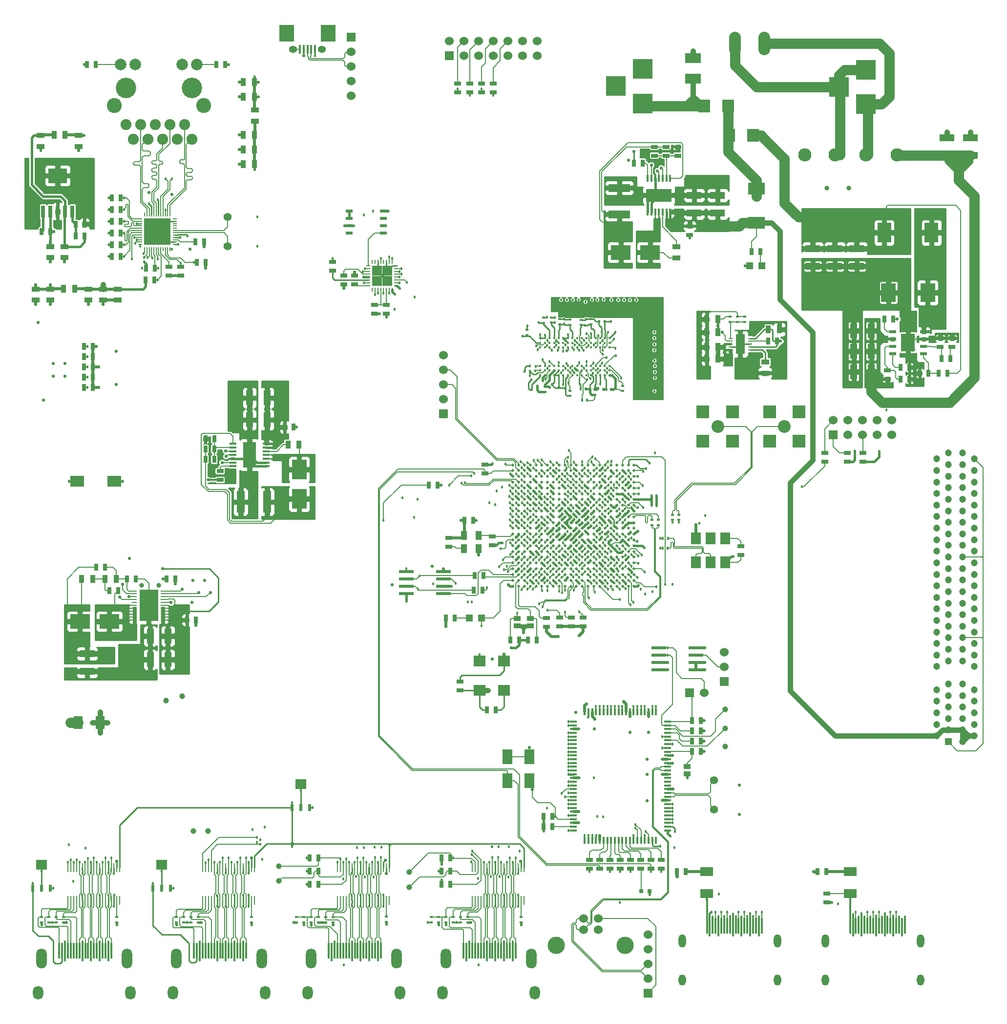
<source format=gtl>
G04 (created by PCBNEW (2013-07-07 BZR 4022)-stable) date 19/05/2015 04:41:07 PM*
%MOIN*%
G04 Gerber Fmt 3.4, Leading zero omitted, Abs format*
%FSLAX34Y34*%
G01*
G70*
G90*
G04 APERTURE LIST*
%ADD10C,0.00590551*%
%ADD11C,0.0905512*%
%ADD12R,0.0984252X0.11811*%
%ADD13R,0.015748X0.0629921*%
%ADD14O,0.0570866X0.0472441*%
%ADD15R,0.0102X0.0590551*%
%ADD16R,0.0787402X0.0866*%
%ADD17C,0.06*%
%ADD18C,0.11811*%
%ADD19R,0.025X0.045*%
%ADD20R,0.045X0.025*%
%ADD21R,0.0511811X0.0169291*%
%ADD22R,0.0169291X0.0511811*%
%ADD23C,0.056*%
%ADD24R,0.0407874X0.0588189*%
%ADD25R,0.0984252X0.0236*%
%ADD26R,0.0157X0.0236*%
%ADD27R,0.0236X0.0157*%
%ADD28R,0.0472X0.0472*%
%ADD29R,0.05X0.038*%
%ADD30C,0.0197*%
%ADD31C,0.0157*%
%ADD32R,0.06X0.06*%
%ADD33R,0.035X0.055*%
%ADD34R,0.055X0.035*%
%ADD35R,0.137795X0.0984252*%
%ADD36R,0.0984252X0.137795*%
%ADD37R,0.013X0.108268*%
%ADD38O,0.0708661X0.137795*%
%ADD39O,0.0708661X0.0925197*%
%ADD40R,0.0098X0.0295276*%
%ADD41R,0.0295276X0.0098*%
%ADD42R,0.181102X0.181102*%
%ADD43R,0.129921X0.0984252*%
%ADD44R,0.0255906X0.08*%
%ADD45C,0.102362*%
%ADD46C,0.139764*%
%ADD47C,0.0751968*%
%ADD48C,0.0787402*%
%ADD49R,0.0314961X0.0110236*%
%ADD50R,0.0110236X0.0314961*%
%ADD51R,0.0679134X0.0679134*%
%ADD52R,0.05X0.1*%
%ADD53R,0.1X0.05*%
%ADD54R,0.0335X0.011*%
%ADD55R,0.128X0.216*%
%ADD56R,0.0472441X0.011811*%
%ADD57R,0.0905512X0.177165*%
%ADD58R,0.011811X0.0472441*%
%ADD59R,0.177165X0.0905512*%
%ADD60R,0.0649606X0.137795*%
%ADD61R,0.0472441X0.0200787*%
%ADD62R,0.0944882X0.122047*%
%ADD63R,0.0984252X0.129921*%
%ADD64R,0.0944882X0.133858*%
%ADD65R,0.055X0.15*%
%ADD66R,0.15X0.055*%
%ADD67O,0.0511811X0.0905512*%
%ADD68O,0.0511811X0.0748031*%
%ADD69R,0.1181X0.0787*%
%ADD70O,0.08X0.16*%
%ADD71R,0.1378X0.1378*%
%ADD72R,0.0472441X0.0472441*%
%ADD73C,0.0472441*%
%ADD74R,0.0472441X0.019685*%
%ADD75R,0.0748031X0.0669291*%
%ADD76R,0.0228346X0.0511811*%
%ADD77R,0.0866X0.063*%
%ADD78R,0.063X0.0866*%
%ADD79R,0.0314X0.0314*%
%ADD80R,0.11X0.07*%
%ADD81C,0.0866142*%
%ADD82R,0.0866142X0.0866142*%
%ADD83R,0.0807087X0.0728346*%
%ADD84R,0.0708661X0.0787402*%
%ADD85C,0.0393701*%
%ADD86R,0.098X0.075*%
%ADD87R,0.0669291X0.102362*%
%ADD88C,0.018*%
%ADD89C,0.0318*%
%ADD90C,0.022*%
%ADD91C,0.005*%
%ADD92C,0.009*%
%ADD93C,0.016*%
%ADD94C,0.021*%
%ADD95C,0.008*%
%ADD96C,0.01*%
%ADD97C,0.036*%
%ADD98C,0.07*%
%ADD99C,0.012*%
%ADD100C,0.024*%
G04 APERTURE END LIST*
G54D10*
G54D11*
X106149Y-31384D03*
X104003Y-31384D03*
X101916Y-31384D03*
X99830Y-31384D03*
G54D12*
X67317Y-23057D03*
X64482Y-23057D03*
G54D13*
X65900Y-24189D03*
X65644Y-24189D03*
X66155Y-24189D03*
X65388Y-24189D03*
X66411Y-24189D03*
G54D14*
X66884Y-24189D03*
X64915Y-24189D03*
G54D15*
X53089Y-80011D03*
X52892Y-80011D03*
X52695Y-80011D03*
X52498Y-80011D03*
X52301Y-80011D03*
X52105Y-80011D03*
X51908Y-80011D03*
X51711Y-80011D03*
X51514Y-80011D03*
X51317Y-80011D03*
X51120Y-80011D03*
X50923Y-80011D03*
X50727Y-80011D03*
X50530Y-80011D03*
X50333Y-80011D03*
X50136Y-80011D03*
X49939Y-80011D03*
X49742Y-80011D03*
X49546Y-80011D03*
X50333Y-82255D03*
X50136Y-82255D03*
X49939Y-82255D03*
X49742Y-82255D03*
X50530Y-82255D03*
X50727Y-82255D03*
X50923Y-82255D03*
X51120Y-82255D03*
X51317Y-82255D03*
X51514Y-82255D03*
X51711Y-82255D03*
X51908Y-82255D03*
X52105Y-82255D03*
X52301Y-82255D03*
X52498Y-82255D03*
X49546Y-82255D03*
X52695Y-82255D03*
X52892Y-82255D03*
X53089Y-82255D03*
G54D16*
X96326Y-30050D03*
X94673Y-30050D03*
X92973Y-28050D03*
X94626Y-28050D03*
G54D17*
X85730Y-83460D03*
X84730Y-83460D03*
X84730Y-84247D03*
X85730Y-84247D03*
G54D18*
X87592Y-85310D03*
X82868Y-85310D03*
G54D19*
X92160Y-69973D03*
X92760Y-69973D03*
G54D20*
X85860Y-79473D03*
X85860Y-80073D03*
X87960Y-79473D03*
X87960Y-80073D03*
X89360Y-79473D03*
X89360Y-80073D03*
X90060Y-79473D03*
X90060Y-80073D03*
G54D19*
X92160Y-72073D03*
X92760Y-72073D03*
G54D20*
X88660Y-79473D03*
X88660Y-80073D03*
X87260Y-79473D03*
X87260Y-80073D03*
G54D19*
X92160Y-71373D03*
X92760Y-71373D03*
X92160Y-70673D03*
X92760Y-70673D03*
G54D20*
X85160Y-79473D03*
X85160Y-80073D03*
X86560Y-79473D03*
X86560Y-80073D03*
G54D21*
X90468Y-77464D03*
X90468Y-77208D03*
X90468Y-76952D03*
X90468Y-76696D03*
X90468Y-76440D03*
X90468Y-76184D03*
X90468Y-75928D03*
X90468Y-75672D03*
X90468Y-75417D03*
X90468Y-75161D03*
X90468Y-74905D03*
X90468Y-74649D03*
X90468Y-74393D03*
X90468Y-74137D03*
X90468Y-73881D03*
X90468Y-73625D03*
X90468Y-73369D03*
X90468Y-73113D03*
X90468Y-72857D03*
X90468Y-72602D03*
X90468Y-72346D03*
X90468Y-72090D03*
X90468Y-71834D03*
X90468Y-71578D03*
X90468Y-71322D03*
X90468Y-71066D03*
X90468Y-70810D03*
X90468Y-70554D03*
X90468Y-70298D03*
X90468Y-70042D03*
G54D22*
X89691Y-69363D03*
X89435Y-69363D03*
X89179Y-69363D03*
X88923Y-69363D03*
X88667Y-69363D03*
X88411Y-69363D03*
X88155Y-69363D03*
X87900Y-69363D03*
X87644Y-69363D03*
X87388Y-69363D03*
X87132Y-69363D03*
X86876Y-69363D03*
X86620Y-69363D03*
X86364Y-69363D03*
X86108Y-69363D03*
X85852Y-69363D03*
X85596Y-69363D03*
X85340Y-69363D03*
X85085Y-69363D03*
X84829Y-69363D03*
G54D21*
X84051Y-70042D03*
X84051Y-70298D03*
X84051Y-70554D03*
X84051Y-70810D03*
X84051Y-71066D03*
X84051Y-71322D03*
X84051Y-71578D03*
X84051Y-71834D03*
X84051Y-72090D03*
X84051Y-72346D03*
X84051Y-72602D03*
X84051Y-72857D03*
X84051Y-73113D03*
X84051Y-73369D03*
X84051Y-73625D03*
X84051Y-73881D03*
X84051Y-74137D03*
X84051Y-74393D03*
X84051Y-74649D03*
X84051Y-74905D03*
X84051Y-75161D03*
X84051Y-75417D03*
X84051Y-75672D03*
X84051Y-75928D03*
X84051Y-76184D03*
X84051Y-76440D03*
X84051Y-76696D03*
X84051Y-76952D03*
X84051Y-77208D03*
X84051Y-77464D03*
G54D22*
X84829Y-78143D03*
X85085Y-78143D03*
X85340Y-78143D03*
X85596Y-78143D03*
X85852Y-78143D03*
X86108Y-78143D03*
X86364Y-78143D03*
X86620Y-78143D03*
X86876Y-78143D03*
X87132Y-78143D03*
X87388Y-78143D03*
X87644Y-78143D03*
X87900Y-78143D03*
X88155Y-78143D03*
X88411Y-78143D03*
X88667Y-78143D03*
X88923Y-78143D03*
X89179Y-78143D03*
X89435Y-78143D03*
X89691Y-78143D03*
G54D23*
X93660Y-76033D03*
X93660Y-74033D03*
G54D24*
X76571Y-57351D03*
X77571Y-57351D03*
X77571Y-58233D03*
X76571Y-58233D03*
G54D25*
X75177Y-59815D03*
X72642Y-59815D03*
X75177Y-60315D03*
X75177Y-60815D03*
X75177Y-61315D03*
X72642Y-60315D03*
X72642Y-60815D03*
X72642Y-61315D03*
G54D19*
X50650Y-45850D03*
X51250Y-45850D03*
G54D20*
X77768Y-26496D03*
X77768Y-27096D03*
X78568Y-26496D03*
X78568Y-27096D03*
X78501Y-58022D03*
X78501Y-57422D03*
G54D19*
X77211Y-56292D03*
X76611Y-56292D03*
G54D20*
X75531Y-57502D03*
X75531Y-58102D03*
G54D19*
X50650Y-47250D03*
X51250Y-47250D03*
X50650Y-46550D03*
X51250Y-46550D03*
X50650Y-45150D03*
X51250Y-45150D03*
X50650Y-44450D03*
X51250Y-44450D03*
X75950Y-62975D03*
X75350Y-62975D03*
G54D20*
X78011Y-53092D03*
X78011Y-52492D03*
X84700Y-62950D03*
X84700Y-63550D03*
G54D19*
X77255Y-61063D03*
X77855Y-61063D03*
X77309Y-60067D03*
X77909Y-60067D03*
G54D26*
X89373Y-55050D03*
X89727Y-55050D03*
X85812Y-42736D03*
X86166Y-42736D03*
G54D27*
X82110Y-47525D03*
X82110Y-47171D03*
G54D26*
X84892Y-47353D03*
X84538Y-47353D03*
G54D27*
X85514Y-47724D03*
X85514Y-47370D03*
G54D26*
X86629Y-47384D03*
X86275Y-47384D03*
G54D27*
X83820Y-47468D03*
X83820Y-47822D03*
X82000Y-42484D03*
X82000Y-42838D03*
X82536Y-42460D03*
X82536Y-42814D03*
X83109Y-42577D03*
X83109Y-42931D03*
X84585Y-42631D03*
X84585Y-42985D03*
G54D26*
X80715Y-46138D03*
X81069Y-46138D03*
X81568Y-47386D03*
X81214Y-47386D03*
G54D27*
X85246Y-42581D03*
X85246Y-42935D03*
X83829Y-42622D03*
X83829Y-42976D03*
X80866Y-43317D03*
X80866Y-43671D03*
G54D28*
X76962Y-62975D03*
X77788Y-62975D03*
G54D29*
X80206Y-63010D03*
X80206Y-63510D03*
X81106Y-63010D03*
X81106Y-63510D03*
G54D30*
X88195Y-52523D03*
X88195Y-52917D03*
X88195Y-53311D03*
X88195Y-53704D03*
X88195Y-54098D03*
X88195Y-54492D03*
X88195Y-54885D03*
X88195Y-55279D03*
X88195Y-55673D03*
X88195Y-56067D03*
X88195Y-56460D03*
X88195Y-56854D03*
X88195Y-57248D03*
X88195Y-57641D03*
X88195Y-58035D03*
X88195Y-58429D03*
X87801Y-52523D03*
X87407Y-52523D03*
X87014Y-52523D03*
X86620Y-52523D03*
X86226Y-52523D03*
X85833Y-52523D03*
X85439Y-52523D03*
X85045Y-52523D03*
X87801Y-58429D03*
X87801Y-58035D03*
X87801Y-57641D03*
X87801Y-57248D03*
X87801Y-56854D03*
X87801Y-56460D03*
X87801Y-56067D03*
X87801Y-55673D03*
X87801Y-55279D03*
X87801Y-54885D03*
X87801Y-54492D03*
X87801Y-54098D03*
X87801Y-52917D03*
X87801Y-53311D03*
X87801Y-53704D03*
X87407Y-52917D03*
X87407Y-53311D03*
X87407Y-53704D03*
X87407Y-54098D03*
X87407Y-54492D03*
X87407Y-54885D03*
X87407Y-55279D03*
X87407Y-55673D03*
X87014Y-52917D03*
X87014Y-53311D03*
X87014Y-53704D03*
X87014Y-54098D03*
X87014Y-54492D03*
X87014Y-54885D03*
X87014Y-55279D03*
X87014Y-55673D03*
X86620Y-52917D03*
X86620Y-53311D03*
X86620Y-53704D03*
X87407Y-56067D03*
X87014Y-56067D03*
X87407Y-56460D03*
X87014Y-56460D03*
X87014Y-56854D03*
X87407Y-56854D03*
X87407Y-57248D03*
X87407Y-57641D03*
X87014Y-57641D03*
X87014Y-57248D03*
X87407Y-58035D03*
X87014Y-58035D03*
X87014Y-58429D03*
X87407Y-58429D03*
X86620Y-57248D03*
X86226Y-57248D03*
X86226Y-57641D03*
X86620Y-57641D03*
X86620Y-58035D03*
X86226Y-58035D03*
X85833Y-58035D03*
X85833Y-58429D03*
X86226Y-58429D03*
X86620Y-58429D03*
X86226Y-52917D03*
X86226Y-53311D03*
X86226Y-53704D03*
X85833Y-53704D03*
X85833Y-53311D03*
X85833Y-52917D03*
X85439Y-52917D03*
X85439Y-53311D03*
X85439Y-53704D03*
X85045Y-53704D03*
X85045Y-53311D03*
X85045Y-52917D03*
X84651Y-52523D03*
X84651Y-52917D03*
X84651Y-53311D03*
X84651Y-53704D03*
X84258Y-53704D03*
X84258Y-53311D03*
X84258Y-52917D03*
X84258Y-52523D03*
X83864Y-52523D03*
X83864Y-52917D03*
X83864Y-53311D03*
X83864Y-53704D03*
X83470Y-53704D03*
X83077Y-53704D03*
X82683Y-53704D03*
X82683Y-53311D03*
X83077Y-53311D03*
X83470Y-53311D03*
X83470Y-52917D03*
X83077Y-52917D03*
X82683Y-52917D03*
X83470Y-52523D03*
X83077Y-52523D03*
X82683Y-52523D03*
X82289Y-52523D03*
X82289Y-52917D03*
X82289Y-53311D03*
X82289Y-53704D03*
X86620Y-55279D03*
X86620Y-54885D03*
X86620Y-54492D03*
X86620Y-54098D03*
X86226Y-54098D03*
X86226Y-54492D03*
X86226Y-54885D03*
X86226Y-55279D03*
X85833Y-54098D03*
X85833Y-54492D03*
X85833Y-54885D03*
X85439Y-54098D03*
X85439Y-54492D03*
X85045Y-54098D03*
X85045Y-54492D03*
X84651Y-54098D03*
X84651Y-54492D03*
X84258Y-54098D03*
X84258Y-54492D03*
X83864Y-54098D03*
X83864Y-54492D03*
X83077Y-54098D03*
X83077Y-54492D03*
X82683Y-54098D03*
X82683Y-54492D03*
X82289Y-54098D03*
X82289Y-54492D03*
X83470Y-54098D03*
X83470Y-54492D03*
X82683Y-54885D03*
X82683Y-55279D03*
X82683Y-55673D03*
X82683Y-56067D03*
X82683Y-56460D03*
X82289Y-54885D03*
X82289Y-55279D03*
X82289Y-55673D03*
X82289Y-56067D03*
X82289Y-56460D03*
X86620Y-55673D03*
X86620Y-56067D03*
X86620Y-56460D03*
X86620Y-56854D03*
X86226Y-55673D03*
X86226Y-56067D03*
X86226Y-56460D03*
X86226Y-56854D03*
X82683Y-56854D03*
X82289Y-56854D03*
X82683Y-57248D03*
X82289Y-57248D03*
X82289Y-57641D03*
X82683Y-57641D03*
X85439Y-58035D03*
X85045Y-58035D03*
X84651Y-58035D03*
X84258Y-58035D03*
X83864Y-58035D03*
X83470Y-58035D03*
X83077Y-58035D03*
X82683Y-58035D03*
X82289Y-58035D03*
X82289Y-58429D03*
X82683Y-58429D03*
X83077Y-58429D03*
X83470Y-58429D03*
X83864Y-58429D03*
X84258Y-58429D03*
X84651Y-58429D03*
X85045Y-58429D03*
X85439Y-58429D03*
X88195Y-58822D03*
X88195Y-59216D03*
X88195Y-59610D03*
X88195Y-60004D03*
X87801Y-58822D03*
X87801Y-59216D03*
X87801Y-59610D03*
X87801Y-60004D03*
X87407Y-58822D03*
X87407Y-59216D03*
X87407Y-59610D03*
X87407Y-60004D03*
X87014Y-58822D03*
X87014Y-59216D03*
X87014Y-59610D03*
X87014Y-60004D03*
X86620Y-58822D03*
X86620Y-59216D03*
X86620Y-59610D03*
X86620Y-60004D03*
X86226Y-58822D03*
X86226Y-59216D03*
X86226Y-59610D03*
X86226Y-60004D03*
X85833Y-58822D03*
X85833Y-59216D03*
X85833Y-59610D03*
X85833Y-60004D03*
X85439Y-58822D03*
X85439Y-59216D03*
X85439Y-59610D03*
X85439Y-60004D03*
X85045Y-58822D03*
X85045Y-59216D03*
X85045Y-59610D03*
X85045Y-60004D03*
X84651Y-58822D03*
X84651Y-59216D03*
X84651Y-59610D03*
X84651Y-60004D03*
X84258Y-58822D03*
X84258Y-59216D03*
X84258Y-59610D03*
X84258Y-60004D03*
X83864Y-58822D03*
X83864Y-59216D03*
X83864Y-59610D03*
X83864Y-60004D03*
X83470Y-58822D03*
X83470Y-59216D03*
X83470Y-59610D03*
X83470Y-60004D03*
X83077Y-58822D03*
X83077Y-59216D03*
X83077Y-59610D03*
X83077Y-60004D03*
X82683Y-58822D03*
X82683Y-59216D03*
X82683Y-59610D03*
X82683Y-60004D03*
X82289Y-58822D03*
X82289Y-59216D03*
X82289Y-59610D03*
X82289Y-60004D03*
X81896Y-52523D03*
X81502Y-52523D03*
X81108Y-52523D03*
X80714Y-52523D03*
X80714Y-52917D03*
X80714Y-53311D03*
X80714Y-53704D03*
X80714Y-54098D03*
X80714Y-54492D03*
X80714Y-54885D03*
X80714Y-55279D03*
X80714Y-55673D03*
X80714Y-56067D03*
X80714Y-56460D03*
X80714Y-56854D03*
X80714Y-57248D03*
X80714Y-57641D03*
X80714Y-58035D03*
X80714Y-58429D03*
X80714Y-58822D03*
X80714Y-59216D03*
X80714Y-59610D03*
X80714Y-60004D03*
X81108Y-52917D03*
X81108Y-53311D03*
X81108Y-53704D03*
X81108Y-54098D03*
X81108Y-54492D03*
X81108Y-54885D03*
X81108Y-55279D03*
X81108Y-55673D03*
X81108Y-56067D03*
X81108Y-56460D03*
X81108Y-56854D03*
X81108Y-57248D03*
X81108Y-57641D03*
X81108Y-58035D03*
X81108Y-58429D03*
X81108Y-58822D03*
X81108Y-59216D03*
X81108Y-59610D03*
X81108Y-60004D03*
X81502Y-52917D03*
X81502Y-53311D03*
X81502Y-53704D03*
X81502Y-54098D03*
X81502Y-54492D03*
X81502Y-54885D03*
X81502Y-55279D03*
X81502Y-55673D03*
X81502Y-56067D03*
X81502Y-56460D03*
X81502Y-56854D03*
X81502Y-57248D03*
X81502Y-57641D03*
X81502Y-58035D03*
X81502Y-58429D03*
X81502Y-58822D03*
X81502Y-59216D03*
X81502Y-59610D03*
X81502Y-60004D03*
X81896Y-52917D03*
X81896Y-53311D03*
X81896Y-53704D03*
X81896Y-54098D03*
X81896Y-54492D03*
X81896Y-54885D03*
X81896Y-55279D03*
X81896Y-55673D03*
X81896Y-56067D03*
X81896Y-56460D03*
X81896Y-56854D03*
X81896Y-57248D03*
X81896Y-57641D03*
X81896Y-58035D03*
X81896Y-58429D03*
X81896Y-58822D03*
X81896Y-59216D03*
X81896Y-59610D03*
X81896Y-60004D03*
X80321Y-52523D03*
X80321Y-52917D03*
X80321Y-53311D03*
X80321Y-53704D03*
X80321Y-54098D03*
X80321Y-54492D03*
X80321Y-54885D03*
X80321Y-55279D03*
X80321Y-55673D03*
X80321Y-56066D03*
X80321Y-56460D03*
X80321Y-56854D03*
X80321Y-57248D03*
X80321Y-57641D03*
X80321Y-58035D03*
X80321Y-58429D03*
X80321Y-58822D03*
X80321Y-59216D03*
X80321Y-59610D03*
X80321Y-60003D03*
X80321Y-60397D03*
X80321Y-60791D03*
X79927Y-52523D03*
X79927Y-52917D03*
X79927Y-53311D03*
X79927Y-53704D03*
X79927Y-54098D03*
X79927Y-54492D03*
X79927Y-54885D03*
X79927Y-55279D03*
X79927Y-55673D03*
X79927Y-56066D03*
X79927Y-56460D03*
X79927Y-56854D03*
X79927Y-57248D03*
X79927Y-57641D03*
X79927Y-58035D03*
X79927Y-58429D03*
X79927Y-58822D03*
X79927Y-59216D03*
X79927Y-59610D03*
X79927Y-60003D03*
X79927Y-60397D03*
X79927Y-60791D03*
X83077Y-54885D03*
X83077Y-55279D03*
X83077Y-55673D03*
X83077Y-56066D03*
X83077Y-56460D03*
X83077Y-56854D03*
X83077Y-57248D03*
X83077Y-57641D03*
X83470Y-54885D03*
X83470Y-55279D03*
X83470Y-55673D03*
X83470Y-56066D03*
X83470Y-56460D03*
X83470Y-56854D03*
X83470Y-57248D03*
X83470Y-57641D03*
X83864Y-54885D03*
X83864Y-55279D03*
X83864Y-55673D03*
X83864Y-56066D03*
X83864Y-56460D03*
X83864Y-56854D03*
X83864Y-57248D03*
X83864Y-57641D03*
X84258Y-54885D03*
X84258Y-55279D03*
X84258Y-55673D03*
X84258Y-56066D03*
X84258Y-56460D03*
X84258Y-56854D03*
X84258Y-57248D03*
X84258Y-57641D03*
X84652Y-54885D03*
X84652Y-55279D03*
X84652Y-55673D03*
X84652Y-56066D03*
X84652Y-56460D03*
X84652Y-56854D03*
X84652Y-57248D03*
X84652Y-57641D03*
X85833Y-55279D03*
X85833Y-55673D03*
X85833Y-56066D03*
X85833Y-56460D03*
X85833Y-56854D03*
X85833Y-57248D03*
X85833Y-57641D03*
X85439Y-54885D03*
X85439Y-55279D03*
X85439Y-55673D03*
X85439Y-56066D03*
X85439Y-56460D03*
X85439Y-56854D03*
X85439Y-57248D03*
X85439Y-57641D03*
X85045Y-54885D03*
X85045Y-55279D03*
X85045Y-55673D03*
X85045Y-56066D03*
X85045Y-56460D03*
X85045Y-56854D03*
X85045Y-57248D03*
X85045Y-57641D03*
X88195Y-60397D03*
X88195Y-60791D03*
X87801Y-60397D03*
X87801Y-60791D03*
X87407Y-60397D03*
X87407Y-60791D03*
X87014Y-60397D03*
X87014Y-60791D03*
X86620Y-60397D03*
X86620Y-60791D03*
X86226Y-60397D03*
X86226Y-60791D03*
X85833Y-60397D03*
X85833Y-60791D03*
X85439Y-60397D03*
X85439Y-60791D03*
X85045Y-60397D03*
X85045Y-60791D03*
X84652Y-60397D03*
X84652Y-60791D03*
X84258Y-60397D03*
X84258Y-60791D03*
X83864Y-60397D03*
X83864Y-60791D03*
X83470Y-60397D03*
X83470Y-60791D03*
X83077Y-60397D03*
X83077Y-60791D03*
X82683Y-60397D03*
X82683Y-60791D03*
X82289Y-60397D03*
X82289Y-60791D03*
X81896Y-60397D03*
X81896Y-60791D03*
X81502Y-60397D03*
X81502Y-60791D03*
X81108Y-60397D03*
X81108Y-60791D03*
X80715Y-60397D03*
X80715Y-60791D03*
G54D31*
X81786Y-46402D03*
X81786Y-46087D03*
X81786Y-45772D03*
X81786Y-44512D03*
X81786Y-44197D03*
X81786Y-43882D03*
X82101Y-46402D03*
X82416Y-46402D03*
X82731Y-46402D03*
X83045Y-46402D03*
X83360Y-46402D03*
X83675Y-46402D03*
X83990Y-46402D03*
X83990Y-46087D03*
X83990Y-45772D03*
X83991Y-44513D03*
X83991Y-44198D03*
X83991Y-43883D03*
X83676Y-43883D03*
X83361Y-43883D03*
X83046Y-43883D03*
X82732Y-43883D03*
X82417Y-43883D03*
X82102Y-43883D03*
X82731Y-45772D03*
X83045Y-45772D03*
X83046Y-44513D03*
X82732Y-44513D03*
X82417Y-44513D03*
X82416Y-45772D03*
X82416Y-46087D03*
X82731Y-46087D03*
X83045Y-46087D03*
X83360Y-46087D03*
X83675Y-46087D03*
X83675Y-45772D03*
X83360Y-45772D03*
X83361Y-44513D03*
X83676Y-44513D03*
X83676Y-44198D03*
X83361Y-44198D03*
X83046Y-44198D03*
X82732Y-44198D03*
X82417Y-44198D03*
X82102Y-44198D03*
X82102Y-44513D03*
X82101Y-45772D03*
X82101Y-46087D03*
X86196Y-46402D03*
X86196Y-43882D03*
X84306Y-46402D03*
X84306Y-46087D03*
X84306Y-45772D03*
X84306Y-44512D03*
X84306Y-44197D03*
X84306Y-43882D03*
X84621Y-46402D03*
X84621Y-46087D03*
X84621Y-45772D03*
X84621Y-44512D03*
X84621Y-44197D03*
X84621Y-43882D03*
X84936Y-46402D03*
X84936Y-46087D03*
X84936Y-45772D03*
X84936Y-44512D03*
X84936Y-44197D03*
X84936Y-43882D03*
X85251Y-46402D03*
X85251Y-46087D03*
X85251Y-45772D03*
X85251Y-44512D03*
X85251Y-44197D03*
X85251Y-43882D03*
X85566Y-46402D03*
X85566Y-46087D03*
X85566Y-45772D03*
X85566Y-44512D03*
X85566Y-44197D03*
X85566Y-43882D03*
X85881Y-46402D03*
X85881Y-46087D03*
X85881Y-45772D03*
X85881Y-44512D03*
X85881Y-44197D03*
X85881Y-43882D03*
X86196Y-46087D03*
X86196Y-45772D03*
X86196Y-44512D03*
X86196Y-44197D03*
X86511Y-46402D03*
X86511Y-46087D03*
X86511Y-45772D03*
X86511Y-44512D03*
X86511Y-44197D03*
X86511Y-43882D03*
G54D19*
X78150Y-69250D03*
X78750Y-69250D03*
G54D32*
X75568Y-24607D03*
G54D17*
X75568Y-23607D03*
X76568Y-24607D03*
X76568Y-23607D03*
X77568Y-24607D03*
X77568Y-23607D03*
X78568Y-24607D03*
X78568Y-23607D03*
X79568Y-24607D03*
X79568Y-23607D03*
X80568Y-24607D03*
X80568Y-23607D03*
X81568Y-24607D03*
X81568Y-23607D03*
G54D27*
X87424Y-47480D03*
X87424Y-47126D03*
G54D26*
X84984Y-48107D03*
X84630Y-48107D03*
X89373Y-54650D03*
X89727Y-54650D03*
G54D20*
X82202Y-63559D03*
X82202Y-62959D03*
G54D19*
X80954Y-64468D03*
X81554Y-64468D03*
X79735Y-64468D03*
X80335Y-64468D03*
X74766Y-53901D03*
X74166Y-53901D03*
G54D20*
X83900Y-62950D03*
X83900Y-63550D03*
X83100Y-62950D03*
X83100Y-63550D03*
G54D19*
X47750Y-36600D03*
X48350Y-36600D03*
G54D33*
X93162Y-42586D03*
X93912Y-42586D03*
G54D34*
X51932Y-40523D03*
X51932Y-41273D03*
G54D33*
X62276Y-29992D03*
X61526Y-29992D03*
G54D19*
X55482Y-39112D03*
X54882Y-39112D03*
X82600Y-77200D03*
X82000Y-77200D03*
X52551Y-35090D03*
X53151Y-35090D03*
G54D20*
X101351Y-81772D03*
X101351Y-82372D03*
G54D19*
X109795Y-45276D03*
X109195Y-45276D03*
G54D20*
X67615Y-39265D03*
X67615Y-38665D03*
G54D19*
X54851Y-39890D03*
X55451Y-39890D03*
X52551Y-35890D03*
X53151Y-35890D03*
X50675Y-36100D03*
X50075Y-36100D03*
G54D20*
X76968Y-26496D03*
X76968Y-27096D03*
X69098Y-39618D03*
X69098Y-40218D03*
G54D19*
X50075Y-36900D03*
X50675Y-36900D03*
G54D27*
X95737Y-42763D03*
X95737Y-42409D03*
X71290Y-83353D03*
X71290Y-83707D03*
X65630Y-83727D03*
X65630Y-83373D03*
G54D19*
X75050Y-81150D03*
X75650Y-81150D03*
X66050Y-81150D03*
X66650Y-81150D03*
X66050Y-79350D03*
X66650Y-79350D03*
X66050Y-80250D03*
X66650Y-80250D03*
X75050Y-79350D03*
X75650Y-79350D03*
X75050Y-80250D03*
X75650Y-80250D03*
X59687Y-25210D03*
X60287Y-25210D03*
G54D20*
X103800Y-52300D03*
X103800Y-51700D03*
X102750Y-52300D03*
X102750Y-51700D03*
G54D35*
X89288Y-38026D03*
X87288Y-38026D03*
G54D36*
X65336Y-52843D03*
X65336Y-54843D03*
G54D37*
X69132Y-85688D03*
X69329Y-85688D03*
X69526Y-85688D03*
X69723Y-85688D03*
X69920Y-85688D03*
X70116Y-85688D03*
X70313Y-85688D03*
X70510Y-85688D03*
X70707Y-85688D03*
X70904Y-85688D03*
X68935Y-85688D03*
X68738Y-85688D03*
X68542Y-85688D03*
X68345Y-85688D03*
X68148Y-85688D03*
X67951Y-85688D03*
X67754Y-85688D03*
X67557Y-85688D03*
X67361Y-85688D03*
G54D38*
X66160Y-86200D03*
X71987Y-86200D03*
G54D39*
X65924Y-88546D03*
X72223Y-88546D03*
G54D37*
X59932Y-85688D03*
X60129Y-85688D03*
X60326Y-85688D03*
X60523Y-85688D03*
X60720Y-85688D03*
X60916Y-85688D03*
X61113Y-85688D03*
X61310Y-85688D03*
X61507Y-85688D03*
X61704Y-85688D03*
X59735Y-85688D03*
X59538Y-85688D03*
X59342Y-85688D03*
X59145Y-85688D03*
X58948Y-85688D03*
X58751Y-85688D03*
X58554Y-85688D03*
X58357Y-85688D03*
X58161Y-85688D03*
G54D38*
X56960Y-86200D03*
X62787Y-86200D03*
G54D39*
X56724Y-88546D03*
X63023Y-88546D03*
G54D37*
X50732Y-85688D03*
X50929Y-85688D03*
X51126Y-85688D03*
X51323Y-85688D03*
X51520Y-85688D03*
X51716Y-85688D03*
X51913Y-85688D03*
X52110Y-85688D03*
X52307Y-85688D03*
X52504Y-85688D03*
X50535Y-85688D03*
X50338Y-85688D03*
X50142Y-85688D03*
X49945Y-85688D03*
X49748Y-85688D03*
X49551Y-85688D03*
X49354Y-85688D03*
X49157Y-85688D03*
X48961Y-85688D03*
G54D38*
X47760Y-86200D03*
X53587Y-86200D03*
G54D39*
X47524Y-88546D03*
X53823Y-88546D03*
G54D37*
X78332Y-85688D03*
X78529Y-85688D03*
X78726Y-85688D03*
X78923Y-85688D03*
X79120Y-85688D03*
X79316Y-85688D03*
X79513Y-85688D03*
X79710Y-85688D03*
X79907Y-85688D03*
X80104Y-85688D03*
X78135Y-85688D03*
X77938Y-85688D03*
X77742Y-85688D03*
X77545Y-85688D03*
X77348Y-85688D03*
X77151Y-85688D03*
X76954Y-85688D03*
X76757Y-85688D03*
X76561Y-85688D03*
G54D38*
X75360Y-86200D03*
X81187Y-86200D03*
G54D39*
X75124Y-88546D03*
X81423Y-88546D03*
G54D20*
X57251Y-38990D03*
X57251Y-39590D03*
G54D19*
X58250Y-37309D03*
X58850Y-37309D03*
X52550Y-34309D03*
X53150Y-34309D03*
G54D20*
X56451Y-38990D03*
X56451Y-39590D03*
G54D19*
X58351Y-38690D03*
X58951Y-38690D03*
X52551Y-37490D03*
X53151Y-37490D03*
X52550Y-36709D03*
X53150Y-36709D03*
G54D40*
X56516Y-35428D03*
X56359Y-35428D03*
X56201Y-35428D03*
X56044Y-35428D03*
X55887Y-35428D03*
X55729Y-35428D03*
X55572Y-35428D03*
X55414Y-35428D03*
X55257Y-35428D03*
X55099Y-35428D03*
X54942Y-35428D03*
X54784Y-35428D03*
X56044Y-37790D03*
X56201Y-37790D03*
X56359Y-37790D03*
X56516Y-37790D03*
G54D41*
X54469Y-36373D03*
X54469Y-36531D03*
X54469Y-36688D03*
X54469Y-36846D03*
X54469Y-37003D03*
X54469Y-37161D03*
X54469Y-37318D03*
X54469Y-37475D03*
G54D42*
X55650Y-36609D03*
G54D41*
X54469Y-35743D03*
X54469Y-35901D03*
X54469Y-36058D03*
X54469Y-36216D03*
G54D40*
X54784Y-37790D03*
X54942Y-37790D03*
X55099Y-37790D03*
X55257Y-37790D03*
X55414Y-37790D03*
X55572Y-37790D03*
X55729Y-37790D03*
X55887Y-37790D03*
G54D41*
X56831Y-37475D03*
X56831Y-37318D03*
X56831Y-37161D03*
X56831Y-37003D03*
X56831Y-36846D03*
X56831Y-36688D03*
X56831Y-36531D03*
X56831Y-36373D03*
X56831Y-36216D03*
X56831Y-36058D03*
X56831Y-35901D03*
X56831Y-35743D03*
G54D43*
X48850Y-32790D03*
G54D44*
X48850Y-35231D03*
X49850Y-35231D03*
X48350Y-35231D03*
X49350Y-35231D03*
X47850Y-35231D03*
G54D34*
X49325Y-37625D03*
X49325Y-38375D03*
X48350Y-37625D03*
X48350Y-38375D03*
G54D45*
X52701Y-28010D03*
X58800Y-28010D03*
G54D46*
X53500Y-26809D03*
X58000Y-26809D03*
G54D47*
X56498Y-29309D03*
X57998Y-30309D03*
X56998Y-30309D03*
X55998Y-30309D03*
X54998Y-30309D03*
X55498Y-29309D03*
X54498Y-29309D03*
X57498Y-29309D03*
G54D48*
X58361Y-25211D03*
X57361Y-25211D03*
X54140Y-25211D03*
X53140Y-25211D03*
G54D47*
X53498Y-29309D03*
X53998Y-30309D03*
G54D19*
X52551Y-38290D03*
X53151Y-38290D03*
G54D34*
X47332Y-40523D03*
X47332Y-41273D03*
X48332Y-40523D03*
X48332Y-41273D03*
X50932Y-40523D03*
X50932Y-41273D03*
X52932Y-40523D03*
X52932Y-41273D03*
G54D33*
X62276Y-26392D03*
X61526Y-26392D03*
X62276Y-27392D03*
X61526Y-27392D03*
X62276Y-30992D03*
X61526Y-30992D03*
X62276Y-31992D03*
X61526Y-31992D03*
G54D34*
X47672Y-30043D03*
X47672Y-30793D03*
X50272Y-30043D03*
X50272Y-30793D03*
X62301Y-28317D03*
X62301Y-29067D03*
G54D33*
X49257Y-40498D03*
X50007Y-40498D03*
X48597Y-30018D03*
X49347Y-30018D03*
G54D20*
X59941Y-53553D03*
X59941Y-52953D03*
G54D19*
X54170Y-60310D03*
X53570Y-60310D03*
X52070Y-59510D03*
X51470Y-59510D03*
X52370Y-61110D03*
X52970Y-61110D03*
X97337Y-44086D03*
X97937Y-44086D03*
X56870Y-60310D03*
X56270Y-60310D03*
X59541Y-50753D03*
X58941Y-50753D03*
X58941Y-52153D03*
X59541Y-52153D03*
X88188Y-31926D03*
X88788Y-31926D03*
G54D20*
X91188Y-31426D03*
X91188Y-30826D03*
X90388Y-30826D03*
X90388Y-31426D03*
G54D27*
X95237Y-42763D03*
X95237Y-42409D03*
X94737Y-42409D03*
X94737Y-42763D03*
G54D23*
X60447Y-35605D03*
X60447Y-37605D03*
G54D49*
X71941Y-40308D03*
X71941Y-40112D03*
X71941Y-39915D03*
X71941Y-39718D03*
X71941Y-39521D03*
X71941Y-39324D03*
X71941Y-39127D03*
X71941Y-38931D03*
G54D50*
X71685Y-38675D03*
X71488Y-38675D03*
X71292Y-38675D03*
X71095Y-38675D03*
X70898Y-38675D03*
X70701Y-38675D03*
X70504Y-38675D03*
X70307Y-38675D03*
G54D49*
X70051Y-38931D03*
X70051Y-39127D03*
X70051Y-39324D03*
X70051Y-39521D03*
X70051Y-39718D03*
X70051Y-39915D03*
X70051Y-40112D03*
X70051Y-40308D03*
G54D50*
X70307Y-40564D03*
X70504Y-40564D03*
X70701Y-40564D03*
X70898Y-40564D03*
X71095Y-40564D03*
X71292Y-40564D03*
X71488Y-40564D03*
X71685Y-40564D03*
G54D51*
X70657Y-39280D03*
X70657Y-39959D03*
X71336Y-39280D03*
X71336Y-39959D03*
G54D19*
X58270Y-63110D03*
X57670Y-63110D03*
G54D52*
X55170Y-64210D03*
X56370Y-64210D03*
X55170Y-65810D03*
X56370Y-65810D03*
G54D53*
X50870Y-66610D03*
X50870Y-65410D03*
G54D33*
X50495Y-60310D03*
X51245Y-60310D03*
X52845Y-60310D03*
X52095Y-60310D03*
G54D54*
X54095Y-61125D03*
X54095Y-61322D03*
X54095Y-61519D03*
X54095Y-61716D03*
X54095Y-61912D03*
X54095Y-62110D03*
X54095Y-62308D03*
X54095Y-62505D03*
X54095Y-62701D03*
X54095Y-62898D03*
X54095Y-63095D03*
X56044Y-63095D03*
X56044Y-62898D03*
X56044Y-62701D03*
X56044Y-62505D03*
X56044Y-62308D03*
X56044Y-62109D03*
X56044Y-61912D03*
X56044Y-61716D03*
X56044Y-61519D03*
X56044Y-61322D03*
X56044Y-61125D03*
G54D55*
X55070Y-62110D03*
G54D56*
X63083Y-51085D03*
X63083Y-51341D03*
X63083Y-51597D03*
X63083Y-51853D03*
X63083Y-52109D03*
X63083Y-52365D03*
X63083Y-52621D03*
X60799Y-52621D03*
X60799Y-52365D03*
X60799Y-52109D03*
X60799Y-51853D03*
X60799Y-51597D03*
X60799Y-51341D03*
X60799Y-51085D03*
G54D57*
X61941Y-51853D03*
G54D58*
X90656Y-35268D03*
X90400Y-35268D03*
X90144Y-35268D03*
X89888Y-35268D03*
X89632Y-35268D03*
X89376Y-35268D03*
X89120Y-35268D03*
X89120Y-32984D03*
X89376Y-32984D03*
X89632Y-32984D03*
X89888Y-32984D03*
X90144Y-32984D03*
X90400Y-32984D03*
X90656Y-32984D03*
G54D59*
X89888Y-34126D03*
G54D49*
X94775Y-44286D03*
X96098Y-44286D03*
X94775Y-44089D03*
X94775Y-43892D03*
X94775Y-44483D03*
X94775Y-44680D03*
X96098Y-44483D03*
X96098Y-44680D03*
X96098Y-44089D03*
X96098Y-43892D03*
G54D60*
X95437Y-44286D03*
G54D61*
X107958Y-43426D03*
X107958Y-43926D03*
X107958Y-44426D03*
X107958Y-44926D03*
X105832Y-44926D03*
X105832Y-44426D03*
X105832Y-43926D03*
X105832Y-43426D03*
G54D62*
X106895Y-44176D03*
G54D19*
X108995Y-46276D03*
X109595Y-46276D03*
X107695Y-46276D03*
X108295Y-46276D03*
G54D63*
X105557Y-40776D03*
X108234Y-40776D03*
G54D52*
X103195Y-43376D03*
X104395Y-43376D03*
G54D20*
X109895Y-44476D03*
X109895Y-43876D03*
X109095Y-43876D03*
X109095Y-44476D03*
G54D19*
X105295Y-42576D03*
X105895Y-42576D03*
G54D53*
X100395Y-38976D03*
X100395Y-37776D03*
X101895Y-38976D03*
X101895Y-37776D03*
X103395Y-38976D03*
X103395Y-37776D03*
X109550Y-30200D03*
X109550Y-31400D03*
G54D19*
X106395Y-45876D03*
X106995Y-45876D03*
G54D53*
X111150Y-30200D03*
X111150Y-31400D03*
G54D52*
X103195Y-46176D03*
X104395Y-46176D03*
X103195Y-44776D03*
X104395Y-44776D03*
G54D19*
X106395Y-46676D03*
X106995Y-46676D03*
G54D20*
X105495Y-46076D03*
X105495Y-46676D03*
G54D64*
X108495Y-36676D03*
X105267Y-36676D03*
G54D53*
X93888Y-34126D03*
X93888Y-35326D03*
G54D65*
X61341Y-55053D03*
X63141Y-55053D03*
G54D53*
X92288Y-35326D03*
X92288Y-34126D03*
G54D19*
X64341Y-49953D03*
X64941Y-49953D03*
G54D33*
X65316Y-51153D03*
X64566Y-51153D03*
G54D34*
X91088Y-38401D03*
X91088Y-37651D03*
G54D33*
X93162Y-43486D03*
X93912Y-43486D03*
G54D20*
X91988Y-36226D03*
X91988Y-36826D03*
X89588Y-31426D03*
X89588Y-30826D03*
G54D52*
X61941Y-47953D03*
X63141Y-47953D03*
X61941Y-49453D03*
X63141Y-49453D03*
G54D33*
X93162Y-44486D03*
X93912Y-44486D03*
G54D66*
X87188Y-33626D03*
X87188Y-35426D03*
G54D33*
X93162Y-45286D03*
X93912Y-45286D03*
X98112Y-43286D03*
X97362Y-43286D03*
G54D34*
X97137Y-46261D03*
X97137Y-45511D03*
G54D19*
X58941Y-51453D03*
X59541Y-51453D03*
G54D35*
X52370Y-63210D03*
X50370Y-63210D03*
G54D20*
X68376Y-40222D03*
X68376Y-39622D03*
X71296Y-41620D03*
X71296Y-42220D03*
X70496Y-41620D03*
X70496Y-42220D03*
G54D37*
X94738Y-83988D03*
X94934Y-83988D03*
X95131Y-83988D03*
X95328Y-83988D03*
X95525Y-83988D03*
X95722Y-83988D03*
X95919Y-83988D03*
X96115Y-83988D03*
X96312Y-83988D03*
X96509Y-83988D03*
X94541Y-83988D03*
X94344Y-83988D03*
X94147Y-83988D03*
X93950Y-83988D03*
X93753Y-83988D03*
X93556Y-83988D03*
X93360Y-83988D03*
X93163Y-83988D03*
G54D67*
X91489Y-85012D03*
X97986Y-85012D03*
G54D68*
X91489Y-87681D03*
X97986Y-87681D03*
G54D37*
X96706Y-83988D03*
X96903Y-83988D03*
X104510Y-83988D03*
X104706Y-83988D03*
X104903Y-83988D03*
X105100Y-83988D03*
X105297Y-83988D03*
X105494Y-83988D03*
X105691Y-83988D03*
X105887Y-83988D03*
X106084Y-83988D03*
X106281Y-83988D03*
X104313Y-83988D03*
X104116Y-83988D03*
X103919Y-83988D03*
X103722Y-83988D03*
X103525Y-83988D03*
X103328Y-83988D03*
X103132Y-83988D03*
X102935Y-83988D03*
G54D67*
X101261Y-85012D03*
X107758Y-85012D03*
G54D68*
X101261Y-87681D03*
X107758Y-87681D03*
G54D37*
X106478Y-83988D03*
X106675Y-83988D03*
G54D25*
X89882Y-66500D03*
X92417Y-66500D03*
X89882Y-66000D03*
X89882Y-65500D03*
X89882Y-65000D03*
X92417Y-66000D03*
X92417Y-65500D03*
X92417Y-65000D03*
G54D69*
X96530Y-33659D03*
X96530Y-36021D03*
G54D70*
X95075Y-23785D03*
X97075Y-23785D03*
G54D71*
X104014Y-27921D03*
X104014Y-25559D03*
X102164Y-26740D03*
X88780Y-27861D03*
X88780Y-25499D03*
X86930Y-26680D03*
G54D27*
X75832Y-83727D03*
X75832Y-83373D03*
X75332Y-83727D03*
X75332Y-83373D03*
X76332Y-83727D03*
X76332Y-83373D03*
X76832Y-83727D03*
X76832Y-83373D03*
X66632Y-83727D03*
X66632Y-83373D03*
X67132Y-83727D03*
X67132Y-83373D03*
X67632Y-83727D03*
X67632Y-83373D03*
X66132Y-83727D03*
X66132Y-83373D03*
X57432Y-83727D03*
X57432Y-83373D03*
X57932Y-83727D03*
X57932Y-83373D03*
X58432Y-83727D03*
X58432Y-83373D03*
X56932Y-83727D03*
X56932Y-83373D03*
X47732Y-83727D03*
X47732Y-83373D03*
X49232Y-83727D03*
X49232Y-83373D03*
X48732Y-83727D03*
X48732Y-83373D03*
X48232Y-83727D03*
X48232Y-83373D03*
X65132Y-83727D03*
X65132Y-83373D03*
X74332Y-83727D03*
X74332Y-83373D03*
X74832Y-83727D03*
X74832Y-83373D03*
G54D20*
X76150Y-26496D03*
X76150Y-27096D03*
G54D72*
X109631Y-71407D03*
G54D73*
X108843Y-71013D03*
X109631Y-70620D03*
X108843Y-70226D03*
X109631Y-69832D03*
X108843Y-69438D03*
X109631Y-69045D03*
X108843Y-68651D03*
X109631Y-68257D03*
X108843Y-67864D03*
X109631Y-67470D03*
X108843Y-66289D03*
X109631Y-65895D03*
X108843Y-65501D03*
X109631Y-65108D03*
X108843Y-64714D03*
X109631Y-64320D03*
X108843Y-63927D03*
X109631Y-63533D03*
X108843Y-63139D03*
X109631Y-62746D03*
X108843Y-62352D03*
X109631Y-61958D03*
X108843Y-61564D03*
X109631Y-61171D03*
X108843Y-60777D03*
X109631Y-60383D03*
X108843Y-59990D03*
X109631Y-59596D03*
X108843Y-59202D03*
X109631Y-58809D03*
X108843Y-58415D03*
X109631Y-58021D03*
X108843Y-57627D03*
X109631Y-57234D03*
X108843Y-56840D03*
X109631Y-56446D03*
X108843Y-56053D03*
X109631Y-55659D03*
X108843Y-55265D03*
X109631Y-54872D03*
X108843Y-54478D03*
X109631Y-54084D03*
X108843Y-53690D03*
X109631Y-53297D03*
X108843Y-52903D03*
X109631Y-52509D03*
X108843Y-52116D03*
X110615Y-71407D03*
X111402Y-71013D03*
X110615Y-70620D03*
X111402Y-70226D03*
X110615Y-69832D03*
X111402Y-69438D03*
X110615Y-69045D03*
X111402Y-68651D03*
X110615Y-68257D03*
X111402Y-67864D03*
X110615Y-67470D03*
X111402Y-66289D03*
X110615Y-65895D03*
X111402Y-65501D03*
X110615Y-65108D03*
X111402Y-64714D03*
X110615Y-64320D03*
X111402Y-63927D03*
X110615Y-63533D03*
X111402Y-63139D03*
X110615Y-62746D03*
X111402Y-62352D03*
X110615Y-61958D03*
X111402Y-61564D03*
X110615Y-61171D03*
X111402Y-60777D03*
X110615Y-60383D03*
X111402Y-59990D03*
X110615Y-59596D03*
X111402Y-59202D03*
X110615Y-58809D03*
X111402Y-58415D03*
X110615Y-58021D03*
X111402Y-57627D03*
X110615Y-57234D03*
X111402Y-56840D03*
X110615Y-56446D03*
X111402Y-56053D03*
X110615Y-55659D03*
X111402Y-55265D03*
X110615Y-54872D03*
X111402Y-54478D03*
X110615Y-54084D03*
X111402Y-53690D03*
X110615Y-53297D03*
X111402Y-52903D03*
X110615Y-52509D03*
X111402Y-52116D03*
X109631Y-51722D03*
X110615Y-51722D03*
G54D74*
X68733Y-35215D03*
X71096Y-35215D03*
X68733Y-35715D03*
X71096Y-35715D03*
X68733Y-36215D03*
X71096Y-36215D03*
X68733Y-36715D03*
X71096Y-36715D03*
G54D75*
X65450Y-74313D03*
G54D76*
X65450Y-75917D03*
X66040Y-75917D03*
X64859Y-75917D03*
G54D20*
X101200Y-51700D03*
X101200Y-52300D03*
G54D19*
X96215Y-37985D03*
X96815Y-37985D03*
G54D20*
X95465Y-58062D03*
X95465Y-58662D03*
G54D27*
X89400Y-56627D03*
X89400Y-56273D03*
X89850Y-56627D03*
X89850Y-56273D03*
G54D26*
X90133Y-58200D03*
X90487Y-58200D03*
X90143Y-57540D03*
X90497Y-57540D03*
G54D27*
X91250Y-56277D03*
X91250Y-55923D03*
X90800Y-56277D03*
X90800Y-55923D03*
G54D32*
X101772Y-50488D03*
G54D17*
X101772Y-49488D03*
X102772Y-50488D03*
X102772Y-49488D03*
X103772Y-50488D03*
X103772Y-49488D03*
X104772Y-50488D03*
X104772Y-49488D03*
X105772Y-50488D03*
X105772Y-49488D03*
G54D32*
X68890Y-23340D03*
G54D17*
X68890Y-24340D03*
X68890Y-25340D03*
X68890Y-26340D03*
X68890Y-27340D03*
G54D32*
X89130Y-88558D03*
G54D17*
X89130Y-87558D03*
X89130Y-86558D03*
X89130Y-85558D03*
X89130Y-84558D03*
G54D32*
X75172Y-49040D03*
G54D17*
X75172Y-48040D03*
X75172Y-47040D03*
X75172Y-46040D03*
X75172Y-45040D03*
G54D32*
X94331Y-67307D03*
G54D17*
X94331Y-66307D03*
X94331Y-65307D03*
G54D32*
X91969Y-68071D03*
G54D17*
X92969Y-68071D03*
G54D28*
X96907Y-38944D03*
X96081Y-38944D03*
G54D29*
X91820Y-73106D03*
X91820Y-73606D03*
G54D77*
X102935Y-80272D03*
X102935Y-81768D03*
X93160Y-80272D03*
X93160Y-81768D03*
G54D78*
X50242Y-70090D03*
X51738Y-70090D03*
G54D75*
X55950Y-79813D03*
G54D76*
X55950Y-81417D03*
X56540Y-81417D03*
X55359Y-81417D03*
G54D75*
X47750Y-79813D03*
G54D76*
X47750Y-81417D03*
X48340Y-81417D03*
X47159Y-81417D03*
G54D27*
X80490Y-83373D03*
X80490Y-83727D03*
G54D79*
X88668Y-81590D03*
X89258Y-81590D03*
G54D80*
X92210Y-24774D03*
X92210Y-26174D03*
G54D27*
X62089Y-83373D03*
X62089Y-83727D03*
X52886Y-83373D03*
X52886Y-83727D03*
G54D81*
X98450Y-49900D03*
G54D82*
X99453Y-48896D03*
X99453Y-50903D03*
X97446Y-50903D03*
X97446Y-48896D03*
G54D81*
X93900Y-49900D03*
G54D82*
X94903Y-48896D03*
X94903Y-50903D03*
X92896Y-50903D03*
X92896Y-48896D03*
G54D83*
X77656Y-65916D03*
X77656Y-67916D03*
X79309Y-67916D03*
X79309Y-65916D03*
G54D20*
X76300Y-67310D03*
X76300Y-67910D03*
G54D84*
X94400Y-59188D03*
X92400Y-59188D03*
X92400Y-57535D03*
X94400Y-57535D03*
X93400Y-59188D03*
X93400Y-57535D03*
G54D19*
X51446Y-25216D03*
X50846Y-25216D03*
X82600Y-76500D03*
X82000Y-76500D03*
G54D85*
X57350Y-68300D03*
X59100Y-77500D03*
X56250Y-68600D03*
X72850Y-80300D03*
X72850Y-81350D03*
X63950Y-79900D03*
X63950Y-80900D03*
X58100Y-77500D03*
X94400Y-71750D03*
X94400Y-70500D03*
X94400Y-69200D03*
G54D86*
X52702Y-53636D03*
X50195Y-53636D03*
G54D15*
X62289Y-80011D03*
X62092Y-80011D03*
X61895Y-80011D03*
X61698Y-80011D03*
X61501Y-80011D03*
X61305Y-80011D03*
X61108Y-80011D03*
X60911Y-80011D03*
X60714Y-80011D03*
X60517Y-80011D03*
X60320Y-80011D03*
X60123Y-80011D03*
X59927Y-80011D03*
X59730Y-80011D03*
X59533Y-80011D03*
X59336Y-80011D03*
X59139Y-80011D03*
X58942Y-80011D03*
X58746Y-80011D03*
X59533Y-82255D03*
X59336Y-82255D03*
X59139Y-82255D03*
X58942Y-82255D03*
X59730Y-82255D03*
X59927Y-82255D03*
X60123Y-82255D03*
X60320Y-82255D03*
X60517Y-82255D03*
X60714Y-82255D03*
X60911Y-82255D03*
X61108Y-82255D03*
X61305Y-82255D03*
X61501Y-82255D03*
X61698Y-82255D03*
X58746Y-82255D03*
X61895Y-82255D03*
X62092Y-82255D03*
X62289Y-82255D03*
X71489Y-80011D03*
X71292Y-80011D03*
X71095Y-80011D03*
X70898Y-80011D03*
X70701Y-80011D03*
X70505Y-80011D03*
X70308Y-80011D03*
X70111Y-80011D03*
X69914Y-80011D03*
X69717Y-80011D03*
X69520Y-80011D03*
X69323Y-80011D03*
X69127Y-80011D03*
X68930Y-80011D03*
X68733Y-80011D03*
X68536Y-80011D03*
X68339Y-80011D03*
X68142Y-80011D03*
X67946Y-80011D03*
X68733Y-82255D03*
X68536Y-82255D03*
X68339Y-82255D03*
X68142Y-82255D03*
X68930Y-82255D03*
X69127Y-82255D03*
X69323Y-82255D03*
X69520Y-82255D03*
X69717Y-82255D03*
X69914Y-82255D03*
X70111Y-82255D03*
X70308Y-82255D03*
X70505Y-82255D03*
X70701Y-82255D03*
X70898Y-82255D03*
X67946Y-82255D03*
X71095Y-82255D03*
X71292Y-82255D03*
X71489Y-82255D03*
X80689Y-80011D03*
X80492Y-80011D03*
X80295Y-80011D03*
X80098Y-80011D03*
X79901Y-80011D03*
X79705Y-80011D03*
X79508Y-80011D03*
X79311Y-80011D03*
X79114Y-80011D03*
X78917Y-80011D03*
X78720Y-80011D03*
X78523Y-80011D03*
X78327Y-80011D03*
X78130Y-80011D03*
X77933Y-80011D03*
X77736Y-80011D03*
X77539Y-80011D03*
X77342Y-80011D03*
X77146Y-80011D03*
X77933Y-82255D03*
X77736Y-82255D03*
X77539Y-82255D03*
X77342Y-82255D03*
X78130Y-82255D03*
X78327Y-82255D03*
X78523Y-82255D03*
X78720Y-82255D03*
X78917Y-82255D03*
X79114Y-82255D03*
X79311Y-82255D03*
X79508Y-82255D03*
X79705Y-82255D03*
X79901Y-82255D03*
X80098Y-82255D03*
X77146Y-82255D03*
X80295Y-82255D03*
X80492Y-82255D03*
X80689Y-82255D03*
G54D87*
X79550Y-74057D03*
X79550Y-72442D03*
X81050Y-74057D03*
X81050Y-72442D03*
G54D19*
X91122Y-80268D03*
X91722Y-80268D03*
X100698Y-80271D03*
X101298Y-80271D03*
G54D88*
X86298Y-45211D03*
X84816Y-52744D03*
X86041Y-44962D03*
X84651Y-52297D03*
X85077Y-44374D03*
X85245Y-53516D03*
X86653Y-52256D03*
X86429Y-43482D03*
X85730Y-43706D03*
X86409Y-52318D03*
X84846Y-54307D03*
X87303Y-46601D03*
X86919Y-44568D03*
X85645Y-53902D03*
X84445Y-53892D03*
X86029Y-45575D03*
X85697Y-45961D03*
X83675Y-54332D03*
X85641Y-53105D03*
X86031Y-44047D03*
X85723Y-46242D03*
X83627Y-53113D03*
X86039Y-44711D03*
X84029Y-53508D03*
X86350Y-46243D03*
X84460Y-54298D03*
X86049Y-53108D03*
X86823Y-43948D03*
X86951Y-45058D03*
X85548Y-52099D03*
X84810Y-53100D03*
X85407Y-45928D03*
X85434Y-44330D03*
X85359Y-51962D03*
X85428Y-45580D03*
X85276Y-52300D03*
X84779Y-45929D03*
X83657Y-53502D03*
X84775Y-44035D03*
X86419Y-52706D03*
X84743Y-44718D03*
X84435Y-53112D03*
X84441Y-44718D03*
X84475Y-53516D03*
X83046Y-45533D03*
X82485Y-53120D03*
X83346Y-44758D03*
X82464Y-52303D03*
X81701Y-53096D03*
X82266Y-44044D03*
X82161Y-46666D03*
X81603Y-52195D03*
X80928Y-53095D03*
X81605Y-44658D03*
X80907Y-52372D03*
X81459Y-46102D03*
X81505Y-44410D03*
X80511Y-52698D03*
X81487Y-45796D03*
X80442Y-52300D03*
X83205Y-46240D03*
X82890Y-52762D03*
X83505Y-44344D03*
X82902Y-52360D03*
X84073Y-53122D03*
X83841Y-45919D03*
X84075Y-52352D03*
X84144Y-44350D03*
X83625Y-52270D03*
X83833Y-46243D03*
X84083Y-44674D03*
X83731Y-51552D03*
X82890Y-44354D03*
X82491Y-52729D03*
X82263Y-45926D03*
X81882Y-52189D03*
X83261Y-53512D03*
X82996Y-44701D03*
X83567Y-45604D03*
X83669Y-52020D03*
X83265Y-53140D03*
X83517Y-45926D03*
X84990Y-46696D03*
X84048Y-54307D03*
X83665Y-53926D03*
X84430Y-45551D03*
X86443Y-53473D03*
X86352Y-45931D03*
X82899Y-53521D03*
X82413Y-45466D03*
X81354Y-52219D03*
X82249Y-44364D03*
X82584Y-44698D03*
X81305Y-52724D03*
X84939Y-45472D03*
X85638Y-52726D03*
X82090Y-56267D03*
X103526Y-83358D03*
X82488Y-56266D03*
X103919Y-83357D03*
X104312Y-83356D03*
X80133Y-55099D03*
X79719Y-55099D03*
X104117Y-83042D03*
X87586Y-55066D03*
X106282Y-83359D03*
X105691Y-83040D03*
X87571Y-55508D03*
X105101Y-83359D03*
X87604Y-57452D03*
X104510Y-83041D03*
X87622Y-58267D03*
X106675Y-83359D03*
X87216Y-55066D03*
X106085Y-83040D03*
X87163Y-55529D03*
X87207Y-57450D03*
X105494Y-83356D03*
X104904Y-83040D03*
X87205Y-58268D03*
X81699Y-58231D03*
X93755Y-83041D03*
X94148Y-83040D03*
X82076Y-58217D03*
X83640Y-57062D03*
X81310Y-60197D03*
X94541Y-83039D03*
X79594Y-59821D03*
X94345Y-83353D03*
X96510Y-83041D03*
X88511Y-54492D03*
X95919Y-83349D03*
X88455Y-55433D03*
X88421Y-57742D03*
X95329Y-83043D03*
X88481Y-58752D03*
X94738Y-83350D03*
X87976Y-54702D03*
X96904Y-83042D03*
X88803Y-55436D03*
X96314Y-83350D03*
X95722Y-83041D03*
X88006Y-57497D03*
X95132Y-83346D03*
X88717Y-58678D03*
X57727Y-36916D03*
X62276Y-32357D03*
X55678Y-34446D03*
X53908Y-38485D03*
X81305Y-55494D03*
X55673Y-38470D03*
X81301Y-54668D03*
X55669Y-39892D03*
X82094Y-55087D03*
X81705Y-55094D03*
X55698Y-39112D03*
X53367Y-38292D03*
X80139Y-56668D03*
X53366Y-34312D03*
X81688Y-55471D03*
X53367Y-35091D03*
X82488Y-55483D03*
X53366Y-35891D03*
X82484Y-55086D03*
X80935Y-54310D03*
X53366Y-36710D03*
X53366Y-37491D03*
X80527Y-54310D03*
X54233Y-37161D03*
X79735Y-56670D03*
X80919Y-55100D03*
X54990Y-38379D03*
X54143Y-37403D03*
X80927Y-55500D03*
X54469Y-37616D03*
X80539Y-55100D03*
X80125Y-54295D03*
X54720Y-38118D03*
X54734Y-38367D03*
X79734Y-54299D03*
X57228Y-37003D03*
X50638Y-30044D03*
X56203Y-35152D03*
X55095Y-34704D03*
X55298Y-38394D03*
X56655Y-37790D03*
X57069Y-37476D03*
X52336Y-35891D03*
X54233Y-36058D03*
X52335Y-37491D03*
G54D89*
X51931Y-40191D03*
G54D88*
X52336Y-36710D03*
X52337Y-35091D03*
X54070Y-37004D03*
X90809Y-60687D03*
X86030Y-54688D03*
X90465Y-65500D03*
X90316Y-60682D03*
X90465Y-65000D03*
X86063Y-57828D03*
X86427Y-57414D03*
X85641Y-55492D03*
X86027Y-55868D03*
X86461Y-58242D03*
X86391Y-58584D03*
X86025Y-56635D03*
X85659Y-56680D03*
X87121Y-59774D03*
X86861Y-59406D03*
X87207Y-59436D03*
X87161Y-59022D03*
X88492Y-59226D03*
X87999Y-59438D03*
X86057Y-58234D03*
X85621Y-57812D03*
X86021Y-57090D03*
X85639Y-57468D03*
X86796Y-54672D03*
X86786Y-54267D03*
X88790Y-53933D03*
X87607Y-53496D03*
X88821Y-52972D03*
X87951Y-53101D03*
X88409Y-60217D03*
X87966Y-60172D03*
X86447Y-59018D03*
X86027Y-58642D03*
X88000Y-58625D03*
X87609Y-58674D03*
X85659Y-56286D03*
X85261Y-56270D03*
X86811Y-53877D03*
X87171Y-53907D03*
X88518Y-54098D03*
X87571Y-54272D03*
X88447Y-53312D03*
X87991Y-53507D03*
X88920Y-59855D03*
X87606Y-59432D03*
X86031Y-55084D03*
X86401Y-55042D03*
X86436Y-55502D03*
X86026Y-55432D03*
X87218Y-53500D03*
X86387Y-56683D03*
X89980Y-57540D03*
X86817Y-57051D03*
X89970Y-58200D03*
X91250Y-56445D03*
X87259Y-56242D03*
X90800Y-56445D03*
X87586Y-56281D03*
X87221Y-53117D03*
X85622Y-55097D03*
X99636Y-54010D03*
X85229Y-55068D03*
X85243Y-55475D03*
X86438Y-53896D03*
X83665Y-54686D03*
X83667Y-55081D03*
X80518Y-53114D03*
G54D90*
X75002Y-53901D03*
G54D88*
X90123Y-71066D03*
X82882Y-60193D03*
X87227Y-61711D03*
G54D90*
X81254Y-74680D03*
G54D88*
X82815Y-76500D03*
X83705Y-70810D03*
X83670Y-58628D03*
X83705Y-71066D03*
X83275Y-58232D03*
X82521Y-58213D03*
X83705Y-71322D03*
X84029Y-59380D03*
X83705Y-70042D03*
X83665Y-59022D03*
X83705Y-70298D03*
X82881Y-58626D03*
X83706Y-76441D03*
X88924Y-69018D03*
X87603Y-60200D03*
X87604Y-60987D03*
X88668Y-69018D03*
X86380Y-60598D03*
X85085Y-77798D03*
X85341Y-77797D03*
X86407Y-61006D03*
X86826Y-60198D03*
X88284Y-77316D03*
X88291Y-77068D03*
X86754Y-61046D03*
X85204Y-59806D03*
X88924Y-77798D03*
X85632Y-60197D03*
X88981Y-77544D03*
X84451Y-57841D03*
X88412Y-69018D03*
X84850Y-58231D03*
X88156Y-69018D03*
X86363Y-69019D03*
X87211Y-60594D03*
X87219Y-61018D03*
X86107Y-69019D03*
X85851Y-69019D03*
X86026Y-59798D03*
X86433Y-60190D03*
X85595Y-69015D03*
X85639Y-59422D03*
X83705Y-77464D03*
X84829Y-77797D03*
X85659Y-59789D03*
X82486Y-59414D03*
X85597Y-77797D03*
X83705Y-74137D03*
X86041Y-59042D03*
X86418Y-59806D03*
X83705Y-74393D03*
X85251Y-58638D03*
X83230Y-74954D03*
X83705Y-74905D03*
X85617Y-58988D03*
X88136Y-61915D03*
X83482Y-75161D03*
X87952Y-62084D03*
X83704Y-75417D03*
X84846Y-58632D03*
X83705Y-75672D03*
X83705Y-75928D03*
X84846Y-59019D03*
X83705Y-71578D03*
X81702Y-60211D03*
X81921Y-61100D03*
X83705Y-71834D03*
X81672Y-60601D03*
X83705Y-72090D03*
X81293Y-61012D03*
X83705Y-72346D03*
X80917Y-60202D03*
X83705Y-72601D03*
X83705Y-72857D03*
X80926Y-61006D03*
X83705Y-73113D03*
X80909Y-60614D03*
X83705Y-73369D03*
X80526Y-61042D03*
X89691Y-69018D03*
X84828Y-59377D03*
X82881Y-59807D03*
X90814Y-76953D03*
X90815Y-76697D03*
X82487Y-59812D03*
X84060Y-58624D03*
X90814Y-76441D03*
X90815Y-76185D03*
X83332Y-57854D03*
X81711Y-59857D03*
X90815Y-75929D03*
X82093Y-59807D03*
X90815Y-75673D03*
X86619Y-69019D03*
X83274Y-59018D03*
X83257Y-59375D03*
X87131Y-69019D03*
X86032Y-60188D03*
X90123Y-71834D03*
X82882Y-59020D03*
X86875Y-69019D03*
X82093Y-59019D03*
X87387Y-69019D03*
X89436Y-69018D03*
X84480Y-59388D03*
X103328Y-83049D03*
X81307Y-56262D03*
X93042Y-55976D03*
X93558Y-83357D03*
X81693Y-56261D03*
X92636Y-56503D03*
X80220Y-62645D03*
X80518Y-59807D03*
X77295Y-53110D03*
X89358Y-80289D03*
X80523Y-53530D03*
X82083Y-54691D03*
X81729Y-54328D03*
X50865Y-45850D03*
X76639Y-53754D03*
X50865Y-46550D03*
X76400Y-53768D03*
X50865Y-47250D03*
X79689Y-53894D03*
X50865Y-44450D03*
X50865Y-45150D03*
X80517Y-53926D03*
X80519Y-60200D03*
X75761Y-60815D03*
X80151Y-53128D03*
X77067Y-53281D03*
X72643Y-59599D03*
X75564Y-53900D03*
X78143Y-60913D03*
X82487Y-57432D03*
X82111Y-57817D03*
X76004Y-60614D03*
X80914Y-57840D03*
X72693Y-40057D03*
X80915Y-57447D03*
X72189Y-39719D03*
X72297Y-39522D03*
X80520Y-59448D03*
X80914Y-59017D03*
X72190Y-39324D03*
X80124Y-57840D03*
X72299Y-39128D03*
X79085Y-58243D03*
X71686Y-38428D03*
X71489Y-38323D03*
X80535Y-58612D03*
X70899Y-38427D03*
X80912Y-58228D03*
X80886Y-57025D03*
X71489Y-40812D03*
X72188Y-40112D03*
X81306Y-57444D03*
X70505Y-40917D03*
X80518Y-57445D03*
X70702Y-40812D03*
X81306Y-59018D03*
X80904Y-59448D03*
X73163Y-56122D03*
X71095Y-40812D03*
X77788Y-63509D03*
X90061Y-80289D03*
X84445Y-62530D03*
X82881Y-58234D03*
X76968Y-27311D03*
X87961Y-80289D03*
X89723Y-60847D03*
X76150Y-26881D03*
X89456Y-61176D03*
X87260Y-80289D03*
X87198Y-60190D03*
X83495Y-62560D03*
X82485Y-58625D03*
X81703Y-59016D03*
X82289Y-62446D03*
X47160Y-81069D03*
X55360Y-81069D03*
X76083Y-83727D03*
X66883Y-83728D03*
X74123Y-83727D03*
X57683Y-83727D03*
X48483Y-83727D03*
X64859Y-78577D03*
X64933Y-83727D03*
X64859Y-75569D03*
X85113Y-61607D03*
X78524Y-79297D03*
X78918Y-79316D03*
X85221Y-60169D03*
X79115Y-79626D03*
X85508Y-61191D03*
X79508Y-79626D03*
X85635Y-60591D03*
X79705Y-79325D03*
X84454Y-59806D03*
X80099Y-79331D03*
X84849Y-59807D03*
X77138Y-78874D03*
X84435Y-58642D03*
X84062Y-59807D03*
X77933Y-79626D03*
X78327Y-79626D03*
X84048Y-60172D03*
X81303Y-59803D03*
X77070Y-79616D03*
X84445Y-59005D03*
X77114Y-79113D03*
X82487Y-59019D03*
X75861Y-79354D03*
X69324Y-79354D03*
X81712Y-62012D03*
X69718Y-79347D03*
X81930Y-62206D03*
X69914Y-79626D03*
X83471Y-61089D03*
X70308Y-79626D03*
X83260Y-60211D03*
X70506Y-79300D03*
X83078Y-61123D03*
X70899Y-79312D03*
X83274Y-61254D03*
X68536Y-79408D03*
X82287Y-61090D03*
X84067Y-61081D03*
X68734Y-79625D03*
X84450Y-60190D03*
X69127Y-79625D03*
X67947Y-79625D03*
X82459Y-60203D03*
X68340Y-79627D03*
X82093Y-60580D03*
X68142Y-79414D03*
X82460Y-60568D03*
X50924Y-79359D03*
X80516Y-56655D03*
X51318Y-79343D03*
X80914Y-56657D03*
X51515Y-79625D03*
X79731Y-55880D03*
X51910Y-79625D03*
X80147Y-55878D03*
X52106Y-79349D03*
X79733Y-55478D03*
X52499Y-79342D03*
X80912Y-55871D03*
X78697Y-55249D03*
X80948Y-56229D03*
X50137Y-79478D03*
X79719Y-56264D03*
X50334Y-79629D03*
X80525Y-56270D03*
X50727Y-79623D03*
X72371Y-54787D03*
X79669Y-54672D03*
X49546Y-79633D03*
X49940Y-79629D03*
X78314Y-55092D03*
X80507Y-54666D03*
X73418Y-54865D03*
X80512Y-55854D03*
X49743Y-79478D03*
X79731Y-57834D03*
X60124Y-79348D03*
X80517Y-57848D03*
X60518Y-79354D03*
X79740Y-58634D03*
X60715Y-79625D03*
X61109Y-79625D03*
X80136Y-58619D03*
X81700Y-57445D03*
X61305Y-79344D03*
X61699Y-79343D03*
X81701Y-57837D03*
X62668Y-78420D03*
X79318Y-59658D03*
X59533Y-79628D03*
X81715Y-57043D03*
X59928Y-79625D03*
X82111Y-57042D03*
X78977Y-59481D03*
X62456Y-77946D03*
X59142Y-79488D03*
X62453Y-78263D03*
X77102Y-61876D03*
X80516Y-59021D03*
X58948Y-79663D03*
X79231Y-59006D03*
X76844Y-61878D03*
X62663Y-78106D03*
G54D89*
X96882Y-30050D03*
X105271Y-37790D03*
X105279Y-35536D03*
X101095Y-36436D03*
X100450Y-35611D03*
X102250Y-36151D03*
X103750Y-35641D03*
X101866Y-37112D03*
X100459Y-37056D03*
X103406Y-37049D03*
X106497Y-35471D03*
X106488Y-37739D03*
X106470Y-36664D03*
X92210Y-26684D03*
X92429Y-28050D03*
X111150Y-31850D03*
X104384Y-46924D03*
X105500Y-47038D03*
X104845Y-44776D03*
X104871Y-43377D03*
X109550Y-31800D03*
G54D88*
X83277Y-59804D03*
X77656Y-65462D03*
G54D90*
X81048Y-71818D03*
G54D88*
X77768Y-26882D03*
X88942Y-61353D03*
X85160Y-80289D03*
X85677Y-58614D03*
X78568Y-27311D03*
X88640Y-61012D03*
X86424Y-59413D03*
X86560Y-80289D03*
G54D90*
X65644Y-24615D03*
G54D88*
X69752Y-40112D03*
X66412Y-24597D03*
X67615Y-38450D03*
X68733Y-35471D03*
X69696Y-39325D03*
X69798Y-39128D03*
X79502Y-59451D03*
X82486Y-53901D03*
X51123Y-80387D03*
X80296Y-81867D03*
X80296Y-82643D03*
X79902Y-81867D03*
X79902Y-82644D03*
X79311Y-81868D03*
X79311Y-82643D03*
X78721Y-81870D03*
X78721Y-82632D03*
X78130Y-82643D03*
X78130Y-81875D03*
X78721Y-79624D03*
X78721Y-80399D03*
X79902Y-79624D03*
X80296Y-80400D03*
X79902Y-80399D03*
X70702Y-79624D03*
X70701Y-80396D03*
X105297Y-83137D03*
X105888Y-83316D03*
X104707Y-83319D03*
X93472Y-83028D03*
X78726Y-85057D03*
X79317Y-85057D03*
X79907Y-85057D03*
X79907Y-86320D03*
X79317Y-86320D03*
X78726Y-86320D03*
X78136Y-86320D03*
X78136Y-85057D03*
X76955Y-85056D03*
X68372Y-86630D03*
X68936Y-86319D03*
X69527Y-86320D03*
X70117Y-86320D03*
X70708Y-86320D03*
X70708Y-85057D03*
X70117Y-85057D03*
X69527Y-85057D03*
X68936Y-85057D03*
X67754Y-85057D03*
X61508Y-85056D03*
X61508Y-86320D03*
X60917Y-85057D03*
X60917Y-86319D03*
X60326Y-86320D03*
X60326Y-85057D03*
X59736Y-85057D03*
X59736Y-86320D03*
X58555Y-85057D03*
X58554Y-86320D03*
X49355Y-85057D03*
X49355Y-86319D03*
X50536Y-86319D03*
X51126Y-86320D03*
X51717Y-86320D03*
X52307Y-86320D03*
X52308Y-85057D03*
X51717Y-85057D03*
X51127Y-85057D03*
X50536Y-85057D03*
X93360Y-84622D03*
X104707Y-84620D03*
X103723Y-84620D03*
X103132Y-84620D03*
X105888Y-84620D03*
X106479Y-84621D03*
X105298Y-84620D03*
X87613Y-54701D03*
X82881Y-57055D03*
X86865Y-58279D03*
X86445Y-57762D03*
X87621Y-56638D03*
X49615Y-53636D03*
X93983Y-81800D03*
X102118Y-82485D03*
X103722Y-83144D03*
X103157Y-83197D03*
X96116Y-83126D03*
X94935Y-83165D03*
G54D90*
X71224Y-79492D03*
G54D88*
X82261Y-75942D03*
G54D90*
X95385Y-74368D03*
X95377Y-76370D03*
G54D89*
X48850Y-31850D03*
X47650Y-31850D03*
X47650Y-32650D03*
X47650Y-33350D03*
G54D88*
X48850Y-32208D03*
G54D89*
X46850Y-33950D03*
X46850Y-34950D03*
X46850Y-35750D03*
X47250Y-36150D03*
X47250Y-35350D03*
X47250Y-34450D03*
X48850Y-33750D03*
X50050Y-32050D03*
X50850Y-32050D03*
X50850Y-32750D03*
X50850Y-33550D03*
X50850Y-34350D03*
X50850Y-35050D03*
G54D88*
X49623Y-32790D03*
G54D89*
X50050Y-34250D03*
X50050Y-33550D03*
X50050Y-32950D03*
G54D90*
X92400Y-56593D03*
G54D88*
X77428Y-56292D03*
X74492Y-60625D03*
X72642Y-61823D03*
X66133Y-83947D03*
X65631Y-83910D03*
G54D90*
X90836Y-74649D03*
X84416Y-76187D03*
G54D88*
X84451Y-55867D03*
G54D90*
X90486Y-66000D03*
X93019Y-65000D03*
X93021Y-66499D03*
X93021Y-66001D03*
X53735Y-58911D03*
X58066Y-60410D03*
X58881Y-60410D03*
X58006Y-61910D03*
X58270Y-63473D03*
X49352Y-46485D03*
X48541Y-46484D03*
X47887Y-48090D03*
X52840Y-47033D03*
X52839Y-44789D03*
X47499Y-42815D03*
X51932Y-41559D03*
X50932Y-41558D03*
X48331Y-41558D03*
X47332Y-41559D03*
X49325Y-38660D03*
X48350Y-38660D03*
X50910Y-36100D03*
X50272Y-31078D03*
X61241Y-26392D03*
X61242Y-27392D03*
X61242Y-29992D03*
X61242Y-30992D03*
X61244Y-31992D03*
X59176Y-50753D03*
X87804Y-31727D03*
X69098Y-39382D03*
X68376Y-40457D03*
G54D88*
X89730Y-55300D03*
G54D90*
X83027Y-64228D03*
X80646Y-63960D03*
X79310Y-65442D03*
X78499Y-65771D03*
X84932Y-68844D03*
X85528Y-69868D03*
X87469Y-68666D03*
X89180Y-70759D03*
X87901Y-70758D03*
X84226Y-69397D03*
X85493Y-70554D03*
X89076Y-75424D03*
X89075Y-73624D03*
X89080Y-72594D03*
G54D89*
X92211Y-24266D03*
X111149Y-29791D03*
X109550Y-29790D03*
X101350Y-33641D03*
X102850Y-33640D03*
G54D88*
X68407Y-36215D03*
X69060Y-36215D03*
X65157Y-49954D03*
X95755Y-38944D03*
X91989Y-37042D03*
X105400Y-48787D03*
X104911Y-51598D03*
X101667Y-82373D03*
X93951Y-83326D03*
X94935Y-84619D03*
X93950Y-84619D03*
X96707Y-83357D03*
X95526Y-83358D03*
X96706Y-84620D03*
X96116Y-84620D03*
X95525Y-84620D03*
X87202Y-82385D03*
X89260Y-81838D03*
X80490Y-83896D03*
X77579Y-86634D03*
X75333Y-83895D03*
X74834Y-83895D03*
X69521Y-79628D03*
X71096Y-81876D03*
X71096Y-82635D03*
X70702Y-82636D03*
X70112Y-82634D03*
X69523Y-82631D03*
X68930Y-82639D03*
X71290Y-83876D03*
X56932Y-83895D03*
X61895Y-79631D03*
X61896Y-80382D03*
X61895Y-81885D03*
X61895Y-82634D03*
X61502Y-82634D03*
X60911Y-82635D03*
X60321Y-82628D03*
X59730Y-82636D03*
X62089Y-83895D03*
X51121Y-79637D03*
X52302Y-79623D03*
X52696Y-80391D03*
X52696Y-82629D03*
X52302Y-82631D03*
X51713Y-82632D03*
X51122Y-82635D03*
X50531Y-82640D03*
X52700Y-81874D03*
X52886Y-83895D03*
X47733Y-83895D03*
X92976Y-71373D03*
X92975Y-72074D03*
X90815Y-72346D03*
X90815Y-72858D03*
X83706Y-73626D03*
X85458Y-73874D03*
X85666Y-76522D03*
X86076Y-76536D03*
X88156Y-77795D03*
X90967Y-77527D03*
X89966Y-78532D03*
X90959Y-78648D03*
G54D90*
X56650Y-34075D03*
X55075Y-33946D03*
X58951Y-39118D03*
X58852Y-37641D03*
X57883Y-37822D03*
G54D88*
X54605Y-39112D03*
X52336Y-34311D03*
X52335Y-38291D03*
X55388Y-35992D03*
G54D90*
X55650Y-36609D03*
G54D88*
X56108Y-35965D03*
X62494Y-37605D03*
X62484Y-35606D03*
X48111Y-32790D03*
X48850Y-35721D03*
X47672Y-31059D03*
X50631Y-25216D03*
X73209Y-41066D03*
X70812Y-42219D03*
X71297Y-42434D03*
X71853Y-41901D03*
X70657Y-39959D03*
X71004Y-39608D03*
X70657Y-39280D03*
X71336Y-39280D03*
X71336Y-39959D03*
G54D89*
X102661Y-46177D03*
G54D90*
X59445Y-53022D03*
G54D89*
X106889Y-43039D03*
X106680Y-40780D03*
X106733Y-42085D03*
X107687Y-46910D03*
X107470Y-45629D03*
X107243Y-45274D03*
X106583Y-44614D03*
X107228Y-44641D03*
X106580Y-43762D03*
X106895Y-44176D03*
X107207Y-43762D03*
G54D88*
X69761Y-35479D03*
X70391Y-35213D03*
X88460Y-57030D03*
X80913Y-59812D03*
X81317Y-57838D03*
X81309Y-58636D03*
X81309Y-55891D03*
X79312Y-80411D03*
X78130Y-80414D03*
X70112Y-80413D03*
X68926Y-80411D03*
X81699Y-54687D03*
X82876Y-59407D03*
X83311Y-58667D03*
X84089Y-59046D03*
X80127Y-59020D03*
X80905Y-54674D03*
X81309Y-53513D03*
X86793Y-53113D03*
G54D90*
X79611Y-60692D03*
G54D88*
X80119Y-57466D03*
X84454Y-56264D03*
X84854Y-56651D03*
X85243Y-58237D03*
X86446Y-54707D03*
X86457Y-56318D03*
X86806Y-60589D03*
X86425Y-57068D03*
X82093Y-60205D03*
X84857Y-55862D03*
X87221Y-55852D03*
G54D89*
X61421Y-46973D03*
X61011Y-47443D03*
X60981Y-48573D03*
X61021Y-49433D03*
X61941Y-50343D03*
X61847Y-53463D03*
X62169Y-54128D03*
X62190Y-55913D03*
X62197Y-55031D03*
X55166Y-66699D03*
X53605Y-66419D03*
X53479Y-65355D03*
X54242Y-65054D03*
X54340Y-65880D03*
X54284Y-66874D03*
X53038Y-66832D03*
X51750Y-67060D03*
X91378Y-34146D03*
G54D90*
X92837Y-46086D03*
X96437Y-46286D03*
G54D88*
X86040Y-59425D03*
G54D89*
X105513Y-39212D03*
X106549Y-39205D03*
X103197Y-42586D03*
X102653Y-44770D03*
X103625Y-41256D03*
X102575Y-41276D03*
X100885Y-41186D03*
X100395Y-39806D03*
X101895Y-40306D03*
X103415Y-40126D03*
X104625Y-40756D03*
X93911Y-34693D03*
X94170Y-33220D03*
X93096Y-33249D03*
X92228Y-33312D03*
X88563Y-33871D03*
X88178Y-34494D03*
X86519Y-34508D03*
X87198Y-34417D03*
X89226Y-34387D03*
X89208Y-33888D03*
X90558Y-34374D03*
X89888Y-34126D03*
X90527Y-33892D03*
X54578Y-60749D03*
X55740Y-60728D03*
X55159Y-64928D03*
X54663Y-61310D03*
X55446Y-61319D03*
X55474Y-62842D03*
X55070Y-62110D03*
X54774Y-62856D03*
X61916Y-51269D03*
X61941Y-51853D03*
X61952Y-52502D03*
X97737Y-45096D03*
X98202Y-44736D03*
X98187Y-45606D03*
X98052Y-46176D03*
X96343Y-43261D03*
X96819Y-42939D03*
X95972Y-46362D03*
X96182Y-45844D03*
X96203Y-45305D03*
X95412Y-46488D03*
X95517Y-46012D03*
X95489Y-45501D03*
X95437Y-44280D03*
X95441Y-44752D03*
X95465Y-43846D03*
G54D90*
X92837Y-45286D03*
X92837Y-44486D03*
X92837Y-42586D03*
X92837Y-43486D03*
X91188Y-31026D03*
X56344Y-36959D03*
X55417Y-37363D03*
G54D88*
X50527Y-81878D03*
X51116Y-81875D03*
X51707Y-81876D03*
X52301Y-81873D03*
X50533Y-80391D03*
X51713Y-80395D03*
X52304Y-80385D03*
X61504Y-80381D03*
X60913Y-80381D03*
X60322Y-80379D03*
X59732Y-80376D03*
X61504Y-81875D03*
X60909Y-81879D03*
X60319Y-81881D03*
X59728Y-81892D03*
X68927Y-81883D03*
X69519Y-81878D03*
X70109Y-81884D03*
X70703Y-81879D03*
X69523Y-80398D03*
G54D90*
X77571Y-58678D03*
G54D88*
X89026Y-52762D03*
X81566Y-47140D03*
X81939Y-46784D03*
X84032Y-53888D03*
X83205Y-41272D03*
X83616Y-41263D03*
X84027Y-41260D03*
X84420Y-41257D03*
X84882Y-41399D03*
X85325Y-41260D03*
X85693Y-41260D03*
X86109Y-41250D03*
X87120Y-41275D03*
X87516Y-41281D03*
X88356Y-41281D03*
X87906Y-41287D03*
X83596Y-52753D03*
X80157Y-55522D03*
X79418Y-52483D03*
X79185Y-57855D03*
X82883Y-44048D03*
X83279Y-55870D03*
X87999Y-55432D03*
X83272Y-57449D03*
X84456Y-57050D03*
X84848Y-57050D03*
X79165Y-54050D03*
X80125Y-53906D03*
X87621Y-58992D03*
X87951Y-53927D03*
X83661Y-55861D03*
X84847Y-57836D03*
X89584Y-43487D03*
X89571Y-43882D03*
X89593Y-44302D03*
X89566Y-44707D03*
X89616Y-46588D03*
X89613Y-46192D03*
X89607Y-45787D03*
X89593Y-45418D03*
X86903Y-43482D03*
X86841Y-46579D03*
X89593Y-47494D03*
X86637Y-41278D03*
X85884Y-46999D03*
X85377Y-46276D03*
X85991Y-43432D03*
X83671Y-43631D03*
X83513Y-44038D03*
X83397Y-42578D03*
X85235Y-43580D03*
X84149Y-44038D03*
X84150Y-45928D03*
X82258Y-42448D03*
X80901Y-43046D03*
X81792Y-43639D03*
X82104Y-43681D03*
X81955Y-45348D03*
X81088Y-45787D03*
X82587Y-47023D03*
X82794Y-42475D03*
X88482Y-60730D03*
X85954Y-53935D03*
X85242Y-54688D03*
X85197Y-53117D03*
X82092Y-53102D03*
X83650Y-60214D03*
X89613Y-51719D03*
X84922Y-42560D03*
X85276Y-60608D03*
X84462Y-44354D03*
X85213Y-46630D03*
X73450Y-61008D03*
X73534Y-60115D03*
X86435Y-55852D03*
X53282Y-53636D03*
X71096Y-56317D03*
X82489Y-54691D03*
X56223Y-33006D03*
X56648Y-33008D03*
X57251Y-38776D03*
X58136Y-38690D03*
X90816Y-71578D03*
G54D90*
X89376Y-32062D03*
X89780Y-32476D03*
X56036Y-60310D03*
X53717Y-61519D03*
X56592Y-61913D03*
X56870Y-60645D03*
X57335Y-61010D03*
X59271Y-61243D03*
X90048Y-32272D03*
X60308Y-51568D03*
X60076Y-52365D03*
X60341Y-51953D03*
X53070Y-61537D03*
X53268Y-60689D03*
X58470Y-61243D03*
G54D89*
X96530Y-34212D03*
X94628Y-29460D03*
X94628Y-28645D03*
G54D90*
X106145Y-42576D03*
X107845Y-42576D03*
X52752Y-62239D03*
G54D88*
X76758Y-86322D03*
X67558Y-86316D03*
X55950Y-80239D03*
X47750Y-80239D03*
X65450Y-74750D03*
X93160Y-82172D03*
X102935Y-82170D03*
G54D90*
X59141Y-53553D03*
X56002Y-59610D03*
G54D89*
X57462Y-65586D03*
X57357Y-66531D03*
G54D88*
X71423Y-35214D03*
G54D89*
X57059Y-64187D03*
X57347Y-64570D03*
G54D90*
X57133Y-63712D03*
X88189Y-31155D03*
G54D89*
X93883Y-36230D03*
X92930Y-36219D03*
X63147Y-47112D03*
X64031Y-47043D03*
X64391Y-49013D03*
X64101Y-48643D03*
X64201Y-47533D03*
X57020Y-62970D03*
G54D90*
X56857Y-62503D03*
G54D88*
X66248Y-75917D03*
X48547Y-81418D03*
X56748Y-81418D03*
G54D89*
X56944Y-65803D03*
X91363Y-35369D03*
X91195Y-36209D03*
X93085Y-35327D03*
X63968Y-50789D03*
X63660Y-50530D03*
X63905Y-49949D03*
X63828Y-49438D03*
G54D88*
X87586Y-55872D03*
G54D89*
X66227Y-54707D03*
X66241Y-55960D03*
X65331Y-55932D03*
X64561Y-55960D03*
X64008Y-55554D03*
X64008Y-54399D03*
X64365Y-54833D03*
G54D88*
X87960Y-57090D03*
X89373Y-55258D03*
X88889Y-58186D03*
X83273Y-56658D03*
X82879Y-56658D03*
X82875Y-57448D03*
X86831Y-55452D03*
X86811Y-56662D03*
X86824Y-57446D03*
X83667Y-55476D03*
X84061Y-55869D03*
X84849Y-56262D03*
X84060Y-57842D03*
X83269Y-55486D03*
X84081Y-56254D03*
X83670Y-57440D03*
X82489Y-57839D03*
G54D90*
X63831Y-56047D03*
X63133Y-56069D03*
G54D88*
X84848Y-55081D03*
X83251Y-56272D03*
X85242Y-56657D03*
X84848Y-55476D03*
X84456Y-56655D03*
X84062Y-57050D03*
X85245Y-57841D03*
X84455Y-57445D03*
G54D89*
X87290Y-38893D03*
G54D88*
X81174Y-46693D03*
X86019Y-53500D03*
G54D89*
X86612Y-36993D03*
X86769Y-36471D03*
X87206Y-36147D03*
X86333Y-37996D03*
X87719Y-36142D03*
X87714Y-36813D03*
X87273Y-37155D03*
G54D90*
X94197Y-43486D03*
X93913Y-43049D03*
X86268Y-36180D03*
X86244Y-35418D03*
G54D88*
X84841Y-42996D03*
X81715Y-53906D03*
X84828Y-53909D03*
X80901Y-52720D03*
X87603Y-53116D03*
X86037Y-52722D03*
X84036Y-54679D03*
X83292Y-53920D03*
X82851Y-53088D03*
X84079Y-52758D03*
X86616Y-42732D03*
G54D90*
X85713Y-47290D03*
X86103Y-47365D03*
G54D88*
X83397Y-42911D03*
X83595Y-44755D03*
X84126Y-46228D03*
X83346Y-47044D03*
X84528Y-47041D03*
X80589Y-43744D03*
X81696Y-42821D03*
X81093Y-46450D03*
X82788Y-42820D03*
X82449Y-47242D03*
X82083Y-56648D03*
X80125Y-59806D03*
X81302Y-60590D03*
X79602Y-80636D03*
X79012Y-80618D03*
X78420Y-80608D03*
X77558Y-80730D03*
X70414Y-80628D03*
X69824Y-80634D03*
X69211Y-80607D03*
G54D90*
X62070Y-79341D03*
G54D88*
X80364Y-78884D03*
X79652Y-78580D03*
X78962Y-78584D03*
X78467Y-78578D03*
X70932Y-78599D03*
X70474Y-78598D03*
X69759Y-78644D03*
X69286Y-78646D03*
G54D90*
X56858Y-39591D03*
G54D88*
X103254Y-51588D03*
G54D90*
X71293Y-80417D03*
G54D88*
X81999Y-77516D03*
G54D90*
X76380Y-56292D03*
G54D88*
X58640Y-83727D03*
X75178Y-59603D03*
G54D90*
X67633Y-83916D03*
X52871Y-79557D03*
X80453Y-79584D03*
X98173Y-44087D03*
X48586Y-36600D03*
X48346Y-37335D03*
X48332Y-40242D03*
X47333Y-40240D03*
X48542Y-45618D03*
X49351Y-45618D03*
X51650Y-47250D03*
X51650Y-45850D03*
X51486Y-44450D03*
X84436Y-64180D03*
G54D89*
X51225Y-70090D03*
G54D88*
X94945Y-58780D03*
X91820Y-73888D03*
X77041Y-83727D03*
X62975Y-77241D03*
X62135Y-77409D03*
X62828Y-79446D03*
X49925Y-80934D03*
X49600Y-78443D03*
X50745Y-78666D03*
X49441Y-83727D03*
X92976Y-69973D03*
X92976Y-70673D03*
X90640Y-77842D03*
X75050Y-80838D03*
X74836Y-80251D03*
X75050Y-79786D03*
X68340Y-80774D03*
X65836Y-79350D03*
X65835Y-80250D03*
X65835Y-81150D03*
X54757Y-38668D03*
X62541Y-27392D03*
X60503Y-25211D03*
X62542Y-26392D03*
X62277Y-26028D03*
X72184Y-40468D03*
X69719Y-39717D03*
X71854Y-40878D03*
X78829Y-54301D03*
G54D90*
X74428Y-59451D03*
X71687Y-60706D03*
X75350Y-63526D03*
G54D89*
X78221Y-67915D03*
G54D90*
X79811Y-65017D03*
G54D88*
X84454Y-55475D03*
X85251Y-55862D03*
X85645Y-57044D03*
X81303Y-54322D03*
G54D89*
X52257Y-70090D03*
X51738Y-69380D03*
X51739Y-70798D03*
G54D88*
X83644Y-59379D03*
X86816Y-59806D03*
X87613Y-60636D03*
X86049Y-60605D03*
X84455Y-60593D03*
X84089Y-58270D03*
X85040Y-69734D03*
G54D90*
X90465Y-66500D03*
G54D88*
X82883Y-60596D03*
X82094Y-59414D03*
X81693Y-58638D03*
X87997Y-59880D03*
X85853Y-77797D03*
X84399Y-70554D03*
X85221Y-59047D03*
X86011Y-56252D03*
X85636Y-58234D03*
X82515Y-54314D03*
X82483Y-57047D03*
X81299Y-55096D03*
X82095Y-55478D03*
X78511Y-52442D03*
X79741Y-53126D03*
X80121Y-54671D03*
X80909Y-53901D03*
X84454Y-58231D03*
X86801Y-59022D03*
X85991Y-57442D03*
X86436Y-54289D03*
X87597Y-53908D03*
X80126Y-58229D03*
X81703Y-56648D03*
X83272Y-55086D03*
X82477Y-55862D03*
X80127Y-56266D03*
X83668Y-58234D03*
X84430Y-73881D03*
X87900Y-69710D03*
X89179Y-69710D03*
X90123Y-72601D03*
X90123Y-73625D03*
X90123Y-75417D03*
X84397Y-76952D03*
G54D90*
X100462Y-80272D03*
X91122Y-80604D03*
G54D89*
X49726Y-70090D03*
X50326Y-64190D03*
X50123Y-65880D03*
X51665Y-65934D03*
X50870Y-64361D03*
X50218Y-64721D03*
G54D90*
X49510Y-62240D03*
X50340Y-62280D03*
X94337Y-44886D03*
X94437Y-45386D03*
X94537Y-45586D03*
G54D88*
X90011Y-47792D03*
X90011Y-47292D03*
X89911Y-46392D03*
X89911Y-45992D03*
X89911Y-45592D03*
X89911Y-44892D03*
X89911Y-44492D03*
X89911Y-44092D03*
X89911Y-43692D03*
X89911Y-43192D03*
X89111Y-41892D03*
X89411Y-41992D03*
X89411Y-42392D03*
X88811Y-42392D03*
X88811Y-42792D03*
X89711Y-42792D03*
X89711Y-42092D03*
X89711Y-41592D03*
X89111Y-41592D03*
X89631Y-46940D03*
X83202Y-41618D03*
X87109Y-41606D03*
X87527Y-41612D03*
X87913Y-41616D03*
X88356Y-41602D03*
X89187Y-43495D03*
X89193Y-43876D03*
X89199Y-44298D03*
X89203Y-44687D03*
X89569Y-45144D03*
X86637Y-41758D03*
X85321Y-41610D03*
X85715Y-41602D03*
X86109Y-41599D03*
X83610Y-41617D03*
X84003Y-41608D03*
X84411Y-41614D03*
X84864Y-41764D03*
X84457Y-55084D03*
X85255Y-54316D03*
X89238Y-52402D03*
X82880Y-55476D03*
X84055Y-55470D03*
X83715Y-46940D03*
X84957Y-43582D03*
G54D91*
X85566Y-45772D02*
X85566Y-45712D01*
X86067Y-45211D02*
X86298Y-45211D01*
X85566Y-45712D02*
X86067Y-45211D01*
X84651Y-52909D02*
X84816Y-52744D01*
X84651Y-52917D02*
X84651Y-52909D01*
X85881Y-44802D02*
X86041Y-44962D01*
X85881Y-44802D02*
X85881Y-44512D01*
X84651Y-52523D02*
X84651Y-52297D01*
X85074Y-44374D02*
X85077Y-44374D01*
X84936Y-44512D02*
X85074Y-44374D01*
X85057Y-53704D02*
X85245Y-53516D01*
X85045Y-53704D02*
X85057Y-53704D01*
X86620Y-52289D02*
X86653Y-52256D01*
X86620Y-52289D02*
X86620Y-52523D01*
X86209Y-44512D02*
X86353Y-44368D01*
X86353Y-44368D02*
X86353Y-43558D01*
X86353Y-43558D02*
X86429Y-43482D01*
X86196Y-44512D02*
X86209Y-44512D01*
X85600Y-44512D02*
X85723Y-44389D01*
X85723Y-44389D02*
X85723Y-43713D01*
X85566Y-44512D02*
X85600Y-44512D01*
X86226Y-52501D02*
X86226Y-52523D01*
X86226Y-52501D02*
X86409Y-52318D01*
X85031Y-54492D02*
X84846Y-54307D01*
X85031Y-54492D02*
X85045Y-54492D01*
X86545Y-45772D02*
X87303Y-46530D01*
X87303Y-46530D02*
X87303Y-46601D01*
X86511Y-45772D02*
X86545Y-45772D01*
X86864Y-44512D02*
X86919Y-44568D01*
X86864Y-44512D02*
X86511Y-44512D01*
X85449Y-54098D02*
X85645Y-53902D01*
X85449Y-54098D02*
X85439Y-54098D01*
X84651Y-54098D02*
X84651Y-54098D01*
X84651Y-54098D02*
X84445Y-53892D01*
X85881Y-45772D02*
X85881Y-45723D01*
X85881Y-45723D02*
X86029Y-45575D01*
X85571Y-46087D02*
X85697Y-45961D01*
X85566Y-46087D02*
X85571Y-46087D01*
X83835Y-54492D02*
X83675Y-54332D01*
X83864Y-54492D02*
X83835Y-54492D01*
X85439Y-53307D02*
X85641Y-53105D01*
X85439Y-53311D02*
X85439Y-53307D01*
X85881Y-44197D02*
X85881Y-44197D01*
X85881Y-44197D02*
X86031Y-44047D01*
X85878Y-46087D02*
X85723Y-46242D01*
X85881Y-46087D02*
X85878Y-46087D01*
X83864Y-53311D02*
X83825Y-53311D01*
X83825Y-53311D02*
X83627Y-53113D01*
X86040Y-44357D02*
X86040Y-44710D01*
X86196Y-44201D02*
X86040Y-44357D01*
X84225Y-53704D02*
X84029Y-53508D01*
X84258Y-53704D02*
X84225Y-53704D01*
X86196Y-46089D02*
X86350Y-46243D01*
X84651Y-54489D02*
X84651Y-54492D01*
X84651Y-54489D02*
X84460Y-54298D01*
X85833Y-53311D02*
X85846Y-53311D01*
X85846Y-53311D02*
X86049Y-53108D01*
X86574Y-44197D02*
X86823Y-43948D01*
X86511Y-44197D02*
X86574Y-44197D01*
X86839Y-45058D02*
X86951Y-45058D01*
X86196Y-45701D02*
X86839Y-45058D01*
X86196Y-45772D02*
X86196Y-45701D01*
X85833Y-52523D02*
X85833Y-52384D01*
X85833Y-52384D02*
X85548Y-52099D01*
X85045Y-53311D02*
X85021Y-53311D01*
X85021Y-53311D02*
X84810Y-53100D01*
X85251Y-46084D02*
X85251Y-46087D01*
X85251Y-46084D02*
X85407Y-45928D01*
X85566Y-44197D02*
X85566Y-44198D01*
X85566Y-44198D02*
X85434Y-44330D01*
X85057Y-52273D02*
X85359Y-51971D01*
X85359Y-51971D02*
X85359Y-51962D01*
X85045Y-52523D02*
X85057Y-52511D01*
X85057Y-52511D02*
X85057Y-52273D01*
X85251Y-45757D02*
X85428Y-45580D01*
X85251Y-45772D02*
X85251Y-45757D01*
X85439Y-52523D02*
X85276Y-52360D01*
X85276Y-52360D02*
X85276Y-52300D01*
X84622Y-45772D02*
X84779Y-45929D01*
X84621Y-45772D02*
X84622Y-45772D01*
X83864Y-53704D02*
X83859Y-53704D01*
X83859Y-53704D02*
X83657Y-53502D01*
X84621Y-43882D02*
X84622Y-43882D01*
X84622Y-43882D02*
X84775Y-44035D01*
X86226Y-52917D02*
X86226Y-52899D01*
X86226Y-52899D02*
X86419Y-52706D01*
X84621Y-44512D02*
X84621Y-44584D01*
X84621Y-44584D02*
X84711Y-44674D01*
X84651Y-53311D02*
X84634Y-53311D01*
X84634Y-53311D02*
X84435Y-53112D01*
X84306Y-44583D02*
X84441Y-44718D01*
X84306Y-44512D02*
X84306Y-44583D01*
X84651Y-53704D02*
X84651Y-53692D01*
X84651Y-53692D02*
X84475Y-53516D01*
X83045Y-45534D02*
X83046Y-45533D01*
X83045Y-45772D02*
X83045Y-45534D01*
X82683Y-53311D02*
X82676Y-53311D01*
X82676Y-53311D02*
X82485Y-53120D01*
X83346Y-44528D02*
X83361Y-44513D01*
X83346Y-44528D02*
X83346Y-44758D01*
X82683Y-52523D02*
X82683Y-52522D01*
X82683Y-52522D02*
X82464Y-52303D01*
X81896Y-53291D02*
X81701Y-53096D01*
X82417Y-44198D02*
X82417Y-44195D01*
X82417Y-44195D02*
X82266Y-44044D01*
X82416Y-46095D02*
X82258Y-46253D01*
X82258Y-46253D02*
X82258Y-46569D01*
X82258Y-46569D02*
X82161Y-46666D01*
X82416Y-46095D02*
X82416Y-46087D01*
X81896Y-52523D02*
X81896Y-52488D01*
X81603Y-52195D02*
X81603Y-52180D01*
X81896Y-52488D02*
X81603Y-52195D01*
X81108Y-53275D02*
X80928Y-53095D01*
X81786Y-44512D02*
X81751Y-44512D01*
X81751Y-44512D02*
X81605Y-44658D01*
X80957Y-52372D02*
X80907Y-52372D01*
X81108Y-52523D02*
X80957Y-52372D01*
X81786Y-46087D02*
X81474Y-46087D01*
X81561Y-44354D02*
X81505Y-44410D01*
X81961Y-44354D02*
X81561Y-44354D01*
X82117Y-44198D02*
X81961Y-44354D01*
X82117Y-44198D02*
X82102Y-44198D01*
X80714Y-52901D02*
X80511Y-52698D01*
X81786Y-45772D02*
X81511Y-45772D01*
X81511Y-45772D02*
X81487Y-45796D01*
X80714Y-52523D02*
X80491Y-52300D01*
X80491Y-52300D02*
X80442Y-52300D01*
X83360Y-46087D02*
X83358Y-46087D01*
X83358Y-46087D02*
X83205Y-46240D01*
X83045Y-52917D02*
X82890Y-52762D01*
X83077Y-52917D02*
X83045Y-52917D01*
X83361Y-44198D02*
X83361Y-44200D01*
X83361Y-44200D02*
X83505Y-44344D01*
X83065Y-52523D02*
X82902Y-52360D01*
X83077Y-52523D02*
X83065Y-52523D01*
X84258Y-53311D02*
X84258Y-53307D01*
X84258Y-53307D02*
X84073Y-53122D01*
X83990Y-45772D02*
X83988Y-45772D01*
X83988Y-45772D02*
X83841Y-45919D01*
X84246Y-52523D02*
X84075Y-52352D01*
X84258Y-52523D02*
X84246Y-52523D01*
X83992Y-44198D02*
X83991Y-44198D01*
X83992Y-44198D02*
X84144Y-44350D01*
X83686Y-52331D02*
X83625Y-52270D01*
X83686Y-52603D02*
X83686Y-52331D01*
X83864Y-52781D02*
X83686Y-52603D01*
X83864Y-52917D02*
X83864Y-52781D01*
X83675Y-46087D02*
X83677Y-46087D01*
X83677Y-46087D02*
X83833Y-46243D01*
X83991Y-44513D02*
X83991Y-44582D01*
X83991Y-44582D02*
X84083Y-44674D01*
X83864Y-51693D02*
X83731Y-51552D01*
X83864Y-52523D02*
X83864Y-51693D01*
X82732Y-44513D02*
X82735Y-44513D01*
X82890Y-44358D02*
X82890Y-44354D01*
X82735Y-44513D02*
X82890Y-44358D01*
X82289Y-52917D02*
X82303Y-52917D01*
X82303Y-52917D02*
X82491Y-52729D01*
X82263Y-45925D02*
X82263Y-45926D01*
X82416Y-45772D02*
X82263Y-45925D01*
X82216Y-52523D02*
X81882Y-52189D01*
X82289Y-52523D02*
X82216Y-52523D01*
X83453Y-53704D02*
X83261Y-53512D01*
X83470Y-53704D02*
X83453Y-53704D01*
X83046Y-44513D02*
X83046Y-44651D01*
X83046Y-44651D02*
X82996Y-44701D01*
X83675Y-45772D02*
X83675Y-45712D01*
X83675Y-45712D02*
X83567Y-45604D01*
X83470Y-52523D02*
X83455Y-52508D01*
X83619Y-52020D02*
X83669Y-52020D01*
X83455Y-52184D02*
X83619Y-52020D01*
X83455Y-52508D02*
X83455Y-52184D01*
X83436Y-53311D02*
X83265Y-53140D01*
X83470Y-53311D02*
X83436Y-53311D01*
X83363Y-45772D02*
X83517Y-45926D01*
X83360Y-45772D02*
X83363Y-45772D01*
X84981Y-46696D02*
X84990Y-46696D01*
X84233Y-54492D02*
X84048Y-54307D01*
X84233Y-54492D02*
X84258Y-54492D01*
X84981Y-46700D02*
X84981Y-46696D01*
X84981Y-46786D02*
X84981Y-46700D01*
X84723Y-47044D02*
X84981Y-46786D01*
X84723Y-47676D02*
X84723Y-47044D01*
X84891Y-46696D02*
X84981Y-46696D01*
X84891Y-46696D02*
X84876Y-46681D01*
X84621Y-46402D02*
X84621Y-46426D01*
X84621Y-46426D02*
X84876Y-46681D01*
X84876Y-46681D02*
X84891Y-46696D01*
X84630Y-48107D02*
X84630Y-47769D01*
X84630Y-47769D02*
X84723Y-47676D01*
X83692Y-53926D02*
X83665Y-53926D01*
X83692Y-53926D02*
X83864Y-54098D01*
X84306Y-45772D02*
X84307Y-45772D01*
X84430Y-45649D02*
X84430Y-45551D01*
X84307Y-45772D02*
X84430Y-45649D01*
X86620Y-53311D02*
X86650Y-53293D01*
X86443Y-53473D02*
X86623Y-53293D01*
X86623Y-53293D02*
X86650Y-53293D01*
X87424Y-47126D02*
X87424Y-46965D01*
X86650Y-46087D02*
X86511Y-46087D01*
X87101Y-46538D02*
X86650Y-46087D01*
X87101Y-46744D02*
X87101Y-46538D01*
X87207Y-46850D02*
X87101Y-46744D01*
X87309Y-46850D02*
X87207Y-46850D01*
X87424Y-46965D02*
X87309Y-46850D01*
X86508Y-46087D02*
X86352Y-45931D01*
X83077Y-53343D02*
X82899Y-53521D01*
X83077Y-53311D02*
X83077Y-53343D01*
X82731Y-45772D02*
X82719Y-45772D01*
X82719Y-45772D02*
X82413Y-45466D01*
X81502Y-52523D02*
X81502Y-52445D01*
X81354Y-52297D02*
X81354Y-52219D01*
X81502Y-52445D02*
X81354Y-52297D01*
X82102Y-44511D02*
X82249Y-44364D01*
X82102Y-44511D02*
X82102Y-44513D01*
X82417Y-44531D02*
X82584Y-44698D01*
X82417Y-44513D02*
X82417Y-44531D01*
X81498Y-52917D02*
X81305Y-52724D01*
X84939Y-45472D02*
X84939Y-45769D01*
X84939Y-45769D02*
X84936Y-45772D01*
X85447Y-52917D02*
X85638Y-52726D01*
X85439Y-52917D02*
X85447Y-52917D01*
X81896Y-56067D02*
X81896Y-56073D01*
X81896Y-56073D02*
X82090Y-56267D01*
X82283Y-56460D02*
X82090Y-56267D01*
X82283Y-56460D02*
X82289Y-56460D01*
X103525Y-83906D02*
X103525Y-83358D01*
X82289Y-56067D02*
X82289Y-56067D01*
X82289Y-56067D02*
X82488Y-56266D01*
X82682Y-56460D02*
X82488Y-56266D01*
X82283Y-56067D02*
X82289Y-56067D01*
X103919Y-83906D02*
X103919Y-83357D01*
X104312Y-83356D02*
X104313Y-83906D01*
X80313Y-55279D02*
X80133Y-55099D01*
X79899Y-55279D02*
X79927Y-55279D01*
X79899Y-55279D02*
X79719Y-55099D01*
X104116Y-83988D02*
X104116Y-83042D01*
X87413Y-54893D02*
X87586Y-55066D01*
X106282Y-83359D02*
X106281Y-83906D01*
X87571Y-55508D02*
X87400Y-55679D01*
X105691Y-83988D02*
X105691Y-83040D01*
X87604Y-57452D02*
X87407Y-57255D01*
X105100Y-83906D02*
X105100Y-83359D01*
X104510Y-83041D02*
X104510Y-83988D01*
X87407Y-58052D02*
X87622Y-58267D01*
X87407Y-58052D02*
X87407Y-58035D01*
X106675Y-83906D02*
X106675Y-83359D01*
X87216Y-55066D02*
X87025Y-54875D01*
X87163Y-55529D02*
X87019Y-55673D01*
X106084Y-83988D02*
X106084Y-83040D01*
X87207Y-57450D02*
X87014Y-57257D01*
X105494Y-83906D02*
X105494Y-83356D01*
X87205Y-58268D02*
X87014Y-58077D01*
X87014Y-58077D02*
X87014Y-58035D01*
X104903Y-83988D02*
X104903Y-83040D01*
X81502Y-58035D02*
X81698Y-58231D01*
X81701Y-58231D02*
X81896Y-58035D01*
X93753Y-83042D02*
X93753Y-83988D01*
X93753Y-83042D02*
X93755Y-83041D01*
X82076Y-58217D02*
X81896Y-58396D01*
X81896Y-58396D02*
X81896Y-58429D01*
X94147Y-83988D02*
X94147Y-83040D01*
X82257Y-58035D02*
X82076Y-58217D01*
X81896Y-58429D02*
X81896Y-58482D01*
X81502Y-60004D02*
X81310Y-60197D01*
X94541Y-83988D02*
X94541Y-83039D01*
X79804Y-59610D02*
X79594Y-59821D01*
X79804Y-59610D02*
X79927Y-59610D01*
X94345Y-83910D02*
X94345Y-83353D01*
X88186Y-54492D02*
X88511Y-54492D01*
X96509Y-83988D02*
X96509Y-83041D01*
X88349Y-55433D02*
X88455Y-55433D01*
X88195Y-55279D02*
X88349Y-55433D01*
X95920Y-83910D02*
X95919Y-83349D01*
X88421Y-57742D02*
X88289Y-57742D01*
X88189Y-57642D02*
X88289Y-57742D01*
X95328Y-83988D02*
X95328Y-83043D01*
X88195Y-58466D02*
X88481Y-58752D01*
X88195Y-58429D02*
X88195Y-58466D01*
X94738Y-83350D02*
X94738Y-83988D01*
X87801Y-54492D02*
X87801Y-54527D01*
X87801Y-54527D02*
X87976Y-54702D01*
X96903Y-83988D02*
X96903Y-83042D01*
X88476Y-55109D02*
X87971Y-55109D01*
X88476Y-55109D02*
X88803Y-55436D01*
X87801Y-55279D02*
X87971Y-55109D01*
X96313Y-83910D02*
X96313Y-83350D01*
X87945Y-57497D02*
X88006Y-57497D01*
X87945Y-57497D02*
X87801Y-57641D01*
X95722Y-83988D02*
X95722Y-83041D01*
X87993Y-58238D02*
X88277Y-58238D01*
X88277Y-58238D02*
X88717Y-58678D01*
X87993Y-58238D02*
X87801Y-58429D01*
X95131Y-83988D02*
X95131Y-83346D01*
G54D92*
X57049Y-36846D02*
X57079Y-36816D01*
X57079Y-36816D02*
X57627Y-36816D01*
X57627Y-36816D02*
X57727Y-36916D01*
X56831Y-36846D02*
X57049Y-36846D01*
G54D93*
X62276Y-32356D02*
X62276Y-31992D01*
G54D92*
X55729Y-34497D02*
X55678Y-34446D01*
X55729Y-35428D02*
X55729Y-34497D01*
G54D94*
X62276Y-29992D02*
X62276Y-30992D01*
X62276Y-30992D02*
X62276Y-31992D01*
X62301Y-29067D02*
X62301Y-29967D01*
X62301Y-29967D02*
X62276Y-29992D01*
G54D91*
X81305Y-55494D02*
X81484Y-55673D01*
X53908Y-36943D02*
X53908Y-38485D01*
X53994Y-36846D02*
X53908Y-36933D01*
X53908Y-36943D02*
X53908Y-38485D01*
X53908Y-36933D02*
X53908Y-36943D01*
X54469Y-36846D02*
X53994Y-36846D01*
G54D95*
X55572Y-38175D02*
X55673Y-38276D01*
X55673Y-38276D02*
X55673Y-38470D01*
X55572Y-38175D02*
X55572Y-37790D01*
G54D91*
X81502Y-54869D02*
X81301Y-54668D01*
G54D95*
X55920Y-38317D02*
X55920Y-39641D01*
X55920Y-39641D02*
X55669Y-39892D01*
X55669Y-39892D02*
X55452Y-39892D01*
X55452Y-39892D02*
X55451Y-39890D01*
X55729Y-37790D02*
X55729Y-38126D01*
X55729Y-38126D02*
X55917Y-38314D01*
G54D91*
X55452Y-39892D02*
X55451Y-39890D01*
X82286Y-55279D02*
X82094Y-55087D01*
X81890Y-55279D02*
X81705Y-55094D01*
G54D95*
X55414Y-37790D02*
X55414Y-38218D01*
X55482Y-38630D02*
X55482Y-39112D01*
X55482Y-38286D02*
X55482Y-38630D01*
X55414Y-38218D02*
X55482Y-38286D01*
X55482Y-39112D02*
X55698Y-39112D01*
G54D91*
X80321Y-56850D02*
X80139Y-56668D01*
X80321Y-56850D02*
X80321Y-56854D01*
X53367Y-38292D02*
X53152Y-38292D01*
X53921Y-36688D02*
X53784Y-36826D01*
X53784Y-36826D02*
X53784Y-37875D01*
X53784Y-37875D02*
X53367Y-38292D01*
X54469Y-36688D02*
X53921Y-36688D01*
X53152Y-38292D02*
X53151Y-38290D01*
X53739Y-35546D02*
X53739Y-34504D01*
X53547Y-34312D02*
X53366Y-34312D01*
X53739Y-34504D02*
X53547Y-34312D01*
X53936Y-35743D02*
X53739Y-35546D01*
X54469Y-35743D02*
X53936Y-35743D01*
X81890Y-55673D02*
X81688Y-55471D01*
X53150Y-34309D02*
X53364Y-34309D01*
X53505Y-34953D02*
X53505Y-34777D01*
X54469Y-35901D02*
X53965Y-35901D01*
X53646Y-34772D02*
X53646Y-35582D01*
X53505Y-34953D02*
X53367Y-35091D01*
X53646Y-35582D02*
X53965Y-35901D01*
X53505Y-34777D02*
X53547Y-34735D01*
X53547Y-34735D02*
X53609Y-34735D01*
X53609Y-34735D02*
X53646Y-34772D01*
X82488Y-55483D02*
X82678Y-55673D01*
X53151Y-35090D02*
X53367Y-35090D01*
X53457Y-36273D02*
X53826Y-36273D01*
X53877Y-36222D02*
X53826Y-36273D01*
X54097Y-36216D02*
X54469Y-36216D01*
X53919Y-35998D02*
X53877Y-36040D01*
X53997Y-35998D02*
X53919Y-35998D01*
X54044Y-36045D02*
X53997Y-35998D01*
X54044Y-36163D02*
X54044Y-36045D01*
X54097Y-36216D02*
X54044Y-36163D01*
X53877Y-36040D02*
X53877Y-36222D01*
X53645Y-35891D02*
X53366Y-35891D01*
X53691Y-35937D02*
X53645Y-35891D01*
X53691Y-36068D02*
X53691Y-35937D01*
X53646Y-36113D02*
X53691Y-36068D01*
X53414Y-36230D02*
X53457Y-36273D01*
X53414Y-36156D02*
X53414Y-36230D01*
X53457Y-36113D02*
X53414Y-36156D01*
X53457Y-36113D02*
X53646Y-36113D01*
X82677Y-55279D02*
X82484Y-55086D01*
X53151Y-35890D02*
X53366Y-35890D01*
X81108Y-54483D02*
X80935Y-54310D01*
X53438Y-36781D02*
X53438Y-37206D01*
X53438Y-36781D02*
X53366Y-36710D01*
X53543Y-37248D02*
X53579Y-37211D01*
X53480Y-37248D02*
X53543Y-37248D01*
X53438Y-37206D02*
X53480Y-37248D01*
X54469Y-36373D02*
X53820Y-36373D01*
X53820Y-36373D02*
X53579Y-36614D01*
X53579Y-36614D02*
X53579Y-37211D01*
X53150Y-36709D02*
X53366Y-36709D01*
X53366Y-37491D02*
X53523Y-37491D01*
X53670Y-36651D02*
X53670Y-37343D01*
X54469Y-36531D02*
X53791Y-36531D01*
X53791Y-36531D02*
X53670Y-36651D01*
X53523Y-37490D02*
X53670Y-37343D01*
X53523Y-37491D02*
X53523Y-37490D01*
X80709Y-54492D02*
X80527Y-54310D01*
X53151Y-37490D02*
X53366Y-37490D01*
X79919Y-56854D02*
X79927Y-56854D01*
X79919Y-56854D02*
X79735Y-56670D01*
X54469Y-37161D02*
X54233Y-37161D01*
X81098Y-55279D02*
X80919Y-55100D01*
X55099Y-38270D02*
X55099Y-37790D01*
X55099Y-38270D02*
X54990Y-38379D01*
X54229Y-37318D02*
X54143Y-37403D01*
X54469Y-37318D02*
X54229Y-37318D01*
X81100Y-55673D02*
X80927Y-55500D01*
X80714Y-55275D02*
X80539Y-55100D01*
X54469Y-37616D02*
X54469Y-37475D01*
X54784Y-38054D02*
X54720Y-38118D01*
X54784Y-38054D02*
X54784Y-37790D01*
X80321Y-54492D02*
X80125Y-54295D01*
X54942Y-37790D02*
X54942Y-38160D01*
X54942Y-38160D02*
X54734Y-38367D01*
X79927Y-54492D02*
X79734Y-54299D01*
G54D93*
X50272Y-30043D02*
X50637Y-30043D01*
X50637Y-30043D02*
X50638Y-30044D01*
G54D95*
X56201Y-35153D02*
X56201Y-35428D01*
G54D92*
X55257Y-34866D02*
X55095Y-34704D01*
X55257Y-35428D02*
X55257Y-34866D01*
G54D94*
X49347Y-30018D02*
X50247Y-30018D01*
X50247Y-30018D02*
X50272Y-30043D01*
G54D96*
X56831Y-37003D02*
X57228Y-37003D01*
G54D95*
X55257Y-38353D02*
X55298Y-38394D01*
X55257Y-37790D02*
X55257Y-38353D01*
X56516Y-37790D02*
X56655Y-37790D01*
G54D93*
X52932Y-40523D02*
X54668Y-40523D01*
X54851Y-40340D02*
X54851Y-39890D01*
X54668Y-40523D02*
X54851Y-40340D01*
G54D97*
X51932Y-40192D02*
X51932Y-40523D01*
G54D94*
X52551Y-35090D02*
X52337Y-35090D01*
X52551Y-35890D02*
X52336Y-35890D01*
X52550Y-36709D02*
X52336Y-36709D01*
X52551Y-37490D02*
X52335Y-37490D01*
G54D91*
X54070Y-37003D02*
X54070Y-37004D01*
X54469Y-37003D02*
X54070Y-37003D01*
G54D94*
X52932Y-40523D02*
X51932Y-40523D01*
X51932Y-40523D02*
X50932Y-40523D01*
X50932Y-40523D02*
X50907Y-40498D01*
X50907Y-40498D02*
X50007Y-40498D01*
G54D96*
X56831Y-37475D02*
X57068Y-37475D01*
G54D91*
X54469Y-37003D02*
X54232Y-37003D01*
G54D96*
X54469Y-36058D02*
X54233Y-36058D01*
G54D91*
X90465Y-65500D02*
X90642Y-65500D01*
X90468Y-70298D02*
X90144Y-70298D01*
X90820Y-65678D02*
X90642Y-65500D01*
X90820Y-68860D02*
X90820Y-65678D01*
X90077Y-69603D02*
X90820Y-68860D01*
X90077Y-70231D02*
X90077Y-69603D01*
X90144Y-70298D02*
X90077Y-70231D01*
X90465Y-65500D02*
X89882Y-65500D01*
X85833Y-54492D02*
X86029Y-54688D01*
X90468Y-70298D02*
X90978Y-70298D01*
X91353Y-70673D02*
X92160Y-70673D01*
X90978Y-70298D02*
X91353Y-70673D01*
X90316Y-60682D02*
X90316Y-52205D01*
X90078Y-51967D02*
X89786Y-51967D01*
X90316Y-52205D02*
X90078Y-51967D01*
X87407Y-52253D02*
X87694Y-51967D01*
X87407Y-52523D02*
X87407Y-52253D01*
X87694Y-51967D02*
X89786Y-51967D01*
X90465Y-65000D02*
X90840Y-65000D01*
X92969Y-67304D02*
X92766Y-67101D01*
X92766Y-67101D02*
X91451Y-67101D01*
X91451Y-67101D02*
X91064Y-66714D01*
X91064Y-66714D02*
X91064Y-65224D01*
X91064Y-65224D02*
X90840Y-65000D01*
X92969Y-68071D02*
X92969Y-67304D01*
X90465Y-65000D02*
X89882Y-65000D01*
G54D93*
X49350Y-35231D02*
X49350Y-34499D01*
X47225Y-30043D02*
X47672Y-30043D01*
X47068Y-30201D02*
X47225Y-30043D01*
X47068Y-33418D02*
X47068Y-30201D01*
X47860Y-34210D02*
X47068Y-33418D01*
X49061Y-34210D02*
X47860Y-34210D01*
X49350Y-34499D02*
X49061Y-34210D01*
G54D94*
X48597Y-30018D02*
X47697Y-30018D01*
X47697Y-30018D02*
X47672Y-30043D01*
G54D93*
X49325Y-37625D02*
X50372Y-37625D01*
X50675Y-37322D02*
X50675Y-36900D01*
X50372Y-37625D02*
X50675Y-37322D01*
X49325Y-37625D02*
X49325Y-35256D01*
X49325Y-35256D02*
X49350Y-35231D01*
G54D91*
X56831Y-36688D02*
X60197Y-36688D01*
X60447Y-36938D02*
X60447Y-37605D01*
X60197Y-36688D02*
X60447Y-36938D01*
X56831Y-36531D02*
X60181Y-36531D01*
X60447Y-36264D02*
X60447Y-35605D01*
X60181Y-36531D02*
X60447Y-36264D01*
X80321Y-52917D02*
X80123Y-52718D01*
X75773Y-47040D02*
X75172Y-47040D01*
X76025Y-47292D02*
X75773Y-47040D01*
X76025Y-49405D02*
X76025Y-47292D01*
X78810Y-52190D02*
X76025Y-49405D01*
X79942Y-52190D02*
X78810Y-52190D01*
X80123Y-52371D02*
X79942Y-52190D01*
X80123Y-52718D02*
X80123Y-52371D01*
X80321Y-52523D02*
X80321Y-52441D01*
X75648Y-46040D02*
X75172Y-46040D01*
X76116Y-46508D02*
X75648Y-46040D01*
X76116Y-49367D02*
X76116Y-46508D01*
X78847Y-52098D02*
X76116Y-49367D01*
X79979Y-52098D02*
X78847Y-52098D01*
X80321Y-52441D02*
X79979Y-52098D01*
X86226Y-57991D02*
X86063Y-57828D01*
X86226Y-57615D02*
X86226Y-57641D01*
X86226Y-57615D02*
X86427Y-57414D01*
X85822Y-55673D02*
X85641Y-55492D01*
X86226Y-56067D02*
X86027Y-55868D01*
X86620Y-58429D02*
X86620Y-58396D01*
X86620Y-58396D02*
X86466Y-58242D01*
X86236Y-58429D02*
X86391Y-58584D01*
X85850Y-56460D02*
X86025Y-56635D01*
X85485Y-56854D02*
X85659Y-56680D01*
X87014Y-59667D02*
X87014Y-59610D01*
X87014Y-59667D02*
X87121Y-59774D01*
X87014Y-59253D02*
X86861Y-59406D01*
X87014Y-59253D02*
X87014Y-59216D01*
X87407Y-59236D02*
X87207Y-59436D01*
X87407Y-59216D02*
X87407Y-59236D01*
X87161Y-59022D02*
X87014Y-58875D01*
X87014Y-58875D02*
X87014Y-58822D01*
X88195Y-59216D02*
X88482Y-59216D01*
X87801Y-59216D02*
X87801Y-59240D01*
X87801Y-59240D02*
X87999Y-59438D01*
X85858Y-58035D02*
X86057Y-58234D01*
X85621Y-57812D02*
X85450Y-57641D01*
X86021Y-57090D02*
X85991Y-57090D01*
X85991Y-57090D02*
X85833Y-57248D01*
X86021Y-57090D02*
X86009Y-57102D01*
X85445Y-57274D02*
X85639Y-57468D01*
X86620Y-54496D02*
X86796Y-54672D01*
X86620Y-54101D02*
X86620Y-54098D01*
X86620Y-54101D02*
X86786Y-54267D01*
X88561Y-53704D02*
X88790Y-53933D01*
X88195Y-53704D02*
X88561Y-53704D01*
X87407Y-53696D02*
X87407Y-53704D01*
X87407Y-53696D02*
X87607Y-53496D01*
X88195Y-52917D02*
X88766Y-52917D01*
X88766Y-52917D02*
X88821Y-52972D01*
X87801Y-52951D02*
X87951Y-53101D01*
X87801Y-52951D02*
X87801Y-52917D01*
X88195Y-60004D02*
X88408Y-60217D01*
X87801Y-60004D02*
X87966Y-60169D01*
X86209Y-58834D02*
X86263Y-58834D01*
X86447Y-59018D02*
X86263Y-58834D01*
X86027Y-58642D02*
X85831Y-58446D01*
X88195Y-58822D02*
X88000Y-58626D01*
X87609Y-58674D02*
X87473Y-58810D01*
X87473Y-58810D02*
X87383Y-58810D01*
X85637Y-56286D02*
X85471Y-56452D01*
X85439Y-56092D02*
X85261Y-56270D01*
X85439Y-56066D02*
X85439Y-56092D01*
X86811Y-53877D02*
X86811Y-54046D01*
X86811Y-54046D02*
X86863Y-54098D01*
X86863Y-54098D02*
X87014Y-54098D01*
X87014Y-53750D02*
X87171Y-53907D01*
X87014Y-53704D02*
X87014Y-53750D01*
X88195Y-54098D02*
X88517Y-54098D01*
X87407Y-54108D02*
X87571Y-54272D01*
X87407Y-54098D02*
X87407Y-54108D01*
X88195Y-53311D02*
X88446Y-53311D01*
X87991Y-53507D02*
X87801Y-53317D01*
X88195Y-59610D02*
X88675Y-59610D01*
X88675Y-59610D02*
X88920Y-59855D01*
X87428Y-59610D02*
X87407Y-59610D01*
X87428Y-59610D02*
X87606Y-59432D01*
X86226Y-55279D02*
X86031Y-55084D01*
X86226Y-54885D02*
X86383Y-55042D01*
X86226Y-55673D02*
X86397Y-55502D01*
X86397Y-55502D02*
X86436Y-55502D01*
X85826Y-55272D02*
X85866Y-55272D01*
X86026Y-55432D02*
X85866Y-55272D01*
X87407Y-53311D02*
X87218Y-53500D01*
X87407Y-53311D02*
X87407Y-53361D01*
X86226Y-56843D02*
X86387Y-56683D01*
X90143Y-57540D02*
X89980Y-57540D01*
X90133Y-58200D02*
X89970Y-58200D01*
X86620Y-56854D02*
X86817Y-57051D01*
X84750Y-60889D02*
X84750Y-61207D01*
X84674Y-61390D02*
X84750Y-61466D01*
X84674Y-61284D02*
X84674Y-61390D01*
X84750Y-61207D02*
X84674Y-61284D01*
X90026Y-61532D02*
X90026Y-60128D01*
X90026Y-60128D02*
X89660Y-59762D01*
X84750Y-61922D02*
X84750Y-61466D01*
X85259Y-62431D02*
X84750Y-61922D01*
X89127Y-62431D02*
X85259Y-62431D01*
X90026Y-61532D02*
X89127Y-62431D01*
X89850Y-56627D02*
X89850Y-56781D01*
X89805Y-56826D02*
X89703Y-56826D01*
X89850Y-56781D02*
X89805Y-56826D01*
X89703Y-56826D02*
X89660Y-56869D01*
X89660Y-59762D02*
X89660Y-56869D01*
X84750Y-60889D02*
X84652Y-60791D01*
X89935Y-60171D02*
X89935Y-61495D01*
X84652Y-60397D02*
X84842Y-60586D01*
X84842Y-61885D02*
X84842Y-60586D01*
X85297Y-62340D02*
X84842Y-61885D01*
X89090Y-62340D02*
X85297Y-62340D01*
X89935Y-61495D02*
X89090Y-62340D01*
X89400Y-56777D02*
X89400Y-56627D01*
X89449Y-56826D02*
X89533Y-56826D01*
X89400Y-56777D02*
X89449Y-56826D01*
X89533Y-56826D02*
X89568Y-56861D01*
X89568Y-56861D02*
X89568Y-59804D01*
X89935Y-60171D02*
X89568Y-59804D01*
X91250Y-56277D02*
X91250Y-56445D01*
X87014Y-56460D02*
X87233Y-56242D01*
X90800Y-56277D02*
X90800Y-56445D01*
X87407Y-56460D02*
X87586Y-56282D01*
X87014Y-53311D02*
X87027Y-53311D01*
X87027Y-53311D02*
X87221Y-53117D01*
X99636Y-54010D02*
X99790Y-54010D01*
X101200Y-52600D02*
X101200Y-52300D01*
X99790Y-54010D02*
X101200Y-52600D01*
X85833Y-54885D02*
X85622Y-55097D01*
X85045Y-54885D02*
X85228Y-55068D01*
X85439Y-55279D02*
X85244Y-55475D01*
X86226Y-54098D02*
X86429Y-53896D01*
X83470Y-54492D02*
X83664Y-54686D01*
X83470Y-54885D02*
X83666Y-55081D01*
X75002Y-53901D02*
X74766Y-53901D01*
X80714Y-53311D02*
X80518Y-53114D01*
X83071Y-60003D02*
X82882Y-60193D01*
X90468Y-71066D02*
X90123Y-71066D01*
X87227Y-61711D02*
X86753Y-61711D01*
X86753Y-61711D02*
X85833Y-60791D01*
X82815Y-76500D02*
X82815Y-75902D01*
X82478Y-75565D02*
X81610Y-75565D01*
X81610Y-75565D02*
X81254Y-75209D01*
X81254Y-75209D02*
X81254Y-74680D01*
X81254Y-74680D02*
X81254Y-74261D01*
X81254Y-74261D02*
X81050Y-74057D01*
X82815Y-75902D02*
X82478Y-75565D01*
X81050Y-74057D02*
X81050Y-74476D01*
X84051Y-76696D02*
X83011Y-76696D01*
X83011Y-76696D02*
X82815Y-76500D01*
X82815Y-76500D02*
X82600Y-76500D01*
X83470Y-58429D02*
X83669Y-58628D01*
X84051Y-70810D02*
X83705Y-70810D01*
X83077Y-58429D02*
X83275Y-58232D01*
X84051Y-71066D02*
X83705Y-71066D01*
X82683Y-58050D02*
X82521Y-58213D01*
X84051Y-71322D02*
X83705Y-71322D01*
X83864Y-59216D02*
X84028Y-59380D01*
X84051Y-70042D02*
X83705Y-70042D01*
X83864Y-58822D02*
X83665Y-59022D01*
X84051Y-70298D02*
X83705Y-70298D01*
X82683Y-58429D02*
X82880Y-58626D01*
X84051Y-76440D02*
X83706Y-76440D01*
X87407Y-60004D02*
X87603Y-60199D01*
X88923Y-69363D02*
X88923Y-69018D01*
X87407Y-60791D02*
X87603Y-60987D01*
X88667Y-69363D02*
X88667Y-69018D01*
X86226Y-60397D02*
X86226Y-60445D01*
X86226Y-60445D02*
X86380Y-60598D01*
X85085Y-78143D02*
X85085Y-77798D01*
X86226Y-60820D02*
X86407Y-61001D01*
X86226Y-60790D02*
X86226Y-60820D01*
X85340Y-78143D02*
X85340Y-77797D01*
X86632Y-60003D02*
X86826Y-60198D01*
X88411Y-77443D02*
X88284Y-77316D01*
X88411Y-78143D02*
X88411Y-77443D01*
X88667Y-77444D02*
X88291Y-77068D01*
X88667Y-78143D02*
X88667Y-77444D01*
X86620Y-60912D02*
X86620Y-60790D01*
X86620Y-60912D02*
X86754Y-61046D01*
X85204Y-59768D02*
X85204Y-59806D01*
X85045Y-59610D02*
X85204Y-59768D01*
X88923Y-78143D02*
X88923Y-77798D01*
X89179Y-77742D02*
X88981Y-77544D01*
X89179Y-77742D02*
X89179Y-78143D01*
X85439Y-60004D02*
X85632Y-60196D01*
X84258Y-58035D02*
X84451Y-57843D01*
X88411Y-69363D02*
X88411Y-69018D01*
X84651Y-58429D02*
X84850Y-58231D01*
X88155Y-69363D02*
X88155Y-69018D01*
X87014Y-60397D02*
X87211Y-60593D01*
X86364Y-69363D02*
X86364Y-69020D01*
G54D95*
X87015Y-60813D02*
X87219Y-61018D01*
G54D91*
X86108Y-69363D02*
X86108Y-69020D01*
X85837Y-59610D02*
X86026Y-59798D01*
X85852Y-69363D02*
X85852Y-69020D01*
X86247Y-60003D02*
X86433Y-60190D01*
X86247Y-60003D02*
X86226Y-60003D01*
X85596Y-69363D02*
X85596Y-69016D01*
X85439Y-59222D02*
X85639Y-59422D01*
X84051Y-77464D02*
X83705Y-77464D01*
X85480Y-59610D02*
X85439Y-59610D01*
X85480Y-59610D02*
X85659Y-59789D01*
X84829Y-78143D02*
X84829Y-77797D01*
X82289Y-59610D02*
X82486Y-59414D01*
X85596Y-78143D02*
X85596Y-77797D01*
X86215Y-59216D02*
X86041Y-59042D01*
X84051Y-74137D02*
X83705Y-74137D01*
G54D95*
X86226Y-59614D02*
X86418Y-59806D01*
G54D91*
X84051Y-74393D02*
X83705Y-74393D01*
X85251Y-58638D02*
X85409Y-58480D01*
X83534Y-74649D02*
X84051Y-74649D01*
X83534Y-74649D02*
X83230Y-74954D01*
X85451Y-58822D02*
X85617Y-58988D01*
X84051Y-74905D02*
X83705Y-74905D01*
X87999Y-60774D02*
X87999Y-60594D01*
X87801Y-60397D02*
X87999Y-60594D01*
X87999Y-61778D02*
X88136Y-61915D01*
X87999Y-60774D02*
X87999Y-61778D01*
X84051Y-75161D02*
X83482Y-75161D01*
X87801Y-60791D02*
X87801Y-61933D01*
X87801Y-61933D02*
X87952Y-62084D01*
X83704Y-75417D02*
X84051Y-75417D01*
X85045Y-58429D02*
X84846Y-58629D01*
X84051Y-75672D02*
X83705Y-75672D01*
X85042Y-58822D02*
X84846Y-59019D01*
X84051Y-75928D02*
X83705Y-75928D01*
X81896Y-60017D02*
X81702Y-60211D01*
X84051Y-71578D02*
X83705Y-71578D01*
X81896Y-60791D02*
X81896Y-61075D01*
X81896Y-61075D02*
X81921Y-61100D01*
X84051Y-71834D02*
X83705Y-71834D01*
X81502Y-60397D02*
X81502Y-60431D01*
X81502Y-60431D02*
X81672Y-60601D01*
X84051Y-72090D02*
X83705Y-72090D01*
X81502Y-60803D02*
X81293Y-61012D01*
X84051Y-72346D02*
X83705Y-72346D01*
X81108Y-60003D02*
X80917Y-60196D01*
X80917Y-60196D02*
X80917Y-60202D01*
X84051Y-72602D02*
X83705Y-72602D01*
X81108Y-60823D02*
X80926Y-61006D01*
X81108Y-60790D02*
X81108Y-60823D01*
X84051Y-72857D02*
X83705Y-72857D01*
X80715Y-60397D02*
X80715Y-60420D01*
X80715Y-60420D02*
X80909Y-60614D01*
X84051Y-73113D02*
X83705Y-73113D01*
X80715Y-60790D02*
X80526Y-60980D01*
X80526Y-60980D02*
X80526Y-61042D01*
X84051Y-73369D02*
X83705Y-73369D01*
X84651Y-59553D02*
X84828Y-59377D01*
X84651Y-59553D02*
X84651Y-59610D01*
X89691Y-69363D02*
X89691Y-69018D01*
X83077Y-59610D02*
X82881Y-59807D01*
X90468Y-76952D02*
X90813Y-76952D01*
X82683Y-59616D02*
X82487Y-59812D01*
X90468Y-76696D02*
X90814Y-76696D01*
X83864Y-58429D02*
X84059Y-58624D01*
X90468Y-76440D02*
X90813Y-76440D01*
X83470Y-57992D02*
X83332Y-57854D01*
X90468Y-76184D02*
X90814Y-76184D01*
X81896Y-59610D02*
X81711Y-59796D01*
X81711Y-59796D02*
X81711Y-59857D01*
X90468Y-75928D02*
X90814Y-75928D01*
X82289Y-60004D02*
X82093Y-59807D01*
X90468Y-75672D02*
X90814Y-75672D01*
X83078Y-58822D02*
X83274Y-59018D01*
X86620Y-69363D02*
X86620Y-69020D01*
X83077Y-59216D02*
X83236Y-59375D01*
X87132Y-69363D02*
X87132Y-69020D01*
X85847Y-60003D02*
X86032Y-60188D01*
X85833Y-60003D02*
X85847Y-60003D01*
X90468Y-71834D02*
X90123Y-71834D01*
X82683Y-58822D02*
X82881Y-59020D01*
X86876Y-69363D02*
X86876Y-69020D01*
X82289Y-58822D02*
X82093Y-59019D01*
X87388Y-69363D02*
X87388Y-69020D01*
X89435Y-69363D02*
X89435Y-69018D01*
X84651Y-59216D02*
X84480Y-59388D01*
X103328Y-83988D02*
X103328Y-83049D01*
X81108Y-56460D02*
X81307Y-56262D01*
X81693Y-56261D02*
X81502Y-56451D01*
X93556Y-83988D02*
X93556Y-83358D01*
G54D95*
X81106Y-63010D02*
X81479Y-63010D01*
X81554Y-63085D02*
X81554Y-64468D01*
X81479Y-63010D02*
X81554Y-63085D01*
X81106Y-63010D02*
X81106Y-62490D01*
X80125Y-62218D02*
X80125Y-61695D01*
X80245Y-62338D02*
X80125Y-62218D01*
X80954Y-62338D02*
X80245Y-62338D01*
X81106Y-62490D02*
X80954Y-62338D01*
X80125Y-60594D02*
X80321Y-60397D01*
X80125Y-61695D02*
X80125Y-60594D01*
X79735Y-64468D02*
X79735Y-63091D01*
X79815Y-63010D02*
X80206Y-63010D01*
X79735Y-63091D02*
X79815Y-63010D01*
X80206Y-62658D02*
X80206Y-63010D01*
X80714Y-59610D02*
X80518Y-59807D01*
G54D91*
X73948Y-53010D02*
X77195Y-53010D01*
X77195Y-53010D02*
X77295Y-53110D01*
X82764Y-79742D02*
X82256Y-79742D01*
X70821Y-65515D02*
X70821Y-55978D01*
X72003Y-53010D02*
X70821Y-54191D01*
X70821Y-54191D02*
X70821Y-55978D01*
X73948Y-53010D02*
X72003Y-53010D01*
X70821Y-65515D02*
X70821Y-68564D01*
X70821Y-71006D02*
X73084Y-73270D01*
X79462Y-73270D02*
X79526Y-73270D01*
X73084Y-73270D02*
X79462Y-73270D01*
X70821Y-68564D02*
X70821Y-71006D01*
X89256Y-79746D02*
X89360Y-79850D01*
X89252Y-79742D02*
X89256Y-79746D01*
X89360Y-79850D02*
X89360Y-80073D01*
X89252Y-79742D02*
X82764Y-79742D01*
X79979Y-73270D02*
X79526Y-73270D01*
X80387Y-73678D02*
X79979Y-73270D01*
X80387Y-77873D02*
X80387Y-73678D01*
X82256Y-79742D02*
X80387Y-77873D01*
X89360Y-80073D02*
X89360Y-80286D01*
X80697Y-53704D02*
X80523Y-53530D01*
X82277Y-54885D02*
X82083Y-54691D01*
X50865Y-45850D02*
X50650Y-45850D01*
X81896Y-54492D02*
X81732Y-54328D01*
X78810Y-53512D02*
X79796Y-53512D01*
X79796Y-53512D02*
X80124Y-53512D01*
X80124Y-53512D02*
X80316Y-53704D01*
X78565Y-53512D02*
X78261Y-53817D01*
X78261Y-53817D02*
X76702Y-53817D01*
X76702Y-53817D02*
X76639Y-53754D01*
X78810Y-53512D02*
X78565Y-53512D01*
X50650Y-46550D02*
X50865Y-46550D01*
X79826Y-53603D02*
X78603Y-53603D01*
X78603Y-53603D02*
X78291Y-53915D01*
X78291Y-53915D02*
X76547Y-53915D01*
X76547Y-53915D02*
X76400Y-53768D01*
X79927Y-53704D02*
X79826Y-53603D01*
X50650Y-47250D02*
X50865Y-47250D01*
X79893Y-54098D02*
X79689Y-53894D01*
X79927Y-54098D02*
X79893Y-54098D01*
X50650Y-44450D02*
X50865Y-44450D01*
X50650Y-45150D02*
X50865Y-45150D01*
X80689Y-54098D02*
X80517Y-53926D01*
X80714Y-54098D02*
X80689Y-54098D01*
X75177Y-60815D02*
X75761Y-60815D01*
X80714Y-60004D02*
X80519Y-60200D01*
X80151Y-53128D02*
X80307Y-53284D01*
X76846Y-53281D02*
X77067Y-53281D01*
X76183Y-53281D02*
X76846Y-53281D01*
X75564Y-53900D02*
X76183Y-53281D01*
X72642Y-59815D02*
X72642Y-59599D01*
X77855Y-61063D02*
X78093Y-61063D01*
X78143Y-61013D02*
X78143Y-60913D01*
X78093Y-61063D02*
X78143Y-61013D01*
X82487Y-57432D02*
X82661Y-57258D01*
X82683Y-57248D02*
X82673Y-57258D01*
X82661Y-57258D02*
X82673Y-57258D01*
X75177Y-60315D02*
X75705Y-60315D01*
X82111Y-57817D02*
X82286Y-57642D01*
X75705Y-60315D02*
X76004Y-60614D01*
X80141Y-60184D02*
X78026Y-60184D01*
X80321Y-60003D02*
X80141Y-60184D01*
X78026Y-60184D02*
X77909Y-60067D01*
X79927Y-60003D02*
X78580Y-60003D01*
X78580Y-60003D02*
X78289Y-59712D01*
X75177Y-61315D02*
X76661Y-61315D01*
X77744Y-59712D02*
X78289Y-59712D01*
X77551Y-59905D02*
X77744Y-59712D01*
X77551Y-61292D02*
X77551Y-59905D01*
X77402Y-61441D02*
X77551Y-61292D01*
X76787Y-61441D02*
X77402Y-61441D01*
X76661Y-61315D02*
X76787Y-61441D01*
X72551Y-39915D02*
X72693Y-40057D01*
X72551Y-39915D02*
X71941Y-39915D01*
X80714Y-57641D02*
X80913Y-57840D01*
X81108Y-57641D02*
X80915Y-57447D01*
X71941Y-39718D02*
X72188Y-39718D01*
X80714Y-59253D02*
X80714Y-59216D01*
X80714Y-59253D02*
X80520Y-59448D01*
X71941Y-39521D02*
X72296Y-39521D01*
X81108Y-58822D02*
X80914Y-59017D01*
X71941Y-39324D02*
X72189Y-39324D01*
X80321Y-57641D02*
X80124Y-57839D01*
X71941Y-39127D02*
X72298Y-39127D01*
X79927Y-57641D02*
X79584Y-57641D01*
X79584Y-57641D02*
X79451Y-57775D01*
X79451Y-57775D02*
X79451Y-58135D01*
X79451Y-58135D02*
X79343Y-58243D01*
X79343Y-58243D02*
X79085Y-58243D01*
X71685Y-38675D02*
X71685Y-38428D01*
X80714Y-58433D02*
X80535Y-58612D01*
X71488Y-38675D02*
X71488Y-38323D01*
X81105Y-58035D02*
X80912Y-58228D01*
X70898Y-38675D02*
X70898Y-38427D01*
X81108Y-57248D02*
X80886Y-57025D01*
X71488Y-40564D02*
X71488Y-40811D01*
X71941Y-40112D02*
X72188Y-40112D01*
X81502Y-57248D02*
X81306Y-57444D01*
X80714Y-57248D02*
X80518Y-57445D01*
X70504Y-40564D02*
X70504Y-40916D01*
X81502Y-58822D02*
X81307Y-59018D01*
X70701Y-40564D02*
X70701Y-40811D01*
X81108Y-59243D02*
X80904Y-59448D01*
X71095Y-40564D02*
X71095Y-40811D01*
X79927Y-57248D02*
X79753Y-57422D01*
X79918Y-57257D02*
X79927Y-57248D01*
X78501Y-57422D02*
X78430Y-57351D01*
X78430Y-57351D02*
X77571Y-57351D01*
X79753Y-57422D02*
X78501Y-57422D01*
X77788Y-62975D02*
X77788Y-63509D01*
X90060Y-80073D02*
X90060Y-80288D01*
X90060Y-80288D02*
X90061Y-80289D01*
G54D95*
X79927Y-60397D02*
X79294Y-60397D01*
X78577Y-62975D02*
X77788Y-62975D01*
X79040Y-62512D02*
X78577Y-62975D01*
X79040Y-60652D02*
X79040Y-62512D01*
X79294Y-60397D02*
X79040Y-60652D01*
G54D91*
X80296Y-76218D02*
X80296Y-74328D01*
X80025Y-74057D02*
X79550Y-74057D01*
X80296Y-74328D02*
X80025Y-74057D01*
X82727Y-79834D02*
X82219Y-79834D01*
X80296Y-77911D02*
X80296Y-76218D01*
X82219Y-79834D02*
X80296Y-77911D01*
X79336Y-73361D02*
X79478Y-73361D01*
X78586Y-73361D02*
X73047Y-73361D01*
X70730Y-68602D02*
X70730Y-71044D01*
X72078Y-52802D02*
X77926Y-52802D01*
X77926Y-52802D02*
X78011Y-52887D01*
X78011Y-52887D02*
X78011Y-53092D01*
X71787Y-53092D02*
X72078Y-52802D01*
X70730Y-65560D02*
X70730Y-68602D01*
X71787Y-53092D02*
X70730Y-54150D01*
X70730Y-54150D02*
X70730Y-62490D01*
X70730Y-62490D02*
X70730Y-65560D01*
X73047Y-73361D02*
X70730Y-71044D01*
X78586Y-73361D02*
X79336Y-73361D01*
X79478Y-73361D02*
X79550Y-73433D01*
X79550Y-73433D02*
X79550Y-74057D01*
X82853Y-79834D02*
X82727Y-79834D01*
X82812Y-79834D02*
X82727Y-79834D01*
X85860Y-80073D02*
X85860Y-79912D01*
X85782Y-79834D02*
X82853Y-79834D01*
X82853Y-79834D02*
X82812Y-79834D01*
X85860Y-79912D02*
X85782Y-79834D01*
X79261Y-52928D02*
X78575Y-52928D01*
X79261Y-52928D02*
X79918Y-52928D01*
X79918Y-52928D02*
X79927Y-52917D01*
X78575Y-52928D02*
X78411Y-53092D01*
X78411Y-53092D02*
X78011Y-53092D01*
X84445Y-62530D02*
X84700Y-62785D01*
X84700Y-62785D02*
X84700Y-62950D01*
X83077Y-58038D02*
X82881Y-58234D01*
G54D95*
X80321Y-62117D02*
X80416Y-62212D01*
X80321Y-60791D02*
X80321Y-61680D01*
X80321Y-61680D02*
X80321Y-62117D01*
X81450Y-62212D02*
X81719Y-62481D01*
X80416Y-62212D02*
X81450Y-62212D01*
X81827Y-62959D02*
X82202Y-62959D01*
X81719Y-62851D02*
X81827Y-62959D01*
X81719Y-62481D02*
X81719Y-62851D01*
G54D91*
X76968Y-27311D02*
X76968Y-27096D01*
X88900Y-60847D02*
X89723Y-60847D01*
X88900Y-60847D02*
X88618Y-60565D01*
X88363Y-60565D02*
X88618Y-60565D01*
X88363Y-60565D02*
X88195Y-60397D01*
X87960Y-80073D02*
X87960Y-80288D01*
X76150Y-26881D02*
X76150Y-27096D01*
X87015Y-60006D02*
X87198Y-60190D01*
X87260Y-80073D02*
X87260Y-80288D01*
X83495Y-62560D02*
X83495Y-62827D01*
X83495Y-62827D02*
X83618Y-62950D01*
X83900Y-62950D02*
X83618Y-62950D01*
G54D95*
X82289Y-58429D02*
X82485Y-58625D01*
G54D91*
X81896Y-58823D02*
X81703Y-59016D01*
X83100Y-62624D02*
X82922Y-62446D01*
X83100Y-62624D02*
X83100Y-62950D01*
X82289Y-62446D02*
X82922Y-62446D01*
X111943Y-64320D02*
X111948Y-64320D01*
X111948Y-64320D02*
X112000Y-64269D01*
X111876Y-64320D02*
X111943Y-64320D01*
X111943Y-64320D02*
X111952Y-64320D01*
X111952Y-64320D02*
X112000Y-64368D01*
X112000Y-64223D02*
X112000Y-64269D01*
X112000Y-58858D02*
X112000Y-64223D01*
X112000Y-64269D02*
X112000Y-64368D01*
X112000Y-64368D02*
X112000Y-71531D01*
X112000Y-71531D02*
X111507Y-72024D01*
X111507Y-72024D02*
X110247Y-72024D01*
X110247Y-72024D02*
X109631Y-71407D01*
X111860Y-64320D02*
X111876Y-64320D01*
X111860Y-64320D02*
X110615Y-64320D01*
X112000Y-58626D02*
X112000Y-58738D01*
X112000Y-58738D02*
X111928Y-58809D01*
X112000Y-58858D02*
X112000Y-58626D01*
X112000Y-58626D02*
X112000Y-52713D01*
X112000Y-52713D02*
X111402Y-52116D01*
X111951Y-58809D02*
X111928Y-58809D01*
X112000Y-58858D02*
X111951Y-58809D01*
X111928Y-58809D02*
X110615Y-58809D01*
G54D96*
X47159Y-81417D02*
X47159Y-84296D01*
X49157Y-86408D02*
X49157Y-85564D01*
X49018Y-86548D02*
X49157Y-86408D01*
X48680Y-86548D02*
X49018Y-86548D01*
X48539Y-86407D02*
X48680Y-86548D01*
X48539Y-84997D02*
X48539Y-86407D01*
X48215Y-84673D02*
X48539Y-84997D01*
X47536Y-84673D02*
X48215Y-84673D01*
X47159Y-84296D02*
X47536Y-84673D01*
X47159Y-81417D02*
X47159Y-81069D01*
X55359Y-83689D02*
X55359Y-83959D01*
X57217Y-84577D02*
X57805Y-85165D01*
X57805Y-85165D02*
X57805Y-86362D01*
X57805Y-86362D02*
X57931Y-86488D01*
X57931Y-86488D02*
X58218Y-86488D01*
X58218Y-86488D02*
X58357Y-86348D01*
X58357Y-85564D02*
X58357Y-86348D01*
X55359Y-83689D02*
X55359Y-81417D01*
X55977Y-84577D02*
X57217Y-84577D01*
X55359Y-83959D02*
X55977Y-84577D01*
X55359Y-81417D02*
X55359Y-81069D01*
G54D93*
X66883Y-83728D02*
X66633Y-83728D01*
X66633Y-83728D02*
X66632Y-83727D01*
X66883Y-83728D02*
X67131Y-83728D01*
X67131Y-83728D02*
X67132Y-83727D01*
G54D96*
X74123Y-83727D02*
X74332Y-83727D01*
X75832Y-83727D02*
X76083Y-83727D01*
X76083Y-83727D02*
X76332Y-83727D01*
X48732Y-83727D02*
X48483Y-83727D01*
X48483Y-83727D02*
X48232Y-83727D01*
X57932Y-83727D02*
X57683Y-83727D01*
X57683Y-83727D02*
X57432Y-83727D01*
X64859Y-78577D02*
X64859Y-78494D01*
X64960Y-78385D02*
X64859Y-78486D01*
X64859Y-78577D02*
X64859Y-78486D01*
X64859Y-78494D02*
X64750Y-78385D01*
X64859Y-78193D02*
X64859Y-78576D01*
G54D93*
X64933Y-83727D02*
X65132Y-83727D01*
G54D96*
X71489Y-78495D02*
X71489Y-78477D01*
X71489Y-78477D02*
X71397Y-78385D01*
X71489Y-80011D02*
X71489Y-78495D01*
X71489Y-78495D02*
X71600Y-78385D01*
X64859Y-78174D02*
X64859Y-78193D01*
X64859Y-78193D02*
X64859Y-78275D01*
X64859Y-78275D02*
X64750Y-78385D01*
X65059Y-78385D02*
X64960Y-78385D01*
X64750Y-78385D02*
X63105Y-78385D01*
X62289Y-80011D02*
X62289Y-79200D01*
X63105Y-78385D02*
X62289Y-79200D01*
X80689Y-80011D02*
X80689Y-78699D01*
X64859Y-78259D02*
X64859Y-78174D01*
X64859Y-78174D02*
X64859Y-78171D01*
X64859Y-78171D02*
X64859Y-78075D01*
X64985Y-78385D02*
X64859Y-78259D01*
X80375Y-78385D02*
X71600Y-78385D01*
X71600Y-78385D02*
X71397Y-78385D01*
X71397Y-78385D02*
X65059Y-78385D01*
X65059Y-78385D02*
X64985Y-78385D01*
X80689Y-78699D02*
X80375Y-78385D01*
X64859Y-78075D02*
X64859Y-75917D01*
X64859Y-75917D02*
X54291Y-75917D01*
X53089Y-77119D02*
X53089Y-80011D01*
X54291Y-75917D02*
X53089Y-77119D01*
X64859Y-75917D02*
X64859Y-75569D01*
G54D91*
X76832Y-83373D02*
X77596Y-83373D01*
X77742Y-83518D02*
X77742Y-83781D01*
X77596Y-83373D02*
X77742Y-83518D01*
X77742Y-85564D02*
X77742Y-83781D01*
X77736Y-82255D02*
X77736Y-82781D01*
X76832Y-83130D02*
X76832Y-83373D01*
X76935Y-83027D02*
X76832Y-83130D01*
X77490Y-83027D02*
X76935Y-83027D01*
X77736Y-82781D02*
X77490Y-83027D01*
X75093Y-83433D02*
X75033Y-83373D01*
X74332Y-83373D02*
X74832Y-83373D01*
X74832Y-83373D02*
X75033Y-83373D01*
X75033Y-83373D02*
X75332Y-83373D01*
X76561Y-85564D02*
X76561Y-84276D01*
X75153Y-83373D02*
X75332Y-83373D01*
X75093Y-83433D02*
X75153Y-83373D01*
X75093Y-84089D02*
X75093Y-83433D01*
X75201Y-84197D02*
X75093Y-84089D01*
X76481Y-84197D02*
X75201Y-84197D01*
X76561Y-84276D02*
X76481Y-84197D01*
X77146Y-82255D02*
X77146Y-82669D01*
X75332Y-82875D02*
X75332Y-83373D01*
X75455Y-82751D02*
X75332Y-82875D01*
X77063Y-82751D02*
X75455Y-82751D01*
X77146Y-82669D02*
X77063Y-82751D01*
X77348Y-85564D02*
X77348Y-83737D01*
X76332Y-83511D02*
X76332Y-83373D01*
X76372Y-83551D02*
X76332Y-83511D01*
X77161Y-83551D02*
X76372Y-83551D01*
X77348Y-83737D02*
X77161Y-83551D01*
X77539Y-82255D02*
X77539Y-82789D01*
X76332Y-83084D02*
X76332Y-83373D01*
X76480Y-82935D02*
X76332Y-83084D01*
X77393Y-82935D02*
X76480Y-82935D01*
X77539Y-82789D02*
X77393Y-82935D01*
X77151Y-85564D02*
X77151Y-84232D01*
X75645Y-83373D02*
X75832Y-83373D01*
X75583Y-83435D02*
X75645Y-83373D01*
X75583Y-84003D02*
X75583Y-83435D01*
X75686Y-84106D02*
X75583Y-84003D01*
X77024Y-84106D02*
X75686Y-84106D01*
X77151Y-84232D02*
X77024Y-84106D01*
X77342Y-82255D02*
X77342Y-82734D01*
X75832Y-82954D02*
X75832Y-83373D01*
X75943Y-82843D02*
X75832Y-82954D01*
X77234Y-82843D02*
X75943Y-82843D01*
X77342Y-82734D02*
X77234Y-82843D01*
X50142Y-85564D02*
X50142Y-83479D01*
X50035Y-83373D02*
X49232Y-83373D01*
X50142Y-83479D02*
X50035Y-83373D01*
X50136Y-82255D02*
X50136Y-82970D01*
X49232Y-83166D02*
X49232Y-83373D01*
X49326Y-83072D02*
X49232Y-83166D01*
X50034Y-83072D02*
X49326Y-83072D01*
X50136Y-82970D02*
X50034Y-83072D01*
X48961Y-85564D02*
X48961Y-84165D01*
X47563Y-83373D02*
X47732Y-83373D01*
X47498Y-83438D02*
X47563Y-83373D01*
X47498Y-83981D02*
X47498Y-83438D01*
X47602Y-84085D02*
X47498Y-83981D01*
X48880Y-84085D02*
X47602Y-84085D01*
X48961Y-84165D02*
X48880Y-84085D01*
X49546Y-82255D02*
X49546Y-82713D01*
X47732Y-82892D02*
X47732Y-83373D01*
X47828Y-82796D02*
X47732Y-82892D01*
X49463Y-82796D02*
X47828Y-82796D01*
X49546Y-82713D02*
X49463Y-82796D01*
X49748Y-85564D02*
X49748Y-83675D01*
X48732Y-83480D02*
X48732Y-83373D01*
X48801Y-83549D02*
X48732Y-83480D01*
X49621Y-83549D02*
X48801Y-83549D01*
X49748Y-83675D02*
X49621Y-83549D01*
X49939Y-82255D02*
X49939Y-82894D01*
X48732Y-83072D02*
X48732Y-83373D01*
X48823Y-82980D02*
X48732Y-83072D01*
X49853Y-82980D02*
X48823Y-82980D01*
X49939Y-82894D02*
X49853Y-82980D01*
X49551Y-85564D02*
X49551Y-84077D01*
X48037Y-83373D02*
X48232Y-83373D01*
X47982Y-83428D02*
X48037Y-83373D01*
X47982Y-83888D02*
X47982Y-83428D01*
X48088Y-83994D02*
X47982Y-83888D01*
X49467Y-83994D02*
X48088Y-83994D01*
X49551Y-84077D02*
X49467Y-83994D01*
X49742Y-82255D02*
X49742Y-82818D01*
X48232Y-82997D02*
X48232Y-83373D01*
X48339Y-82889D02*
X48232Y-82997D01*
X49671Y-82889D02*
X48339Y-82889D01*
X49742Y-82818D02*
X49671Y-82889D01*
X68542Y-85564D02*
X68542Y-83623D01*
X68291Y-83373D02*
X67632Y-83373D01*
X68542Y-83623D02*
X68291Y-83373D01*
X68536Y-82255D02*
X68536Y-82904D01*
X67632Y-83199D02*
X67632Y-83373D01*
X67762Y-83069D02*
X67632Y-83199D01*
X68371Y-83069D02*
X67762Y-83069D01*
X68536Y-82904D02*
X68371Y-83069D01*
X65894Y-83470D02*
X65894Y-83434D01*
X67361Y-84201D02*
X67270Y-84111D01*
X67270Y-84111D02*
X65999Y-84111D01*
X65999Y-84111D02*
X65894Y-84006D01*
X65894Y-84006D02*
X65894Y-83470D01*
X67361Y-85564D02*
X67361Y-84201D01*
X65894Y-83434D02*
X65833Y-83373D01*
X66132Y-83373D02*
X65833Y-83373D01*
X65833Y-83373D02*
X65630Y-83373D01*
X65630Y-83373D02*
X65132Y-83373D01*
X65953Y-83373D02*
X66132Y-83373D01*
X65894Y-83432D02*
X65953Y-83373D01*
X67946Y-82255D02*
X67946Y-82728D01*
X66132Y-82916D02*
X66132Y-83373D01*
X66252Y-82795D02*
X66132Y-82916D01*
X67878Y-82795D02*
X66252Y-82795D01*
X67946Y-82728D02*
X67878Y-82795D01*
X68148Y-85564D02*
X68148Y-83712D01*
X67132Y-83498D02*
X67132Y-83373D01*
X67191Y-83557D02*
X67132Y-83498D01*
X67992Y-83557D02*
X67191Y-83557D01*
X68148Y-83712D02*
X67992Y-83557D01*
X68339Y-82255D02*
X68339Y-82886D01*
X67132Y-83081D02*
X67132Y-83373D01*
X67235Y-82977D02*
X67132Y-83081D01*
X68248Y-82977D02*
X67235Y-82977D01*
X68339Y-82886D02*
X68248Y-82977D01*
X67039Y-84020D02*
X67416Y-84020D01*
X67416Y-84020D02*
X67951Y-84555D01*
X67951Y-85564D02*
X67951Y-84555D01*
X66467Y-83373D02*
X66632Y-83373D01*
X66386Y-83454D02*
X66467Y-83373D01*
X66386Y-83916D02*
X66386Y-83454D01*
X66490Y-84020D02*
X66386Y-83916D01*
X67039Y-84020D02*
X66490Y-84020D01*
X68142Y-82255D02*
X68142Y-82776D01*
X66632Y-82960D02*
X66632Y-83373D01*
X66705Y-82886D02*
X66632Y-82960D01*
X68032Y-82886D02*
X66705Y-82886D01*
X68142Y-82776D02*
X68032Y-82886D01*
X59342Y-85564D02*
X59342Y-83582D01*
X59132Y-83373D02*
X58432Y-83373D01*
X59342Y-83582D02*
X59132Y-83373D01*
X59336Y-82255D02*
X59336Y-82921D01*
X58432Y-83201D02*
X58432Y-83373D01*
X58531Y-83102D02*
X58432Y-83201D01*
X59155Y-83102D02*
X58531Y-83102D01*
X59336Y-82921D02*
X59155Y-83102D01*
X58161Y-85564D02*
X58161Y-84212D01*
X56760Y-83373D02*
X56932Y-83373D01*
X56698Y-83435D02*
X56760Y-83373D01*
X56698Y-84028D02*
X56698Y-83435D01*
X56788Y-84118D02*
X56698Y-84028D01*
X58066Y-84118D02*
X56788Y-84118D01*
X58161Y-84212D02*
X58066Y-84118D01*
X58746Y-82255D02*
X58746Y-82749D01*
X56932Y-82934D02*
X56932Y-83373D01*
X57037Y-82828D02*
X56932Y-82934D01*
X58666Y-82828D02*
X57037Y-82828D01*
X58746Y-82749D02*
X58666Y-82828D01*
X58948Y-85564D02*
X58948Y-83683D01*
X57932Y-83471D02*
X57932Y-83373D01*
X58012Y-83551D02*
X57932Y-83471D01*
X58815Y-83551D02*
X58012Y-83551D01*
X58948Y-83683D02*
X58815Y-83551D01*
X59139Y-82255D02*
X59139Y-82861D01*
X57932Y-83122D02*
X57932Y-83373D01*
X58043Y-83010D02*
X57932Y-83122D01*
X58990Y-83010D02*
X58043Y-83010D01*
X59139Y-82861D02*
X58990Y-83010D01*
X58751Y-85564D02*
X58751Y-84144D01*
X57234Y-83373D02*
X57432Y-83373D01*
X57182Y-83425D02*
X57234Y-83373D01*
X57182Y-83922D02*
X57182Y-83425D01*
X57284Y-84024D02*
X57182Y-83922D01*
X58630Y-84024D02*
X57284Y-84024D01*
X58751Y-84144D02*
X58630Y-84024D01*
X58942Y-82255D02*
X58942Y-82817D01*
X57432Y-83064D02*
X57432Y-83373D01*
X57576Y-82919D02*
X57432Y-83064D01*
X58840Y-82919D02*
X57576Y-82919D01*
X58942Y-82817D02*
X58840Y-82919D01*
X85045Y-61539D02*
X85113Y-61607D01*
X85045Y-60791D02*
X85045Y-61539D01*
X78523Y-80011D02*
X78523Y-79297D01*
X78523Y-80011D02*
X78523Y-80448D01*
X78523Y-80448D02*
X78629Y-80554D01*
X78523Y-82255D02*
X78523Y-81839D01*
X78629Y-81733D02*
X78629Y-80554D01*
X78523Y-81839D02*
X78629Y-81733D01*
X78662Y-82800D02*
X78662Y-84730D01*
X78529Y-84864D02*
X78662Y-84730D01*
X78529Y-85564D02*
X78529Y-84864D01*
X78523Y-82662D02*
X78662Y-82800D01*
X78523Y-82662D02*
X78523Y-82255D01*
X78917Y-79316D02*
X78918Y-79316D01*
X78917Y-80011D02*
X78917Y-79316D01*
X85056Y-60003D02*
X85221Y-60169D01*
X78917Y-82255D02*
X78917Y-81834D01*
X78917Y-80439D02*
X78917Y-80011D01*
X78811Y-80545D02*
X78917Y-80439D01*
X78811Y-81728D02*
X78811Y-80545D01*
X78917Y-81834D02*
X78811Y-81728D01*
X78793Y-84741D02*
X78793Y-82784D01*
X78923Y-84871D02*
X78793Y-84741D01*
X78923Y-85564D02*
X78923Y-84871D01*
X78917Y-82660D02*
X78793Y-82784D01*
X78917Y-82660D02*
X78917Y-82255D01*
X85439Y-61122D02*
X85439Y-60791D01*
X85508Y-61191D02*
X85439Y-61122D01*
X79114Y-80011D02*
X79114Y-79626D01*
X79114Y-82255D02*
X79114Y-81827D01*
X79114Y-80440D02*
X79114Y-80011D01*
X79220Y-80546D02*
X79114Y-80440D01*
X79220Y-81721D02*
X79220Y-80546D01*
X79114Y-81827D02*
X79220Y-81721D01*
X79247Y-84743D02*
X79247Y-82810D01*
X79118Y-85564D02*
X79118Y-84872D01*
X79118Y-84872D02*
X79247Y-84743D01*
X79247Y-82810D02*
X79118Y-82681D01*
X79118Y-82681D02*
X79118Y-82259D01*
X85635Y-60591D02*
X85441Y-60397D01*
X79508Y-80011D02*
X79508Y-79626D01*
X79508Y-82255D02*
X79508Y-81819D01*
X79508Y-80447D02*
X79508Y-80011D01*
X79402Y-80553D02*
X79508Y-80447D01*
X79402Y-81713D02*
X79402Y-80553D01*
X79508Y-81819D02*
X79402Y-81713D01*
X79378Y-84740D02*
X79378Y-82815D01*
X79378Y-82815D02*
X79512Y-82682D01*
X79512Y-82682D02*
X79512Y-82259D01*
X79512Y-84874D02*
X79378Y-84740D01*
X79512Y-84874D02*
X79512Y-85564D01*
X79705Y-80011D02*
X79705Y-79325D01*
X84258Y-59611D02*
X84454Y-59806D01*
X79705Y-80011D02*
X79705Y-80456D01*
X79705Y-80456D02*
X79810Y-80562D01*
X79705Y-82255D02*
X79705Y-81811D01*
X79810Y-81705D02*
X79810Y-80562D01*
X79705Y-81811D02*
X79810Y-81705D01*
X79837Y-84740D02*
X79837Y-82815D01*
X79710Y-84868D02*
X79837Y-84740D01*
X79710Y-85564D02*
X79710Y-84868D01*
X79705Y-82683D02*
X79837Y-82815D01*
X79705Y-82683D02*
X79705Y-82255D01*
X80098Y-80011D02*
X80098Y-79331D01*
X84651Y-60004D02*
X84849Y-59807D01*
X80098Y-82255D02*
X80098Y-81814D01*
X79992Y-80553D02*
X80098Y-80447D01*
X80098Y-80447D02*
X80098Y-80011D01*
X79992Y-81708D02*
X79992Y-80553D01*
X80098Y-81814D02*
X79992Y-81708D01*
X79968Y-84741D02*
X79968Y-82809D01*
X80104Y-84877D02*
X79968Y-84741D01*
X80104Y-85564D02*
X80104Y-84877D01*
X80098Y-82679D02*
X80098Y-82255D01*
X80098Y-82679D02*
X79968Y-82809D01*
X77736Y-79472D02*
X77736Y-80011D01*
X77736Y-79472D02*
X77138Y-78874D01*
X75650Y-81150D02*
X77450Y-81150D01*
X77450Y-81150D02*
X77736Y-80863D01*
X77736Y-80863D02*
X77736Y-80011D01*
X84651Y-58822D02*
X84615Y-58822D01*
X84615Y-58822D02*
X84435Y-58642D01*
X77933Y-80011D02*
X77933Y-79626D01*
X83864Y-59610D02*
X84061Y-59807D01*
X77933Y-80011D02*
X77933Y-80462D01*
X78039Y-81739D02*
X77933Y-81845D01*
X77933Y-81845D02*
X77933Y-82255D01*
X78039Y-80568D02*
X78039Y-81739D01*
X77933Y-80462D02*
X78039Y-80568D01*
X78062Y-82810D02*
X78062Y-84748D01*
X78062Y-84748D02*
X77938Y-84872D01*
X77938Y-84872D02*
X77938Y-85564D01*
X77933Y-82255D02*
X77933Y-82681D01*
X77933Y-82681D02*
X78062Y-82810D01*
X78327Y-80011D02*
X78327Y-79626D01*
X84048Y-60172D02*
X83880Y-60003D01*
X78327Y-82255D02*
X78327Y-81847D01*
X78327Y-80439D02*
X78327Y-80011D01*
X78221Y-80545D02*
X78327Y-80439D01*
X78221Y-81741D02*
X78221Y-80545D01*
X78327Y-81847D02*
X78221Y-81741D01*
X78193Y-82815D02*
X78193Y-84746D01*
X78332Y-85564D02*
X78332Y-84885D01*
X78332Y-84885D02*
X78193Y-84746D01*
X78327Y-82682D02*
X78193Y-82815D01*
X78327Y-82682D02*
X78327Y-82255D01*
X81495Y-59610D02*
X81303Y-59803D01*
X77146Y-79692D02*
X77070Y-79616D01*
X77146Y-79692D02*
X77146Y-80011D01*
X75650Y-80250D02*
X76084Y-80250D01*
X77416Y-80470D02*
X77539Y-80346D01*
X76304Y-80470D02*
X77416Y-80470D01*
X76084Y-80250D02*
X76304Y-80470D01*
X72850Y-81350D02*
X73547Y-80653D01*
X75441Y-80250D02*
X75650Y-80250D01*
X75332Y-80359D02*
X75441Y-80250D01*
X75332Y-80509D02*
X75332Y-80359D01*
X75188Y-80653D02*
X75332Y-80509D01*
X73547Y-80653D02*
X75188Y-80653D01*
X84261Y-58822D02*
X84445Y-59005D01*
X77539Y-79538D02*
X77114Y-79113D01*
X77539Y-79538D02*
X77539Y-80011D01*
X77539Y-80011D02*
X77539Y-80346D01*
X77081Y-79358D02*
X75865Y-79358D01*
X72850Y-80300D02*
X74150Y-79000D01*
X75650Y-79050D02*
X75650Y-79350D01*
X75600Y-79000D02*
X75650Y-79050D01*
X74150Y-79000D02*
X75600Y-79000D01*
X77081Y-79358D02*
X75658Y-79358D01*
X75658Y-79358D02*
X75650Y-79350D01*
X75658Y-79358D02*
X75650Y-79350D01*
X77342Y-79619D02*
X77081Y-79358D01*
X77342Y-80011D02*
X77342Y-79619D01*
X82289Y-59216D02*
X82487Y-59019D01*
X69323Y-80011D02*
X69323Y-79354D01*
X83468Y-61725D02*
X83673Y-61520D01*
X81945Y-61914D02*
X82134Y-61725D01*
X82134Y-61725D02*
X83468Y-61725D01*
X81810Y-61914D02*
X81945Y-61914D01*
X81712Y-62012D02*
X81810Y-61914D01*
X83864Y-60791D02*
X83673Y-60983D01*
X83673Y-61520D02*
X83673Y-60983D01*
X69323Y-82662D02*
X69323Y-82255D01*
X69323Y-82662D02*
X69461Y-82800D01*
X69328Y-85564D02*
X69328Y-84864D01*
X69328Y-84864D02*
X69461Y-84730D01*
X69461Y-82800D02*
X69461Y-84730D01*
X69323Y-81835D02*
X69429Y-81729D01*
X69429Y-81729D02*
X69429Y-80550D01*
X69323Y-82251D02*
X69323Y-81835D01*
X69323Y-80444D02*
X69429Y-80550D01*
X69323Y-80007D02*
X69323Y-80444D01*
X69717Y-80011D02*
X69717Y-79347D01*
X83505Y-61816D02*
X82171Y-61816D01*
X83764Y-61557D02*
X83505Y-61816D01*
X83764Y-61149D02*
X83764Y-61557D01*
X84062Y-60852D02*
X83764Y-61149D01*
X84062Y-60594D02*
X84062Y-60852D01*
X84062Y-60594D02*
X83864Y-60397D01*
X82171Y-61816D02*
X82025Y-61962D01*
X81930Y-62206D02*
X82025Y-62111D01*
X82025Y-62111D02*
X82025Y-61962D01*
X69716Y-82660D02*
X69716Y-82255D01*
X69716Y-82660D02*
X69592Y-82784D01*
X69722Y-85564D02*
X69722Y-84871D01*
X69722Y-84871D02*
X69592Y-84741D01*
X69592Y-84741D02*
X69592Y-82784D01*
X69716Y-81830D02*
X69611Y-81724D01*
X69611Y-81724D02*
X69611Y-80541D01*
X69611Y-80541D02*
X69716Y-80435D01*
X69716Y-80435D02*
X69716Y-80007D01*
X69716Y-82251D02*
X69716Y-81830D01*
X69914Y-80011D02*
X69914Y-79626D01*
X83470Y-60791D02*
X83470Y-61088D01*
X69917Y-82681D02*
X69917Y-82259D01*
X70046Y-82810D02*
X69917Y-82681D01*
X69918Y-84872D02*
X70046Y-84743D01*
X69918Y-85564D02*
X69918Y-84872D01*
X70046Y-84743D02*
X70046Y-82810D01*
X69913Y-81823D02*
X70019Y-81717D01*
X70019Y-81717D02*
X70019Y-80542D01*
X70019Y-80542D02*
X69913Y-80436D01*
X69913Y-80436D02*
X69913Y-80007D01*
X69913Y-82251D02*
X69913Y-81823D01*
X70308Y-80011D02*
X70308Y-79626D01*
X83470Y-60003D02*
X83263Y-60211D01*
X70311Y-84874D02*
X70311Y-85564D01*
X70311Y-84874D02*
X70177Y-84740D01*
X70311Y-82682D02*
X70311Y-82259D01*
X70177Y-82815D02*
X70311Y-82682D01*
X70177Y-84740D02*
X70177Y-82815D01*
X70307Y-81815D02*
X70201Y-81709D01*
X70201Y-81709D02*
X70201Y-80549D01*
X70201Y-80549D02*
X70307Y-80443D01*
X70307Y-80443D02*
X70307Y-80007D01*
X70307Y-82251D02*
X70307Y-81815D01*
X70505Y-80011D02*
X70505Y-79300D01*
X83077Y-60791D02*
X83077Y-61122D01*
X70504Y-82683D02*
X70504Y-82255D01*
X70504Y-82683D02*
X70636Y-82815D01*
X70509Y-85564D02*
X70509Y-84868D01*
X70509Y-84868D02*
X70636Y-84740D01*
X70636Y-84740D02*
X70636Y-82815D01*
X70504Y-81807D02*
X70610Y-81701D01*
X70610Y-81701D02*
X70610Y-80558D01*
X70504Y-82251D02*
X70504Y-81807D01*
X70504Y-80452D02*
X70610Y-80558D01*
X70504Y-80007D02*
X70504Y-80452D01*
X70898Y-80011D02*
X70898Y-79312D01*
X83273Y-60593D02*
X83273Y-61253D01*
X83077Y-60397D02*
X83273Y-60593D01*
X70897Y-82679D02*
X70767Y-82809D01*
X70897Y-82679D02*
X70897Y-82255D01*
X70903Y-85564D02*
X70903Y-84877D01*
X70903Y-84877D02*
X70767Y-84741D01*
X70767Y-84741D02*
X70767Y-82809D01*
X70897Y-81810D02*
X70792Y-81704D01*
X70792Y-81704D02*
X70792Y-80549D01*
X70897Y-80443D02*
X70897Y-80007D01*
X70792Y-80549D02*
X70897Y-80443D01*
X70897Y-82251D02*
X70897Y-81810D01*
X66650Y-81150D02*
X68250Y-81150D01*
X68536Y-80863D02*
X68536Y-80011D01*
X68250Y-81150D02*
X68536Y-80863D01*
X68536Y-80011D02*
X68536Y-79408D01*
X82289Y-60790D02*
X82289Y-61088D01*
X84258Y-60791D02*
X84067Y-60983D01*
X84067Y-61081D02*
X84067Y-60983D01*
X68733Y-80011D02*
X68733Y-79625D01*
X68732Y-82681D02*
X68861Y-82810D01*
X68732Y-82255D02*
X68732Y-82681D01*
X68738Y-84872D02*
X68738Y-85564D01*
X68861Y-84748D02*
X68738Y-84872D01*
X68861Y-82810D02*
X68861Y-84748D01*
X68732Y-80458D02*
X68838Y-80564D01*
X68838Y-80564D02*
X68838Y-81735D01*
X68732Y-81841D02*
X68732Y-82251D01*
X68838Y-81735D02*
X68732Y-81841D01*
X68732Y-80007D02*
X68732Y-80458D01*
X69127Y-79625D02*
X69127Y-80011D01*
X84263Y-60003D02*
X84450Y-60190D01*
X69127Y-80011D02*
X69127Y-80011D01*
X69126Y-82682D02*
X69126Y-82255D01*
X69126Y-82682D02*
X68992Y-82815D01*
X69131Y-84885D02*
X68992Y-84746D01*
X69131Y-85564D02*
X69131Y-84885D01*
X68992Y-82815D02*
X68992Y-84746D01*
X69126Y-81843D02*
X69020Y-81737D01*
X69020Y-81737D02*
X69020Y-80541D01*
X69020Y-80541D02*
X69126Y-80435D01*
X69126Y-80435D02*
X69126Y-80007D01*
X69126Y-82251D02*
X69126Y-81843D01*
X82459Y-60203D02*
X82657Y-60004D01*
X67946Y-80011D02*
X67947Y-79625D01*
X66650Y-80250D02*
X66450Y-80250D01*
X64150Y-80700D02*
X63950Y-80900D01*
X66250Y-80700D02*
X64150Y-80700D01*
X66350Y-80600D02*
X66250Y-80700D01*
X66350Y-80350D02*
X66350Y-80600D01*
X66450Y-80250D02*
X66350Y-80350D01*
X68339Y-80011D02*
X68339Y-80460D01*
X66650Y-80550D02*
X66650Y-80250D01*
X66750Y-80650D02*
X66650Y-80550D01*
X68150Y-80650D02*
X66750Y-80650D01*
X68339Y-80460D02*
X68150Y-80650D01*
X82093Y-60580D02*
X82276Y-60397D01*
X68339Y-80011D02*
X68339Y-79627D01*
X67995Y-79350D02*
X68078Y-79350D01*
X67995Y-79350D02*
X66650Y-79350D01*
X68078Y-79350D02*
X68142Y-79414D01*
X63950Y-79900D02*
X66550Y-79900D01*
X66550Y-79900D02*
X66650Y-79800D01*
X66650Y-79800D02*
X66650Y-79350D01*
X82683Y-60791D02*
X82460Y-60568D01*
X68142Y-80011D02*
X68141Y-79414D01*
X50923Y-79359D02*
X50924Y-79359D01*
X50923Y-80011D02*
X50923Y-79359D01*
X80714Y-56854D02*
X80516Y-56655D01*
X50925Y-82662D02*
X50925Y-82255D01*
X50925Y-82662D02*
X51064Y-82800D01*
X50931Y-85564D02*
X50931Y-84864D01*
X50931Y-84864D02*
X51064Y-84730D01*
X51064Y-82800D02*
X51064Y-84730D01*
X50921Y-81835D02*
X51027Y-81729D01*
X51027Y-81729D02*
X51027Y-80550D01*
X50921Y-82251D02*
X50921Y-81835D01*
X50921Y-80444D02*
X51027Y-80550D01*
X50921Y-80007D02*
X50921Y-80444D01*
X51317Y-79343D02*
X51318Y-79343D01*
X51317Y-80011D02*
X51317Y-79343D01*
X81108Y-56854D02*
X80914Y-56659D01*
X51319Y-82660D02*
X51319Y-82255D01*
X51319Y-82660D02*
X51195Y-82784D01*
X51324Y-85564D02*
X51324Y-84871D01*
X51324Y-84871D02*
X51195Y-84741D01*
X51195Y-84741D02*
X51195Y-82784D01*
X51315Y-81830D02*
X51209Y-81724D01*
X51209Y-81724D02*
X51209Y-80541D01*
X51209Y-80541D02*
X51315Y-80435D01*
X51315Y-80435D02*
X51315Y-80007D01*
X51315Y-82251D02*
X51315Y-81830D01*
X79731Y-55880D02*
X79917Y-56066D01*
X51514Y-80011D02*
X51514Y-79625D01*
X51520Y-82681D02*
X51520Y-82259D01*
X51649Y-82810D02*
X51520Y-82681D01*
X51520Y-84872D02*
X51649Y-84743D01*
X51520Y-85564D02*
X51520Y-84872D01*
X51649Y-84743D02*
X51649Y-82810D01*
X51512Y-81823D02*
X51618Y-81717D01*
X51618Y-81717D02*
X51618Y-80542D01*
X51618Y-80542D02*
X51512Y-80436D01*
X51512Y-80436D02*
X51512Y-80007D01*
X51512Y-82251D02*
X51512Y-81823D01*
X80321Y-56052D02*
X80147Y-55878D01*
X51908Y-80011D02*
X51909Y-79625D01*
X51914Y-84874D02*
X51914Y-85564D01*
X51914Y-84874D02*
X51780Y-84740D01*
X51913Y-82682D02*
X51913Y-82259D01*
X51780Y-82815D02*
X51913Y-82682D01*
X51780Y-84740D02*
X51780Y-82815D01*
X51905Y-81815D02*
X51800Y-81709D01*
X51800Y-81709D02*
X51800Y-80549D01*
X51800Y-80549D02*
X51905Y-80443D01*
X51905Y-80443D02*
X51905Y-80007D01*
X51905Y-82251D02*
X51905Y-81815D01*
X52105Y-79349D02*
X52106Y-79349D01*
X52105Y-80011D02*
X52105Y-79349D01*
X79927Y-55673D02*
X79733Y-55478D01*
X52106Y-82683D02*
X52106Y-82255D01*
X52106Y-82683D02*
X52239Y-82815D01*
X52112Y-85564D02*
X52112Y-84868D01*
X52112Y-84868D02*
X52239Y-84740D01*
X52239Y-84740D02*
X52239Y-82815D01*
X52102Y-81807D02*
X52208Y-81701D01*
X52208Y-81701D02*
X52208Y-80558D01*
X52102Y-82251D02*
X52102Y-81807D01*
X52102Y-80452D02*
X52208Y-80558D01*
X52102Y-80007D02*
X52102Y-80452D01*
X52498Y-79342D02*
X52499Y-79342D01*
X52498Y-80011D02*
X52498Y-79342D01*
X80714Y-55673D02*
X80912Y-55870D01*
X52500Y-82679D02*
X52370Y-82809D01*
X52500Y-82679D02*
X52500Y-82255D01*
X52505Y-85564D02*
X52505Y-84877D01*
X52505Y-84877D02*
X52370Y-84741D01*
X52370Y-84741D02*
X52370Y-82809D01*
X52496Y-81810D02*
X52390Y-81704D01*
X52390Y-81704D02*
X52390Y-80549D01*
X52496Y-80443D02*
X52496Y-80007D01*
X52390Y-80549D02*
X52496Y-80443D01*
X52496Y-82251D02*
X52496Y-81810D01*
X81108Y-56068D02*
X80948Y-56229D01*
X50136Y-80011D02*
X50136Y-79478D01*
X79915Y-56460D02*
X79719Y-56264D01*
X79927Y-56460D02*
X79915Y-56460D01*
X50333Y-80011D02*
X50333Y-79629D01*
X50335Y-82681D02*
X50464Y-82810D01*
X50335Y-82255D02*
X50335Y-82681D01*
X50340Y-84872D02*
X50340Y-85564D01*
X50464Y-84748D02*
X50340Y-84872D01*
X50464Y-82810D02*
X50464Y-84748D01*
X50331Y-80458D02*
X50436Y-80564D01*
X50436Y-80564D02*
X50436Y-81735D01*
X50331Y-81841D02*
X50331Y-82251D01*
X50436Y-81735D02*
X50331Y-81841D01*
X50331Y-80007D02*
X50331Y-80458D01*
X50727Y-79623D02*
X50727Y-80011D01*
X80714Y-56459D02*
X80525Y-56270D01*
X50728Y-82682D02*
X50728Y-82255D01*
X50728Y-82682D02*
X50595Y-82815D01*
X50734Y-84885D02*
X50595Y-84746D01*
X50734Y-85564D02*
X50734Y-84885D01*
X50595Y-82815D02*
X50595Y-84746D01*
X50724Y-81843D02*
X50618Y-81737D01*
X50618Y-81737D02*
X50618Y-80541D01*
X50618Y-80541D02*
X50724Y-80435D01*
X50724Y-80435D02*
X50724Y-80007D01*
X50724Y-82251D02*
X50724Y-81843D01*
X49546Y-79633D02*
X49546Y-80011D01*
X79927Y-54885D02*
X79882Y-54885D01*
X79882Y-54885D02*
X79669Y-54672D01*
X49940Y-79629D02*
X49940Y-80011D01*
X80714Y-54873D02*
X80507Y-54666D01*
X80714Y-56056D02*
X80512Y-55854D01*
X49742Y-80011D02*
X49742Y-79478D01*
X79927Y-58030D02*
X79731Y-57834D01*
X60123Y-80011D02*
X60123Y-79348D01*
X60123Y-80007D02*
X60123Y-80444D01*
X60123Y-80444D02*
X60229Y-80550D01*
X60123Y-82251D02*
X60123Y-81835D01*
X60229Y-81729D02*
X60229Y-80550D01*
X60123Y-81835D02*
X60229Y-81729D01*
X60262Y-82800D02*
X60262Y-84730D01*
X60129Y-84864D02*
X60262Y-84730D01*
X60129Y-85564D02*
X60129Y-84864D01*
X60123Y-82662D02*
X60262Y-82800D01*
X60123Y-82662D02*
X60123Y-82255D01*
X80704Y-58035D02*
X80517Y-57848D01*
X60517Y-80011D02*
X60517Y-79354D01*
X60517Y-82251D02*
X60517Y-81830D01*
X60517Y-80435D02*
X60517Y-80007D01*
X60411Y-80541D02*
X60517Y-80435D01*
X60411Y-81724D02*
X60411Y-80541D01*
X60517Y-81830D02*
X60411Y-81724D01*
X60393Y-84741D02*
X60393Y-82784D01*
X60523Y-84871D02*
X60393Y-84741D01*
X60523Y-85564D02*
X60523Y-84871D01*
X60517Y-82660D02*
X60393Y-82784D01*
X60517Y-82660D02*
X60517Y-82255D01*
X79927Y-58429D02*
X79927Y-58447D01*
X79927Y-58447D02*
X79740Y-58634D01*
X60714Y-80011D02*
X60714Y-79625D01*
X60714Y-82251D02*
X60714Y-81823D01*
X60714Y-80436D02*
X60714Y-80007D01*
X60820Y-80542D02*
X60714Y-80436D01*
X60820Y-81717D02*
X60820Y-80542D01*
X60714Y-81823D02*
X60820Y-81717D01*
X60847Y-84743D02*
X60847Y-82810D01*
X60718Y-85564D02*
X60718Y-84872D01*
X60718Y-84872D02*
X60847Y-84743D01*
X60847Y-82810D02*
X60718Y-82681D01*
X60718Y-82681D02*
X60718Y-82259D01*
X80321Y-58434D02*
X80136Y-58619D01*
X61108Y-80011D02*
X61108Y-79625D01*
X61108Y-82251D02*
X61108Y-81815D01*
X61108Y-80443D02*
X61108Y-80007D01*
X61002Y-80549D02*
X61108Y-80443D01*
X61002Y-81709D02*
X61002Y-80549D01*
X61108Y-81815D02*
X61002Y-81709D01*
X60978Y-84740D02*
X60978Y-82815D01*
X60978Y-82815D02*
X61112Y-82682D01*
X61112Y-82682D02*
X61112Y-82259D01*
X61112Y-84874D02*
X60978Y-84740D01*
X61112Y-84874D02*
X61112Y-85564D01*
X61305Y-80011D02*
X61305Y-79344D01*
X81896Y-57248D02*
X81700Y-57445D01*
X61305Y-80007D02*
X61305Y-80452D01*
X61305Y-80452D02*
X61410Y-80558D01*
X61305Y-82251D02*
X61305Y-81807D01*
X61410Y-81701D02*
X61410Y-80558D01*
X61305Y-81807D02*
X61410Y-81701D01*
X61437Y-84740D02*
X61437Y-82815D01*
X61310Y-84868D02*
X61437Y-84740D01*
X61310Y-85564D02*
X61310Y-84868D01*
X61305Y-82683D02*
X61437Y-82815D01*
X61305Y-82683D02*
X61305Y-82255D01*
X61698Y-80011D02*
X61698Y-79343D01*
X81896Y-57641D02*
X81701Y-57837D01*
X61698Y-82251D02*
X61698Y-81810D01*
X61592Y-80549D02*
X61698Y-80443D01*
X61698Y-80443D02*
X61698Y-80007D01*
X61592Y-81704D02*
X61592Y-80549D01*
X61698Y-81810D02*
X61592Y-81704D01*
X61568Y-84741D02*
X61568Y-82809D01*
X61704Y-84877D02*
X61568Y-84741D01*
X61704Y-85564D02*
X61704Y-84877D01*
X61698Y-82679D02*
X61698Y-82255D01*
X61698Y-82679D02*
X61568Y-82809D01*
X59336Y-78843D02*
X59336Y-80011D01*
X59759Y-78420D02*
X62668Y-78420D01*
X59336Y-78843D02*
X59759Y-78420D01*
X80321Y-59254D02*
X80162Y-59414D01*
X80321Y-59216D02*
X80321Y-59254D01*
X79530Y-59658D02*
X79318Y-59658D01*
X79774Y-59414D02*
X79530Y-59658D01*
X80162Y-59414D02*
X79774Y-59414D01*
X81715Y-57043D02*
X81889Y-56869D01*
X59533Y-80011D02*
X59532Y-79628D01*
X59533Y-80007D02*
X59533Y-80458D01*
X59639Y-81735D02*
X59533Y-81841D01*
X59533Y-81841D02*
X59533Y-82251D01*
X59639Y-80564D02*
X59639Y-81735D01*
X59533Y-80458D02*
X59639Y-80564D01*
X59662Y-82810D02*
X59662Y-84748D01*
X59662Y-84748D02*
X59538Y-84872D01*
X59538Y-84872D02*
X59538Y-85564D01*
X59533Y-82255D02*
X59533Y-82681D01*
X59533Y-82681D02*
X59662Y-82810D01*
X82289Y-56854D02*
X82289Y-56864D01*
X82289Y-56864D02*
X82111Y-57042D01*
X59927Y-80011D02*
X59927Y-79625D01*
X59927Y-82251D02*
X59927Y-81843D01*
X59927Y-80435D02*
X59927Y-80007D01*
X59821Y-80541D02*
X59927Y-80435D01*
X59821Y-81737D02*
X59821Y-80541D01*
X59927Y-81843D02*
X59821Y-81737D01*
X59793Y-82815D02*
X59793Y-84746D01*
X59932Y-85564D02*
X59932Y-84885D01*
X59932Y-84885D02*
X59793Y-84746D01*
X59927Y-82682D02*
X59793Y-82815D01*
X59927Y-82682D02*
X59927Y-82255D01*
X79241Y-59216D02*
X78977Y-59481D01*
X79241Y-59216D02*
X79927Y-59216D01*
X59847Y-77946D02*
X62456Y-77946D01*
X58746Y-79047D02*
X59847Y-77946D01*
X58746Y-80011D02*
X58746Y-79047D01*
X59139Y-80011D02*
X59139Y-79490D01*
X80714Y-58822D02*
X80516Y-59021D01*
X58942Y-80011D02*
X58942Y-79668D01*
X79414Y-58822D02*
X79231Y-59006D01*
X79927Y-58822D02*
X79414Y-58822D01*
G54D98*
X98453Y-31649D02*
X96977Y-30173D01*
X99407Y-35611D02*
X98453Y-34657D01*
X98453Y-34657D02*
X98453Y-31649D01*
X100450Y-35611D02*
X99407Y-35611D01*
X96326Y-30050D02*
X96882Y-30050D01*
G54D94*
X105267Y-36676D02*
X105267Y-37786D01*
X105267Y-37786D02*
X105271Y-37790D01*
G54D97*
X101095Y-36256D02*
X101095Y-36436D01*
X100450Y-35611D02*
X101095Y-36256D01*
X103240Y-36151D02*
X102250Y-36151D01*
X103750Y-35641D02*
X103240Y-36151D01*
X101895Y-37776D02*
X101895Y-37141D01*
X101895Y-37141D02*
X101866Y-37112D01*
X100395Y-37776D02*
X100395Y-37120D01*
X100395Y-37120D02*
X100459Y-37056D01*
X103395Y-37776D02*
X103395Y-37060D01*
X103395Y-37060D02*
X103406Y-37049D01*
X106470Y-36664D02*
X106470Y-35498D01*
X106470Y-35498D02*
X106497Y-35471D01*
X105267Y-36676D02*
X106458Y-36676D01*
X106458Y-36676D02*
X106470Y-36664D01*
G54D95*
X110495Y-35481D02*
X110495Y-35174D01*
X105425Y-35170D02*
X105395Y-35170D01*
X105425Y-34894D02*
X105425Y-35170D01*
X105503Y-34816D02*
X105425Y-34894D01*
X110137Y-34816D02*
X105503Y-34816D01*
X110495Y-35174D02*
X110137Y-34816D01*
X109595Y-46276D02*
X110245Y-46276D01*
X105395Y-35170D02*
X105395Y-35626D01*
X110495Y-46026D02*
X110495Y-35481D01*
X110245Y-46276D02*
X110495Y-46026D01*
G54D97*
X92210Y-26684D02*
X92210Y-27358D01*
X92210Y-27358D02*
X92902Y-28050D01*
X92210Y-26684D02*
X92210Y-27435D01*
X92210Y-27435D02*
X91595Y-28050D01*
X92210Y-26684D02*
X92210Y-27831D01*
X92210Y-27831D02*
X92429Y-28050D01*
X92210Y-26174D02*
X92210Y-26684D01*
G54D98*
X92429Y-28050D02*
X91595Y-28050D01*
X91595Y-28050D02*
X88969Y-28050D01*
X92902Y-28050D02*
X92429Y-28050D01*
X97075Y-23785D02*
X104955Y-23785D01*
X105089Y-27921D02*
X104014Y-27921D01*
X105620Y-27390D02*
X105089Y-27921D01*
X105620Y-24450D02*
X105620Y-27390D01*
X104955Y-23785D02*
X105620Y-24450D01*
X104160Y-31384D02*
X104160Y-28067D01*
X104160Y-28067D02*
X104014Y-27921D01*
X104014Y-25559D02*
X102541Y-25559D01*
X102164Y-25936D02*
X102164Y-26740D01*
X102541Y-25559D02*
X102164Y-25936D01*
X102231Y-31384D02*
X102231Y-26807D01*
X102231Y-26807D02*
X102164Y-26740D01*
X102164Y-26740D02*
X96540Y-26740D01*
X96540Y-26740D02*
X95075Y-25275D01*
X95075Y-25275D02*
X95075Y-23785D01*
X110350Y-32340D02*
X110853Y-31837D01*
X110853Y-31837D02*
X110853Y-31815D01*
X110350Y-32150D02*
X110350Y-32340D01*
X110350Y-32340D02*
X110350Y-33100D01*
X111425Y-46565D02*
X109730Y-48260D01*
X104395Y-47531D02*
X105124Y-48260D01*
X105124Y-48260D02*
X109730Y-48260D01*
X104395Y-47531D02*
X104395Y-46176D01*
X111425Y-34175D02*
X111425Y-46565D01*
X110350Y-33100D02*
X111425Y-34175D01*
X110350Y-32150D02*
X110300Y-32150D01*
X110300Y-32150D02*
X110172Y-32022D01*
G54D97*
X110350Y-32600D02*
X109550Y-31800D01*
X111150Y-31850D02*
X111150Y-31400D01*
X111150Y-31850D02*
X110417Y-32583D01*
X109550Y-31800D02*
X109550Y-31400D01*
G54D94*
X104395Y-44776D02*
X104844Y-44776D01*
X105495Y-46676D02*
X105495Y-47033D01*
X104395Y-46176D02*
X104395Y-46912D01*
X104395Y-43376D02*
X104870Y-43376D01*
X104870Y-43376D02*
X104871Y-43377D01*
G54D98*
X111150Y-31400D02*
X111100Y-31400D01*
X109550Y-31400D02*
X110350Y-32200D01*
X110350Y-31400D02*
X110350Y-32150D01*
X109550Y-31400D02*
X106106Y-31400D01*
X109550Y-31400D02*
X110350Y-31400D01*
X110350Y-31400D02*
X111150Y-31400D01*
G54D91*
X77656Y-65916D02*
X77656Y-65462D01*
X83470Y-59610D02*
X83277Y-59804D01*
G54D95*
X79550Y-72442D02*
X81050Y-72442D01*
G54D91*
X81048Y-72440D02*
X81050Y-72442D01*
X81048Y-71818D02*
X81048Y-72440D01*
X77768Y-27096D02*
X77768Y-26882D01*
X85160Y-80073D02*
X85160Y-80288D01*
X85833Y-58822D02*
X85833Y-58770D01*
X85833Y-58770D02*
X85677Y-58614D01*
X78568Y-27096D02*
X78568Y-27311D01*
X86560Y-80073D02*
X86560Y-80288D01*
X86620Y-59216D02*
X86424Y-59413D01*
X70051Y-38931D02*
X70051Y-37128D01*
X70465Y-36715D02*
X71096Y-36715D01*
X70051Y-37128D02*
X70465Y-36715D01*
X90470Y-78278D02*
X89430Y-77238D01*
X90470Y-80784D02*
X90470Y-78278D01*
X89430Y-73374D02*
X89430Y-77238D01*
X90058Y-73113D02*
X89968Y-73203D01*
X90468Y-73113D02*
X90058Y-73113D01*
X89601Y-73203D02*
X89430Y-73374D01*
X89968Y-73203D02*
X89601Y-73203D01*
X90470Y-81682D02*
X90024Y-82128D01*
X90024Y-82128D02*
X89999Y-82128D01*
X90470Y-80784D02*
X90470Y-81682D01*
X85250Y-82939D02*
X85236Y-82953D01*
X85069Y-83799D02*
X84730Y-83460D01*
X85147Y-83799D02*
X85069Y-83799D01*
X85236Y-83709D02*
X85147Y-83799D01*
X85236Y-82953D02*
X85236Y-83709D01*
X83940Y-83888D02*
X83940Y-85028D01*
X83940Y-85028D02*
X86020Y-87108D01*
X86020Y-87108D02*
X88680Y-87108D01*
X83940Y-83888D02*
X84045Y-83784D01*
X84364Y-83460D02*
X84730Y-83460D01*
X84364Y-83460D02*
X84260Y-83564D01*
X84260Y-83564D02*
X84260Y-83728D01*
X84260Y-83728D02*
X84204Y-83784D01*
X84204Y-83784D02*
X84045Y-83784D01*
X89130Y-87558D02*
X88680Y-87108D01*
X89999Y-82128D02*
X86061Y-82128D01*
X86061Y-82128D02*
X85250Y-82939D01*
X89999Y-82128D02*
X86563Y-82128D01*
X84730Y-84247D02*
X85078Y-83899D01*
X85189Y-83899D02*
X85328Y-83760D01*
X85078Y-83899D02*
X85189Y-83899D01*
X85328Y-83760D02*
X85328Y-82990D01*
X84088Y-83875D02*
X84032Y-83932D01*
X84194Y-83875D02*
X84088Y-83875D01*
X89130Y-86558D02*
X88673Y-87014D01*
X84359Y-84247D02*
X84730Y-84247D01*
X84257Y-84145D02*
X84257Y-83938D01*
X84359Y-84247D02*
X84257Y-84145D01*
X84257Y-83938D02*
X84194Y-83875D01*
X86055Y-87014D02*
X88673Y-87014D01*
X84032Y-84991D02*
X86055Y-87014D01*
X84032Y-83932D02*
X84032Y-84991D01*
X90059Y-82220D02*
X86098Y-82220D01*
X86098Y-82220D02*
X85328Y-82990D01*
X90562Y-80823D02*
X90562Y-81720D01*
X90062Y-82220D02*
X90059Y-82220D01*
X90059Y-82220D02*
X86601Y-82220D01*
X90562Y-81720D02*
X90062Y-82220D01*
X90562Y-78241D02*
X90562Y-80823D01*
X90043Y-73369D02*
X89969Y-73295D01*
X90468Y-73369D02*
X90043Y-73369D01*
X89639Y-73295D02*
X89522Y-73412D01*
X89969Y-73295D02*
X89639Y-73295D01*
X90562Y-78241D02*
X89522Y-77201D01*
X89522Y-73412D02*
X89522Y-77201D01*
G54D95*
X65644Y-24189D02*
X65644Y-24614D01*
G54D91*
X70051Y-40112D02*
X69752Y-40112D01*
X92160Y-69973D02*
X92160Y-68262D01*
X92160Y-68262D02*
X91969Y-68071D01*
X90468Y-70042D02*
X92090Y-70042D01*
X92090Y-70042D02*
X92160Y-69973D01*
G54D96*
X66411Y-24189D02*
X66411Y-24596D01*
G54D93*
X68733Y-35471D02*
X68733Y-35215D01*
G54D91*
X68733Y-35215D02*
X68733Y-35215D01*
G54D93*
X68733Y-35471D02*
X68733Y-35714D01*
G54D91*
X68733Y-35714D02*
X68733Y-35715D01*
G54D96*
X67615Y-38665D02*
X67615Y-38450D01*
G54D91*
X68733Y-35471D02*
X68733Y-35471D01*
X68733Y-35215D02*
X68733Y-35471D01*
X68733Y-35471D02*
X68733Y-35715D01*
X66155Y-24189D02*
X66155Y-24645D01*
X66074Y-24788D02*
X66074Y-24727D01*
X68441Y-24703D02*
X68322Y-24821D01*
X68322Y-24821D02*
X66108Y-24821D01*
X66108Y-24821D02*
X66074Y-24788D01*
X66074Y-24727D02*
X66155Y-24645D01*
X68441Y-24468D02*
X68441Y-24703D01*
X68569Y-24340D02*
X68441Y-24468D01*
X68569Y-24340D02*
X68890Y-24340D01*
X70051Y-39324D02*
X69696Y-39324D01*
X66069Y-24913D02*
X68320Y-24913D01*
X68522Y-25340D02*
X68439Y-25257D01*
X68439Y-25257D02*
X68439Y-25032D01*
X68439Y-25032D02*
X68320Y-24913D01*
X68890Y-25340D02*
X68522Y-25340D01*
X65983Y-24727D02*
X65900Y-24644D01*
X65983Y-24827D02*
X65983Y-24727D01*
X66069Y-24913D02*
X65983Y-24827D01*
X65900Y-24644D02*
X65900Y-24189D01*
X70051Y-39127D02*
X69798Y-39127D01*
X93244Y-74989D02*
X93400Y-74833D01*
X93660Y-74033D02*
X93400Y-74293D01*
X93400Y-74293D02*
X93400Y-74833D01*
X90907Y-74905D02*
X90468Y-74905D01*
X90907Y-74905D02*
X90991Y-74989D01*
X93244Y-74989D02*
X90991Y-74989D01*
X90992Y-75080D02*
X93236Y-75080D01*
X93236Y-75080D02*
X93400Y-75243D01*
X90910Y-75161D02*
X90992Y-75080D01*
X90468Y-75161D02*
X90910Y-75161D01*
X93400Y-75773D02*
X93660Y-76033D01*
X93400Y-75773D02*
X93400Y-75243D01*
X65388Y-24189D02*
X64915Y-24189D01*
G54D93*
X83661Y-55861D02*
X83661Y-55863D01*
X83661Y-55863D02*
X83864Y-56066D01*
G54D99*
X95525Y-83988D02*
X95525Y-83358D01*
G54D96*
X80295Y-82255D02*
X80295Y-81867D01*
X80295Y-82255D02*
X80295Y-82642D01*
X79901Y-82255D02*
X79901Y-81867D01*
X79901Y-82255D02*
X79901Y-82643D01*
X79311Y-82255D02*
X79311Y-81868D01*
X79311Y-82255D02*
X79311Y-82642D01*
X78720Y-82255D02*
X78720Y-81870D01*
X78720Y-82255D02*
X78720Y-82631D01*
X78130Y-82255D02*
X78130Y-82642D01*
X78130Y-82255D02*
X78130Y-81875D01*
X78720Y-80011D02*
X78720Y-79624D01*
X78720Y-80011D02*
X78720Y-80398D01*
X79901Y-80011D02*
X79901Y-79624D01*
X80295Y-80011D02*
X80295Y-80399D01*
X79901Y-80011D02*
X79901Y-80398D01*
X70701Y-80011D02*
X70701Y-79624D01*
X70701Y-80011D02*
X70701Y-80395D01*
G54D99*
X105297Y-83988D02*
X105297Y-83137D01*
X105887Y-83988D02*
X105887Y-83316D01*
X105887Y-83316D02*
X105888Y-83316D01*
X104706Y-83988D02*
X104706Y-83319D01*
X104706Y-83319D02*
X104707Y-83319D01*
X93360Y-83988D02*
X93360Y-83139D01*
X93360Y-83139D02*
X93472Y-83028D01*
X78726Y-85688D02*
X78726Y-85057D01*
X79316Y-85688D02*
X79316Y-85057D01*
X79907Y-85688D02*
X79907Y-85057D01*
X79907Y-85688D02*
X79907Y-86319D01*
X79316Y-85688D02*
X79316Y-86319D01*
X78726Y-85688D02*
X78726Y-86319D01*
X78135Y-85688D02*
X78135Y-86319D01*
X78135Y-85688D02*
X78135Y-85057D01*
X76954Y-85688D02*
X76954Y-85056D01*
X68935Y-85688D02*
X68935Y-86318D01*
X69526Y-85688D02*
X69526Y-86319D01*
X70116Y-85688D02*
X70116Y-86319D01*
X70707Y-85688D02*
X70707Y-86319D01*
X70707Y-85688D02*
X70707Y-85057D01*
X70116Y-85688D02*
X70116Y-85057D01*
X69526Y-85688D02*
X69526Y-85057D01*
X68935Y-85688D02*
X68935Y-85057D01*
X67754Y-85688D02*
X67754Y-85057D01*
X61507Y-85688D02*
X61507Y-85056D01*
X61507Y-85688D02*
X61507Y-86319D01*
X60916Y-85688D02*
X60916Y-85057D01*
X60916Y-85688D02*
X60916Y-86318D01*
X60326Y-85688D02*
X60326Y-86319D01*
X60326Y-85688D02*
X60326Y-85057D01*
X59735Y-85688D02*
X59735Y-85057D01*
X59735Y-85688D02*
X59735Y-86319D01*
X58554Y-85688D02*
X58554Y-85057D01*
X58554Y-85688D02*
X58554Y-86319D01*
X49354Y-85688D02*
X49354Y-85057D01*
X49354Y-85688D02*
X49354Y-86318D01*
X50535Y-85688D02*
X50535Y-86318D01*
X51126Y-85688D02*
X51126Y-86319D01*
X51716Y-85688D02*
X51716Y-86319D01*
X52307Y-85688D02*
X52307Y-86319D01*
X52307Y-85688D02*
X52307Y-85057D01*
X51716Y-85688D02*
X51716Y-85057D01*
X51126Y-85688D02*
X51126Y-85057D01*
X50535Y-85688D02*
X50535Y-85057D01*
X104706Y-84619D02*
X104707Y-84620D01*
X104706Y-83988D02*
X104706Y-84619D01*
X103132Y-83988D02*
X103132Y-84619D01*
X103722Y-83988D02*
X103722Y-84619D01*
X105887Y-83988D02*
X105887Y-84619D01*
X106478Y-83988D02*
X106478Y-84620D01*
X105297Y-83988D02*
X105297Y-84619D01*
G54D93*
X87613Y-54701D02*
X87617Y-54701D01*
X87617Y-54701D02*
X87801Y-54885D01*
X87407Y-54492D02*
X87407Y-54495D01*
X87407Y-54495D02*
X87613Y-54701D01*
X87407Y-54492D02*
X87014Y-54492D01*
X83077Y-56859D02*
X82881Y-57055D01*
G54D91*
X83077Y-56859D02*
X83077Y-56854D01*
G54D93*
X72642Y-61315D02*
X72642Y-61822D01*
X85045Y-58039D02*
X85243Y-58237D01*
X87372Y-58429D02*
X87315Y-58486D01*
X87085Y-58500D02*
X87014Y-58429D01*
X87302Y-58500D02*
X87085Y-58500D01*
G54D91*
X86865Y-58279D02*
X86858Y-58279D01*
G54D93*
X86858Y-58279D02*
X86621Y-58042D01*
X87014Y-58428D02*
X86865Y-58279D01*
X87801Y-58035D02*
X87407Y-57641D01*
G54D95*
X87188Y-57841D02*
X86814Y-57841D01*
X87188Y-57841D02*
X87241Y-57788D01*
G54D93*
X87392Y-57641D02*
X87241Y-57792D01*
G54D95*
X86814Y-57841D02*
X86620Y-58035D01*
G54D93*
X86620Y-57641D02*
X86566Y-57641D01*
X86566Y-57641D02*
X86445Y-57762D01*
X86445Y-57762D02*
X86445Y-57860D01*
X86445Y-57860D02*
X86620Y-58035D01*
X87621Y-56638D02*
X87621Y-56640D01*
X87621Y-56640D02*
X87407Y-56854D01*
X87801Y-56460D02*
X87621Y-56640D01*
X81108Y-54877D02*
X80905Y-54674D01*
X50195Y-53636D02*
X49615Y-53636D01*
G54D99*
X89632Y-32984D02*
X89632Y-32732D01*
X89632Y-32732D02*
X89550Y-32650D01*
X89550Y-32650D02*
X89550Y-32300D01*
X89550Y-32300D02*
X89650Y-32200D01*
X60799Y-52109D02*
X60540Y-52109D01*
X60450Y-52200D02*
X60350Y-52200D01*
X60540Y-52109D02*
X60450Y-52200D01*
X103722Y-83906D02*
X103722Y-83144D01*
X103132Y-83906D02*
X103132Y-83221D01*
X103132Y-83221D02*
X103157Y-83197D01*
X96115Y-83988D02*
X96115Y-83126D01*
X94934Y-83988D02*
X94934Y-83165D01*
G54D96*
X71095Y-80011D02*
X71095Y-79620D01*
X71095Y-79620D02*
X71224Y-79492D01*
G54D94*
X48850Y-31850D02*
X47650Y-31850D01*
X47650Y-32650D02*
X47650Y-33350D01*
G54D93*
X48850Y-32790D02*
X48850Y-32208D01*
G54D94*
X46850Y-34950D02*
X46850Y-33950D01*
X47250Y-36150D02*
X46850Y-35750D01*
X47250Y-34450D02*
X47250Y-35350D01*
X48850Y-32790D02*
X48850Y-33750D01*
X49623Y-32790D02*
X49890Y-32790D01*
X49910Y-32790D02*
X50050Y-32650D01*
X50050Y-32650D02*
X50050Y-32050D01*
X50850Y-32050D02*
X50850Y-32750D01*
X50850Y-33550D02*
X50850Y-34350D01*
X49623Y-32790D02*
X49910Y-32790D01*
X50050Y-33550D02*
X50050Y-34250D01*
X49890Y-32790D02*
X50050Y-32950D01*
X92400Y-57535D02*
X92400Y-56593D01*
G54D93*
X77427Y-56292D02*
X77428Y-56292D01*
X77427Y-56292D02*
X77211Y-56292D01*
X66132Y-83727D02*
X66132Y-83946D01*
X65630Y-83727D02*
X65630Y-83909D01*
G54D94*
X90468Y-74649D02*
X90835Y-74649D01*
X84051Y-76184D02*
X84413Y-76184D01*
X90486Y-66000D02*
X89882Y-66000D01*
X92417Y-65000D02*
X93019Y-65000D01*
X92417Y-66500D02*
X93020Y-66500D01*
X92417Y-66000D02*
X93020Y-66000D01*
X92417Y-66000D02*
X92417Y-66500D01*
X58270Y-63110D02*
X58270Y-63473D01*
X52932Y-41273D02*
X51932Y-41273D01*
X51932Y-41273D02*
X51932Y-41558D01*
X50932Y-41273D02*
X50932Y-41557D01*
X48332Y-41273D02*
X48332Y-41556D01*
X47332Y-41273D02*
X47332Y-41558D01*
X49325Y-38375D02*
X49325Y-38660D01*
X48350Y-38375D02*
X48350Y-38660D01*
X50675Y-36100D02*
X50910Y-36100D01*
X50272Y-30793D02*
X50272Y-31077D01*
X61526Y-26392D02*
X61241Y-26392D01*
X61526Y-27392D02*
X61242Y-27392D01*
X61526Y-29992D02*
X61242Y-29992D01*
X61526Y-30992D02*
X61242Y-30992D01*
X61526Y-31992D02*
X61244Y-31992D01*
X58941Y-50753D02*
X59175Y-50753D01*
X69098Y-39382D02*
X69098Y-39618D01*
X68376Y-40222D02*
X68376Y-40457D01*
G54D96*
X71941Y-38931D02*
X71685Y-38931D01*
X71685Y-38931D02*
X71336Y-39280D01*
X71292Y-38675D02*
X71292Y-39236D01*
X71292Y-39236D02*
X71336Y-39280D01*
X70701Y-38675D02*
X70701Y-39236D01*
X70701Y-39236D02*
X70657Y-39280D01*
G54D93*
X89727Y-55050D02*
X89727Y-55297D01*
X89727Y-55050D02*
X89727Y-54650D01*
G54D94*
X82202Y-63559D02*
X82202Y-63892D01*
X82538Y-64228D02*
X83027Y-64228D01*
X82202Y-63892D02*
X82538Y-64228D01*
X80650Y-63710D02*
X80450Y-63510D01*
X80450Y-63510D02*
X80206Y-63510D01*
X80650Y-63710D02*
X80664Y-63710D01*
X80863Y-63510D02*
X81106Y-63510D01*
X80664Y-63710D02*
X80863Y-63510D01*
X80650Y-63510D02*
X80650Y-63710D01*
X80650Y-63710D02*
X80650Y-63956D01*
X79309Y-65916D02*
X79309Y-65442D01*
X84932Y-68844D02*
X84829Y-68946D01*
X84829Y-68946D02*
X84829Y-69363D01*
X85340Y-69363D02*
X85340Y-69680D01*
X85340Y-69680D02*
X85528Y-69868D01*
X87644Y-69363D02*
X87644Y-68841D01*
X87644Y-68841D02*
X87469Y-68666D01*
G54D97*
X92210Y-24267D02*
X92210Y-24774D01*
X111150Y-30200D02*
X111150Y-29792D01*
X109550Y-30200D02*
X109550Y-29790D01*
G54D93*
X68733Y-36215D02*
X68407Y-36215D01*
X68733Y-36215D02*
X69060Y-36215D01*
X64941Y-49953D02*
X65156Y-49953D01*
X96081Y-38944D02*
X95755Y-38944D01*
X91988Y-36826D02*
X91988Y-37041D01*
X103800Y-52300D02*
X104573Y-52300D01*
X104911Y-51962D02*
X104911Y-51598D01*
X104573Y-52300D02*
X104911Y-51962D01*
X101351Y-82372D02*
X101666Y-82372D01*
G54D99*
X93950Y-83988D02*
X93950Y-83326D01*
X93950Y-83988D02*
X93950Y-84618D01*
X93360Y-83988D02*
X93360Y-84621D01*
X96706Y-83988D02*
X96706Y-83357D01*
X96706Y-83988D02*
X96706Y-84619D01*
X96115Y-83988D02*
X96115Y-84619D01*
X95525Y-83988D02*
X95525Y-84619D01*
X94934Y-83988D02*
X94934Y-84618D01*
G54D93*
X89258Y-81590D02*
X89258Y-81836D01*
X80490Y-83727D02*
X80490Y-83896D01*
X75332Y-83727D02*
X75332Y-83894D01*
X74832Y-83727D02*
X74832Y-83893D01*
G54D96*
X69520Y-80011D02*
X69520Y-79628D01*
X71095Y-82255D02*
X71095Y-81876D01*
X71095Y-82255D02*
X71095Y-82634D01*
X70701Y-82255D02*
X70701Y-82635D01*
X70111Y-82255D02*
X70112Y-82633D01*
X69520Y-82255D02*
X69521Y-82629D01*
X68930Y-82255D02*
X68929Y-82638D01*
G54D93*
X71290Y-83707D02*
X71290Y-83876D01*
X56932Y-83727D02*
X56932Y-83894D01*
G54D96*
X61895Y-80011D02*
X61895Y-79631D01*
X61895Y-80011D02*
X61895Y-80381D01*
X61895Y-82255D02*
X61895Y-81885D01*
X61895Y-82255D02*
X61895Y-82633D01*
X61501Y-82255D02*
X61501Y-82633D01*
X60911Y-82255D02*
X60911Y-82634D01*
X60320Y-82255D02*
X60320Y-82627D01*
G54D93*
X60320Y-82627D02*
X60321Y-82628D01*
G54D96*
X59730Y-82255D02*
X59730Y-82635D01*
G54D93*
X59730Y-82635D02*
X59730Y-82636D01*
X62089Y-83727D02*
X62089Y-83895D01*
G54D96*
X51120Y-80011D02*
X51120Y-79637D01*
X52301Y-80011D02*
X52301Y-79623D01*
X52695Y-80011D02*
X52695Y-80390D01*
X52695Y-82255D02*
X52695Y-82628D01*
X52301Y-82255D02*
X52301Y-82630D01*
X51711Y-82255D02*
X51712Y-82631D01*
X51120Y-82255D02*
X51121Y-82634D01*
X50530Y-82255D02*
X50531Y-82639D01*
X52695Y-82255D02*
X52695Y-81878D01*
G54D93*
X52886Y-83727D02*
X52886Y-83895D01*
X47732Y-83727D02*
X47732Y-83894D01*
G54D94*
X92760Y-71373D02*
X92975Y-71373D01*
X92760Y-72073D02*
X92974Y-72073D01*
G54D93*
X90468Y-72346D02*
X90814Y-72346D01*
X90468Y-72857D02*
X90814Y-72857D01*
X84051Y-73625D02*
X83706Y-73625D01*
G54D96*
X88155Y-78143D02*
X88155Y-77795D01*
X90468Y-77208D02*
X90830Y-77208D01*
X90967Y-77345D02*
X90967Y-77527D01*
X90830Y-77208D02*
X90967Y-77345D01*
X89435Y-78143D02*
X89435Y-78484D01*
X89483Y-78532D02*
X89966Y-78532D01*
X89435Y-78484D02*
X89483Y-78532D01*
G54D94*
X58951Y-38690D02*
X58951Y-39117D01*
X58850Y-37309D02*
X58850Y-37639D01*
X58850Y-37639D02*
X58852Y-37641D01*
G54D96*
X56831Y-37318D02*
X56359Y-37318D01*
X56359Y-37318D02*
X55650Y-36609D01*
G54D94*
X52550Y-34309D02*
X52337Y-34309D01*
X52551Y-38290D02*
X52335Y-38290D01*
G54D96*
X56831Y-35901D02*
X56359Y-35901D01*
X56359Y-35901D02*
X55650Y-36609D01*
G54D94*
X55650Y-36254D02*
X55650Y-36609D01*
X55388Y-35992D02*
X55650Y-36254D01*
X55650Y-36422D02*
X55650Y-36609D01*
X56108Y-35965D02*
X55650Y-36422D01*
G54D93*
X48850Y-32790D02*
X48111Y-32790D01*
X48850Y-32790D02*
X49622Y-32790D01*
X48850Y-35231D02*
X48850Y-35721D01*
X47672Y-30793D02*
X47672Y-31058D01*
X47672Y-31058D02*
X47672Y-31059D01*
X50846Y-25216D02*
X50631Y-25216D01*
X70496Y-42220D02*
X70811Y-42220D01*
X71296Y-42220D02*
X71296Y-42433D01*
X71331Y-39280D02*
X71336Y-39280D01*
X71004Y-39608D02*
X71331Y-39280D01*
G54D97*
X103195Y-46176D02*
X102661Y-46176D01*
X102661Y-46176D02*
X102661Y-46177D01*
G54D93*
X89376Y-35268D02*
X89376Y-34638D01*
X89376Y-34638D02*
X89888Y-34126D01*
X89120Y-35268D02*
X89120Y-34486D01*
X89481Y-34126D02*
X89888Y-34126D01*
X89120Y-34486D02*
X89481Y-34126D01*
X89376Y-34638D02*
X89888Y-34126D01*
X89632Y-32984D02*
X89632Y-33870D01*
X89632Y-33870D02*
X89888Y-34126D01*
X63083Y-52621D02*
X62257Y-52621D01*
X61941Y-52304D02*
X61941Y-51853D01*
X62257Y-52621D02*
X61941Y-52304D01*
X63083Y-52365D02*
X62453Y-52365D01*
X62453Y-52365D02*
X61941Y-51853D01*
X60799Y-52109D02*
X61685Y-52109D01*
X61685Y-52109D02*
X61941Y-51853D01*
G54D94*
X106889Y-43039D02*
X106889Y-42241D01*
X106895Y-43045D02*
X106889Y-43039D01*
X106895Y-44176D02*
X106895Y-43045D01*
X106889Y-42241D02*
X106733Y-42085D01*
X107470Y-45501D02*
X107470Y-45629D01*
X107243Y-45274D02*
X107470Y-45501D01*
X106895Y-44301D02*
X106895Y-44176D01*
X106583Y-44614D02*
X106895Y-44301D01*
X106895Y-44308D02*
X106895Y-44176D01*
X107228Y-44641D02*
X106895Y-44308D01*
X106895Y-44077D02*
X106895Y-44176D01*
X106580Y-43762D02*
X106895Y-44077D01*
X106895Y-44073D02*
X106895Y-44176D01*
X107207Y-43762D02*
X106895Y-44073D01*
G54D93*
X88414Y-57030D02*
X88460Y-57030D01*
X88195Y-57248D02*
X88414Y-57030D01*
X81108Y-59617D02*
X80913Y-59812D01*
X81502Y-57653D02*
X81317Y-57838D01*
G54D91*
X81502Y-57641D02*
X81502Y-57653D01*
G54D93*
X81108Y-58435D02*
X81309Y-58636D01*
G54D91*
X81485Y-56067D02*
X81309Y-55891D01*
G54D94*
X81896Y-54885D02*
X81699Y-54687D01*
G54D96*
X79311Y-80011D02*
X79311Y-80410D01*
X78130Y-80011D02*
X78130Y-80413D01*
G54D99*
X70111Y-80011D02*
X70111Y-80412D01*
G54D96*
X70111Y-80412D02*
X70112Y-80413D01*
X68930Y-80011D02*
X68930Y-80406D01*
X76300Y-67310D02*
X76300Y-67010D01*
X76450Y-66860D02*
X76540Y-66860D01*
X76300Y-67010D02*
X76450Y-66860D01*
X79010Y-66860D02*
X79309Y-66560D01*
X79309Y-65916D02*
X79309Y-66560D01*
X76540Y-66860D02*
X79010Y-66860D01*
G54D93*
X87801Y-56460D02*
X88195Y-56460D01*
X82683Y-59216D02*
X82874Y-59407D01*
X87014Y-56067D02*
X87221Y-55860D01*
X83466Y-58822D02*
X83311Y-58667D01*
X84258Y-59215D02*
X84089Y-59046D01*
G54D96*
X80127Y-59020D02*
X80127Y-59016D01*
X80127Y-59020D02*
X80127Y-59016D01*
G54D93*
X80321Y-58822D02*
X80127Y-59016D01*
X81500Y-53704D02*
X81309Y-53513D01*
X86620Y-52940D02*
X86793Y-53113D01*
G54D91*
X86620Y-52917D02*
X86620Y-52940D01*
G54D93*
X79927Y-60791D02*
X79710Y-60791D01*
X79710Y-60791D02*
X79611Y-60692D01*
X80321Y-57264D02*
X80119Y-57466D01*
X84258Y-56460D02*
X84454Y-56264D01*
X84258Y-55673D02*
X84451Y-55866D01*
X84652Y-56854D02*
X84854Y-56652D01*
X85045Y-56460D02*
X84854Y-56651D01*
X86620Y-54881D02*
X86446Y-54707D01*
X86620Y-56460D02*
X86482Y-56322D01*
X86466Y-56322D02*
X86466Y-56306D01*
X86482Y-56322D02*
X86466Y-56322D01*
G54D91*
X86466Y-56306D02*
X86478Y-56318D01*
X86478Y-56318D02*
X86457Y-56318D01*
G54D93*
X86620Y-60403D02*
X86806Y-60589D01*
X86251Y-57248D02*
X86425Y-57068D01*
X81900Y-60397D02*
X82093Y-60205D01*
X83600Y-56598D02*
X83600Y-56346D01*
X83664Y-56663D02*
X83600Y-56598D01*
X83485Y-56460D02*
X83599Y-56346D01*
X83599Y-56346D02*
X83688Y-56257D01*
X83688Y-56257D02*
X83877Y-56068D01*
G54D91*
X83877Y-56068D02*
X83864Y-56066D01*
X83877Y-56068D02*
X83864Y-56066D01*
G54D93*
X85045Y-55674D02*
X84857Y-55862D01*
G54D91*
X84652Y-56066D02*
X84655Y-56066D01*
X84863Y-55858D02*
X84857Y-55862D01*
G54D93*
X84655Y-56066D02*
X84863Y-55858D01*
X87221Y-55852D02*
X87221Y-55860D01*
X61421Y-47033D02*
X61421Y-46973D01*
X61011Y-47443D02*
X61421Y-47033D01*
X60981Y-49393D02*
X60981Y-48573D01*
X61021Y-49433D02*
X60981Y-49393D01*
X61847Y-53806D02*
X61847Y-53463D01*
X62169Y-54128D02*
X61847Y-53806D01*
X62190Y-55038D02*
X62190Y-55913D01*
X62197Y-55031D02*
X62190Y-55038D01*
X53605Y-65481D02*
X53605Y-66419D01*
X53479Y-65355D02*
X53605Y-65481D01*
X54242Y-65782D02*
X54242Y-65054D01*
X54340Y-65880D02*
X54242Y-65782D01*
X53080Y-66874D02*
X54284Y-66874D01*
X53038Y-66832D02*
X53080Y-66874D01*
X83864Y-57641D02*
X83865Y-57641D01*
X83865Y-57641D02*
X84258Y-57248D01*
X85833Y-59218D02*
X86040Y-59425D01*
G54D97*
X105557Y-39255D02*
X105513Y-39212D01*
X105557Y-40776D02*
X105557Y-39255D01*
X103195Y-43376D02*
X103195Y-42588D01*
X103195Y-42588D02*
X103197Y-42586D01*
X103195Y-44776D02*
X102659Y-44776D01*
X102659Y-44776D02*
X102653Y-44770D01*
X105557Y-40776D02*
X104645Y-40776D01*
X102595Y-41256D02*
X103625Y-41256D01*
X102575Y-41276D02*
X102595Y-41256D01*
X100885Y-40296D02*
X100885Y-41186D01*
X100395Y-39806D02*
X100885Y-40296D01*
X103235Y-40306D02*
X101895Y-40306D01*
X103415Y-40126D02*
X103235Y-40306D01*
X104645Y-40776D02*
X104625Y-40756D01*
G54D95*
X107958Y-43926D02*
X107145Y-43926D01*
X107145Y-43926D02*
X106895Y-44176D01*
G54D93*
X93888Y-34126D02*
X93911Y-34149D01*
X93911Y-34149D02*
X93911Y-34693D01*
X92288Y-34126D02*
X92228Y-34066D01*
X94141Y-33249D02*
X94170Y-33220D01*
X93096Y-33249D02*
X94141Y-33249D01*
X92228Y-34066D02*
X92228Y-33312D01*
X87198Y-34417D02*
X87275Y-34494D01*
X87275Y-34494D02*
X88178Y-34494D01*
X87188Y-33626D02*
X87198Y-33636D01*
X87198Y-33636D02*
X87198Y-34417D01*
X89627Y-34387D02*
X89888Y-34126D01*
X89226Y-34387D02*
X89627Y-34387D01*
X89650Y-33888D02*
X89888Y-34126D01*
X89208Y-33888D02*
X89650Y-33888D01*
X90136Y-34374D02*
X89888Y-34126D01*
X90558Y-34374D02*
X90136Y-34374D01*
X90293Y-34126D02*
X89888Y-34126D01*
X90527Y-33892D02*
X90293Y-34126D01*
X55170Y-64210D02*
X55170Y-64917D01*
X55170Y-64917D02*
X55159Y-64928D01*
X55070Y-61717D02*
X55070Y-62110D01*
X54663Y-61310D02*
X55070Y-61717D01*
X55070Y-61695D02*
X55070Y-62110D01*
X55446Y-61319D02*
X55070Y-61695D01*
X55474Y-62514D02*
X55070Y-62110D01*
X55474Y-62842D02*
X55474Y-62514D01*
X55070Y-62560D02*
X55070Y-62110D01*
X54774Y-62856D02*
X55070Y-62560D01*
X61941Y-51294D02*
X61941Y-51853D01*
X61916Y-51269D02*
X61941Y-51294D01*
X61941Y-52491D02*
X61941Y-51853D01*
X61952Y-52502D02*
X61941Y-52491D01*
X97137Y-46261D02*
X97967Y-46261D01*
X98202Y-45591D02*
X98202Y-44736D01*
X98187Y-45606D02*
X98202Y-45591D01*
X97967Y-46261D02*
X98052Y-46176D01*
X98112Y-43286D02*
X98112Y-42860D01*
X96973Y-42785D02*
X96819Y-42939D01*
X98037Y-42785D02*
X96973Y-42785D01*
X98112Y-42860D02*
X98037Y-42785D01*
X96182Y-45326D02*
X96182Y-45844D01*
X96203Y-45305D02*
X96182Y-45326D01*
X95437Y-44286D02*
X95437Y-45449D01*
X95412Y-46117D02*
X95412Y-46488D01*
X95517Y-46012D02*
X95412Y-46117D01*
X95437Y-45449D02*
X95489Y-45501D01*
X95437Y-44280D02*
X95437Y-44286D01*
X95441Y-44752D02*
X95437Y-44748D01*
X95437Y-44748D02*
X95437Y-44286D01*
X95437Y-43874D02*
X95437Y-44286D01*
X95465Y-43846D02*
X95437Y-43874D01*
X92837Y-45286D02*
X93162Y-45286D01*
X93162Y-45286D02*
X92837Y-45286D01*
X93162Y-44486D02*
X92837Y-44486D01*
X92837Y-42586D02*
X93162Y-42586D01*
X93162Y-43486D02*
X92837Y-43486D01*
G54D95*
X95237Y-42409D02*
X95737Y-42409D01*
X93162Y-42586D02*
X93162Y-42161D01*
X95237Y-42186D02*
X95237Y-42409D01*
X95137Y-42086D02*
X95237Y-42186D01*
X93237Y-42086D02*
X95137Y-42086D01*
X93162Y-42161D02*
X93237Y-42086D01*
G54D96*
X94775Y-44483D02*
X95240Y-44483D01*
X95240Y-44483D02*
X95437Y-44286D01*
X96098Y-44286D02*
X95437Y-44286D01*
G54D95*
X54170Y-60310D02*
X54770Y-60310D01*
X55070Y-60610D02*
X55070Y-62110D01*
X54770Y-60310D02*
X55070Y-60610D01*
X91188Y-30826D02*
X91188Y-31026D01*
X55994Y-36609D02*
X55650Y-36609D01*
X56344Y-36959D02*
X55994Y-36609D01*
X55417Y-37363D02*
X55650Y-37130D01*
X55650Y-37130D02*
X55650Y-36609D01*
G54D96*
X50527Y-82251D02*
X50529Y-81880D01*
X51118Y-82251D02*
X51118Y-81877D01*
X51709Y-82251D02*
X51709Y-81878D01*
X52299Y-82251D02*
X52299Y-81874D01*
X50527Y-80007D02*
X50531Y-80389D01*
X51118Y-80007D02*
X51121Y-80385D01*
X51709Y-80007D02*
X51711Y-80393D01*
X52299Y-80007D02*
X52302Y-80383D01*
X61501Y-80007D02*
X61502Y-80379D01*
X60911Y-80007D02*
X60911Y-80379D01*
X60320Y-80007D02*
X60320Y-80377D01*
X59730Y-80007D02*
X59730Y-80374D01*
X61501Y-82251D02*
X61502Y-81876D01*
X60911Y-82251D02*
X60911Y-81881D01*
X60320Y-82251D02*
X60321Y-81883D01*
X59730Y-82251D02*
X59730Y-81894D01*
X68929Y-82251D02*
X68929Y-81885D01*
X69520Y-82251D02*
X69521Y-81880D01*
X70110Y-82251D02*
X70111Y-81886D01*
X70701Y-82251D02*
X70701Y-81880D01*
X69520Y-80007D02*
X69521Y-80396D01*
G54D94*
X77571Y-58233D02*
X77571Y-58678D01*
X81106Y-63510D02*
X80650Y-63510D01*
X80650Y-63510D02*
X80206Y-63510D01*
G54D96*
X88360Y-52523D02*
X88195Y-52523D01*
X88599Y-52762D02*
X89026Y-52762D01*
X88360Y-52523D02*
X88599Y-52762D01*
X83045Y-47158D02*
X83045Y-47164D01*
X83045Y-47164D02*
X82927Y-47282D01*
X83217Y-47282D02*
X82927Y-47282D01*
X82927Y-47282D02*
X82806Y-47282D01*
X82806Y-47282D02*
X82587Y-47063D01*
X82587Y-47063D02*
X82587Y-47023D01*
X83045Y-47180D02*
X83045Y-47158D01*
X83045Y-47158D02*
X83045Y-47119D01*
X83045Y-46402D02*
X83045Y-47119D01*
X83203Y-47282D02*
X83217Y-47282D01*
X83217Y-47282D02*
X83327Y-47282D01*
X83147Y-47282D02*
X83203Y-47282D01*
X83045Y-47180D02*
X83147Y-47282D01*
X83327Y-47282D02*
X83440Y-47282D01*
X83440Y-47282D02*
X83529Y-47193D01*
X83327Y-47282D02*
X83425Y-47282D01*
X83425Y-47282D02*
X83529Y-47386D01*
X83529Y-47170D02*
X83529Y-47193D01*
X83529Y-46603D02*
X83529Y-47170D01*
X83675Y-46457D02*
X83535Y-46597D01*
X83675Y-46402D02*
X83675Y-46457D01*
X83535Y-46597D02*
X83529Y-46603D01*
X83529Y-47193D02*
X83529Y-47386D01*
X83529Y-47386D02*
X83529Y-47732D01*
X83529Y-47732D02*
X83619Y-47822D01*
X83619Y-47822D02*
X83820Y-47822D01*
G54D93*
X81568Y-47386D02*
X81566Y-47384D01*
X81566Y-47384D02*
X81566Y-47140D01*
X81568Y-47386D02*
X81573Y-47381D01*
X82101Y-46402D02*
X81939Y-46564D01*
X81939Y-46564D02*
X81939Y-46784D01*
X81939Y-46564D02*
X81939Y-46784D01*
X81568Y-47386D02*
X81568Y-47414D01*
X81679Y-47525D02*
X82110Y-47525D01*
X81568Y-47414D02*
X81679Y-47525D01*
G54D91*
X84242Y-54098D02*
X84032Y-53888D01*
X84258Y-54098D02*
X84242Y-54098D01*
X80308Y-55673D02*
X80157Y-55522D01*
X79458Y-52523D02*
X79418Y-52483D01*
X79927Y-52523D02*
X79458Y-52523D01*
G54D93*
X83762Y-56761D02*
X83664Y-56663D01*
X78501Y-58022D02*
X78783Y-58022D01*
X78950Y-57855D02*
X79185Y-57855D01*
X78783Y-58022D02*
X78950Y-57855D01*
X83279Y-55880D02*
X83109Y-56050D01*
G54D91*
X87959Y-55472D02*
X87999Y-55432D01*
X87566Y-55279D02*
X87407Y-55279D01*
X87566Y-55279D02*
X87759Y-55472D01*
X87759Y-55472D02*
X87959Y-55472D01*
X80317Y-54098D02*
X80125Y-53906D01*
G54D93*
X87791Y-58822D02*
X87621Y-58992D01*
X87801Y-54077D02*
X87951Y-53927D01*
G54D91*
X87801Y-54077D02*
X87801Y-54098D01*
G54D93*
X83661Y-55861D02*
X83473Y-55673D01*
X84652Y-57641D02*
X84847Y-57836D01*
X88195Y-55673D02*
X87999Y-55477D01*
X82683Y-54098D02*
X82486Y-53901D01*
X84258Y-57248D02*
X84456Y-57050D01*
X85045Y-57248D02*
X84848Y-57051D01*
X83470Y-57257D02*
X83263Y-57464D01*
X83080Y-57641D02*
X83272Y-57449D01*
X83855Y-56854D02*
X83664Y-56663D01*
X83664Y-56663D02*
X83455Y-56454D01*
G54D96*
X86511Y-43874D02*
X86903Y-43482D01*
G54D93*
X86907Y-46633D02*
X86907Y-47276D01*
X86676Y-46402D02*
X86907Y-46633D01*
G54D91*
X86664Y-46402D02*
X86841Y-46579D01*
X87424Y-47480D02*
X87290Y-47480D01*
X87190Y-47380D02*
X86650Y-47380D01*
X87290Y-47480D02*
X87190Y-47380D01*
G54D93*
X86907Y-47276D02*
X86794Y-47389D01*
G54D96*
X86511Y-43882D02*
X86511Y-43874D01*
G54D93*
X86511Y-46402D02*
X86676Y-46402D01*
G54D91*
X86511Y-46402D02*
X86664Y-46402D01*
X86650Y-47380D02*
X86629Y-47384D01*
G54D93*
X86668Y-47389D02*
X86629Y-47384D01*
X86794Y-47389D02*
X86668Y-47389D01*
G54D91*
X85881Y-46996D02*
X85884Y-46999D01*
X85881Y-46997D02*
X85881Y-46996D01*
G54D96*
X85881Y-46984D02*
X85894Y-46997D01*
X85894Y-46997D02*
X85881Y-46997D01*
X85881Y-46984D02*
X85881Y-46402D01*
X85319Y-46914D02*
X85414Y-46819D01*
X85281Y-46418D02*
X85251Y-46402D01*
X85402Y-46539D02*
X85281Y-46418D01*
X85414Y-46539D02*
X85402Y-46539D01*
X85414Y-46819D02*
X85414Y-46539D01*
X85251Y-46402D02*
X85263Y-46402D01*
X85368Y-46285D02*
X85385Y-46268D01*
X85368Y-46282D02*
X85368Y-46285D01*
X85263Y-46402D02*
X85383Y-46282D01*
X85383Y-46282D02*
X85368Y-46282D01*
G54D91*
X85251Y-46402D02*
X85385Y-46268D01*
X85251Y-46402D02*
X85251Y-46402D01*
X85385Y-46268D02*
X85377Y-46276D01*
G54D96*
X85368Y-46288D02*
X85377Y-46276D01*
X85368Y-46865D02*
X85319Y-46914D01*
X85319Y-46914D02*
X85313Y-46920D01*
X85812Y-42736D02*
X85597Y-42736D01*
X85597Y-42736D02*
X85529Y-42668D01*
X85991Y-43432D02*
X85991Y-43188D01*
X85881Y-43864D02*
X85991Y-43754D01*
X85991Y-43754D02*
X85991Y-43432D01*
X85881Y-43882D02*
X85881Y-43864D01*
X85791Y-42686D02*
X85812Y-42736D01*
X85791Y-42988D02*
X85791Y-42686D01*
X85991Y-43188D02*
X85791Y-42988D01*
X85318Y-46914D02*
X85165Y-47067D01*
G54D93*
X85449Y-47726D02*
X85514Y-47724D01*
X85165Y-47604D02*
X85287Y-47726D01*
X85287Y-47726D02*
X85449Y-47726D01*
G54D91*
X85514Y-47724D02*
X85514Y-47994D01*
X85381Y-48127D02*
X84967Y-48127D01*
X85514Y-47994D02*
X85381Y-48127D01*
G54D96*
X83676Y-43883D02*
X83385Y-43883D01*
X83381Y-43887D02*
X83361Y-43883D01*
X83385Y-43883D02*
X83381Y-43887D01*
X83506Y-44031D02*
X83490Y-44031D01*
X83490Y-44031D02*
X83356Y-43897D01*
X83356Y-43897D02*
X83361Y-43883D01*
X83829Y-42622D02*
X83441Y-42622D01*
X83391Y-42572D02*
X83391Y-42577D01*
X83441Y-42622D02*
X83391Y-42572D01*
G54D91*
X83676Y-43636D02*
X83671Y-43631D01*
G54D96*
X83676Y-43636D02*
X83676Y-43883D01*
G54D91*
X85251Y-46402D02*
X85251Y-46432D01*
G54D96*
X83506Y-44031D02*
X83513Y-44038D01*
X83673Y-44198D02*
X83506Y-44031D01*
X83673Y-44198D02*
X83676Y-44198D01*
X83109Y-42577D02*
X83391Y-42577D01*
X83391Y-42577D02*
X83396Y-42577D01*
X83396Y-42577D02*
X83397Y-42578D01*
X84585Y-42631D02*
X84851Y-42631D01*
X85251Y-43882D02*
X85251Y-43596D01*
X85251Y-43596D02*
X85235Y-43580D01*
X84306Y-44197D02*
X84306Y-44189D01*
X84155Y-44038D02*
X84149Y-44038D01*
X84306Y-44189D02*
X84155Y-44038D01*
G54D93*
X84306Y-46087D02*
X84300Y-46087D01*
G54D91*
X84306Y-46084D02*
X84150Y-45928D01*
X84306Y-46087D02*
X84306Y-46084D01*
G54D93*
X84149Y-45936D02*
X84150Y-45928D01*
X84300Y-46087D02*
X84149Y-45936D01*
G54D96*
X85165Y-47067D02*
X85165Y-47339D01*
X82222Y-42484D02*
X82258Y-42448D01*
X80866Y-43317D02*
X80866Y-43081D01*
X80866Y-43081D02*
X80901Y-43046D01*
X82000Y-42484D02*
X82222Y-42484D01*
X81786Y-43882D02*
X81786Y-43645D01*
X81786Y-43645D02*
X81792Y-43639D01*
X82102Y-43883D02*
X82102Y-43683D01*
X82102Y-43683D02*
X82104Y-43681D01*
X82102Y-43883D02*
X81809Y-43883D01*
X81798Y-43894D02*
X81786Y-43882D01*
X81809Y-43883D02*
X81798Y-43894D01*
X82101Y-45772D02*
X82101Y-45575D01*
X82101Y-45575D02*
X81957Y-45431D01*
X81957Y-45431D02*
X81957Y-45373D01*
X81957Y-45373D02*
X81955Y-45348D01*
X80715Y-46138D02*
X80760Y-46093D01*
X80845Y-45787D02*
X81088Y-45787D01*
X80760Y-45872D02*
X80845Y-45787D01*
X80760Y-46093D02*
X80760Y-45872D01*
G54D91*
X82101Y-46402D02*
X82095Y-46402D01*
X82098Y-46402D02*
X81903Y-46597D01*
X82101Y-46402D02*
X82098Y-46402D01*
G54D93*
X85165Y-47339D02*
X85165Y-47604D01*
G54D91*
X83856Y-47843D02*
X83820Y-47822D01*
X84967Y-48127D02*
X84984Y-48107D01*
G54D96*
X82536Y-42460D02*
X82779Y-42460D01*
X82779Y-42460D02*
X82794Y-42475D01*
G54D91*
X82732Y-44198D02*
X82741Y-44198D01*
G54D96*
X83033Y-44198D02*
X82883Y-44048D01*
G54D91*
X83033Y-44198D02*
X83046Y-44198D01*
X82895Y-44044D02*
X82883Y-44048D01*
G54D96*
X82741Y-44198D02*
X82895Y-44044D01*
X83045Y-46402D02*
X82746Y-46402D01*
X82740Y-46408D02*
X82731Y-46402D01*
X82746Y-46402D02*
X82740Y-46408D01*
X83045Y-46087D02*
X83045Y-46100D01*
X83045Y-46100D02*
X82758Y-46387D01*
X82758Y-46387D02*
X82731Y-46402D01*
X82731Y-46402D02*
X82731Y-46885D01*
X82587Y-47029D02*
X82587Y-47023D01*
X82731Y-46885D02*
X82587Y-47029D01*
G54D91*
X82731Y-46879D02*
X82587Y-47023D01*
X82731Y-46402D02*
X82731Y-46879D01*
G54D93*
X84892Y-47353D02*
X85120Y-47353D01*
X85134Y-47339D02*
X85165Y-47339D01*
X85120Y-47353D02*
X85134Y-47339D01*
X88482Y-60730D02*
X88419Y-60793D01*
X88419Y-60793D02*
X88233Y-60793D01*
X85833Y-54085D02*
X85954Y-53935D01*
G54D91*
X85833Y-54085D02*
X85833Y-54098D01*
G54D96*
X85439Y-54885D02*
X85439Y-54885D01*
G54D93*
X85439Y-54885D02*
X85242Y-54688D01*
G54D91*
X85045Y-52965D02*
X85197Y-53117D01*
X85045Y-52965D02*
X85045Y-52917D01*
X78501Y-58022D02*
X78311Y-58022D01*
X77631Y-58252D02*
X77571Y-58233D01*
G54D96*
X81907Y-52917D02*
X82092Y-53102D01*
G54D93*
X83650Y-60218D02*
X83470Y-60397D01*
G54D91*
X83650Y-60218D02*
X83650Y-60214D01*
G54D96*
X83596Y-52791D02*
X83470Y-52917D01*
X85529Y-42668D02*
X85525Y-42668D01*
X85246Y-42581D02*
X85438Y-42581D01*
X85438Y-42581D02*
X85525Y-42668D01*
X84922Y-42560D02*
X85178Y-42560D01*
X84851Y-42631D02*
X84922Y-42560D01*
X85192Y-42574D02*
X85246Y-42581D01*
X85178Y-42560D02*
X85192Y-42574D01*
X85065Y-60397D02*
X85276Y-60608D01*
G54D91*
X84777Y-44356D02*
X84464Y-44356D01*
X84464Y-44356D02*
X84462Y-44354D01*
X84936Y-44197D02*
X84777Y-44356D01*
X85213Y-46630D02*
X85215Y-46628D01*
X84936Y-46087D02*
X84936Y-46141D01*
X85095Y-46508D02*
X85215Y-46628D01*
X85215Y-46628D02*
X85205Y-46618D01*
X85095Y-46300D02*
X85095Y-46508D01*
X84936Y-46141D02*
X85095Y-46300D01*
G54D95*
X76962Y-62975D02*
X75950Y-62975D01*
G54D91*
X75531Y-58102D02*
X75941Y-58102D01*
X76531Y-58222D02*
X76571Y-58233D01*
X76061Y-58222D02*
X76531Y-58222D01*
X75941Y-58102D02*
X76061Y-58222D01*
X73556Y-61063D02*
X73505Y-61063D01*
X73505Y-61063D02*
X73450Y-61008D01*
X77255Y-61063D02*
X73556Y-61063D01*
X73450Y-61008D02*
X73257Y-60815D01*
X72642Y-60815D02*
X73257Y-60815D01*
X78568Y-26496D02*
X78568Y-25425D01*
X79052Y-24123D02*
X79568Y-23607D01*
X79052Y-24941D02*
X79052Y-24123D01*
X78568Y-25425D02*
X79052Y-24941D01*
X77768Y-26496D02*
X77768Y-25371D01*
X78044Y-24131D02*
X78568Y-23607D01*
X78044Y-25095D02*
X78044Y-24131D01*
X77768Y-25371D02*
X78044Y-25095D01*
X76968Y-26496D02*
X76968Y-24207D01*
X76968Y-24207D02*
X77568Y-23607D01*
X76150Y-26496D02*
X76150Y-24025D01*
X76150Y-24025D02*
X76568Y-23607D01*
X73534Y-60115D02*
X73334Y-60315D01*
X73334Y-60315D02*
X72642Y-60315D01*
X73534Y-60115D02*
X73582Y-60067D01*
X77309Y-60067D02*
X73582Y-60067D01*
X101772Y-50488D02*
X101772Y-51263D01*
X101772Y-51263D02*
X102209Y-51700D01*
X102209Y-51700D02*
X102750Y-51700D01*
X103800Y-51700D02*
X103800Y-50516D01*
X103800Y-50516D02*
X103772Y-50488D01*
X101200Y-51700D02*
X101200Y-50060D01*
X101200Y-50060D02*
X101772Y-49488D01*
G54D96*
X79309Y-67916D02*
X79309Y-69030D01*
X79090Y-69250D02*
X78750Y-69250D01*
X79309Y-69030D02*
X79090Y-69250D01*
G54D95*
X95465Y-58062D02*
X95465Y-57751D01*
X95249Y-57535D02*
X94400Y-57535D01*
X95465Y-57751D02*
X95249Y-57535D01*
G54D91*
X86614Y-55673D02*
X86435Y-55852D01*
X89129Y-56036D02*
X89129Y-56420D01*
X89400Y-56273D02*
X89400Y-56028D01*
X89206Y-55958D02*
X89129Y-56036D01*
X89330Y-55958D02*
X89206Y-55958D01*
X89400Y-56028D02*
X89330Y-55958D01*
X89013Y-56467D02*
X88973Y-56427D01*
X89082Y-56467D02*
X89013Y-56467D01*
X89129Y-56420D02*
X89082Y-56467D01*
X88973Y-56427D02*
X88973Y-56031D01*
X88973Y-56031D02*
X88900Y-55958D01*
X88900Y-55958D02*
X88305Y-55958D01*
X88195Y-56067D02*
X88305Y-55958D01*
X87801Y-56067D02*
X88002Y-55867D01*
X89850Y-56012D02*
X89850Y-56273D01*
X89705Y-55867D02*
X89850Y-56012D01*
X88002Y-55867D02*
X89705Y-55867D01*
X92922Y-58204D02*
X92922Y-58472D01*
X90956Y-58061D02*
X90956Y-57625D01*
X90497Y-57540D02*
X90871Y-57540D01*
X90871Y-57540D02*
X90956Y-57625D01*
X92826Y-58108D02*
X92922Y-58204D01*
X93400Y-58666D02*
X93303Y-58569D01*
X93303Y-58569D02*
X93019Y-58569D01*
X93019Y-58569D02*
X92922Y-58472D01*
X93400Y-58666D02*
X93400Y-59188D01*
X90956Y-58061D02*
X91003Y-58108D01*
X91003Y-58108D02*
X92826Y-58108D01*
X96256Y-50273D02*
X96256Y-52711D01*
X96256Y-50273D02*
X96629Y-49900D01*
X98450Y-49900D02*
X96629Y-49900D01*
X91076Y-54960D02*
X92166Y-53870D01*
X91250Y-55696D02*
X91250Y-55923D01*
X91122Y-55634D02*
X91076Y-55588D01*
X91188Y-55634D02*
X91122Y-55634D01*
X91250Y-55696D02*
X91188Y-55634D01*
X91076Y-55588D02*
X91076Y-54960D01*
X95097Y-53870D02*
X92166Y-53870D01*
X96256Y-52711D02*
X95097Y-53870D01*
X90984Y-55586D02*
X90984Y-54922D01*
X93900Y-49900D02*
X95798Y-49900D01*
X96164Y-50266D02*
X95798Y-49900D01*
X90859Y-55635D02*
X90935Y-55635D01*
X90935Y-55635D02*
X90984Y-55586D01*
X90800Y-55694D02*
X90800Y-55923D01*
X90800Y-55694D02*
X90859Y-55635D01*
X96164Y-52673D02*
X96164Y-50266D01*
X95059Y-53778D02*
X96164Y-52673D01*
X92128Y-53778D02*
X95059Y-53778D01*
X90984Y-54922D02*
X92128Y-53778D01*
X92831Y-58264D02*
X92831Y-58476D01*
X90864Y-57841D02*
X90813Y-57790D01*
X90813Y-57790D02*
X90755Y-57790D01*
X90706Y-58139D02*
X90706Y-57839D01*
X90487Y-58200D02*
X90645Y-58200D01*
X90706Y-58139D02*
X90645Y-58200D01*
X90706Y-57839D02*
X90755Y-57790D01*
X90929Y-58200D02*
X90864Y-58135D01*
X92400Y-58680D02*
X92400Y-59188D01*
X92741Y-58566D02*
X92831Y-58476D01*
X92514Y-58566D02*
X92741Y-58566D01*
X92400Y-58680D02*
X92514Y-58566D01*
X90864Y-58135D02*
X90864Y-57841D01*
X92831Y-58264D02*
X92767Y-58200D01*
X90929Y-58200D02*
X92767Y-58200D01*
X74166Y-53901D02*
X72299Y-53901D01*
X71096Y-55104D02*
X71096Y-56317D01*
X72299Y-53901D02*
X71096Y-55104D01*
G54D93*
X52702Y-53636D02*
X53282Y-53636D01*
G54D91*
X82683Y-54885D02*
X82489Y-54691D01*
X54629Y-34555D02*
X54629Y-33698D01*
X54721Y-31442D02*
X55071Y-31442D01*
X55091Y-33398D02*
X55091Y-33516D01*
X55017Y-33324D02*
X55091Y-33398D01*
X54629Y-31534D02*
X54629Y-33220D01*
X54734Y-33324D02*
X54629Y-33220D01*
X54734Y-33324D02*
X55017Y-33324D01*
X55017Y-33590D02*
X55091Y-33516D01*
X54629Y-33698D02*
X54737Y-33590D01*
X55099Y-35428D02*
X55099Y-35025D01*
X54629Y-34555D02*
X55099Y-35025D01*
X54737Y-33590D02*
X55017Y-33590D01*
X54629Y-31534D02*
X54721Y-31442D01*
X55071Y-31442D02*
X55169Y-31344D01*
X54724Y-31106D02*
X55073Y-31106D01*
X54629Y-31012D02*
X54724Y-31106D01*
X54629Y-30678D02*
X54998Y-30309D01*
X54629Y-30678D02*
X54629Y-31012D01*
X55073Y-31106D02*
X55169Y-31202D01*
X55169Y-31344D02*
X55169Y-31202D01*
X55887Y-35428D02*
X55887Y-34190D01*
X56378Y-33161D02*
X56223Y-33006D01*
X56378Y-33698D02*
X56378Y-33161D01*
X55887Y-34190D02*
X56378Y-33698D01*
X55820Y-31798D02*
X55963Y-31798D01*
X55754Y-31732D02*
X55820Y-31798D01*
X55823Y-32022D02*
X55754Y-32091D01*
X55969Y-32022D02*
X55823Y-32022D01*
X56025Y-31966D02*
X55969Y-32022D01*
X56025Y-31860D02*
X56025Y-31966D01*
X55963Y-31798D02*
X56025Y-31860D01*
X55427Y-34515D02*
X55427Y-33952D01*
X55754Y-33625D02*
X55754Y-32091D01*
X55427Y-33952D02*
X55754Y-33625D01*
X55572Y-34660D02*
X55427Y-34515D01*
X55572Y-35428D02*
X55572Y-34660D01*
X55754Y-31351D02*
X56498Y-30607D01*
X56498Y-30607D02*
X56498Y-29309D01*
X55754Y-31351D02*
X55754Y-31732D01*
X55623Y-33124D02*
X55623Y-33571D01*
X55337Y-31776D02*
X55281Y-31832D01*
X55548Y-31776D02*
X55623Y-31701D01*
X55623Y-31297D02*
X55998Y-30922D01*
X55623Y-31701D02*
X55623Y-31297D01*
X55998Y-30309D02*
X55998Y-30922D01*
X55548Y-31776D02*
X55337Y-31776D01*
X55349Y-32015D02*
X55281Y-31947D01*
X55281Y-31947D02*
X55281Y-31832D01*
X55340Y-32784D02*
X55547Y-32784D01*
X55414Y-34690D02*
X55296Y-34572D01*
X55296Y-34572D02*
X55296Y-34004D01*
X55414Y-34690D02*
X55414Y-35428D01*
X55296Y-33898D02*
X55623Y-33571D01*
X55296Y-34004D02*
X55296Y-33898D01*
X55623Y-33124D02*
X55528Y-33029D01*
X55528Y-33029D02*
X55351Y-33029D01*
X55351Y-33029D02*
X55277Y-32955D01*
X55277Y-32955D02*
X55277Y-32847D01*
X55277Y-32847D02*
X55340Y-32784D01*
X55547Y-32784D02*
X55623Y-32708D01*
X55347Y-32538D02*
X55553Y-32538D01*
X55347Y-32538D02*
X55283Y-32474D01*
X55283Y-32474D02*
X55283Y-32338D01*
X55283Y-32338D02*
X55343Y-32278D01*
X55343Y-32278D02*
X55547Y-32278D01*
X55547Y-32278D02*
X55623Y-32202D01*
X55623Y-32077D02*
X55561Y-32015D01*
X55623Y-32202D02*
X55623Y-32077D01*
X55553Y-32538D02*
X55623Y-32608D01*
X55623Y-32708D02*
X55623Y-32608D01*
X55561Y-32015D02*
X55349Y-32015D01*
X54403Y-31834D02*
X54097Y-31834D01*
X54498Y-31739D02*
X54403Y-31834D01*
X54498Y-29309D02*
X54498Y-31739D01*
X54097Y-31834D02*
X54060Y-31872D01*
X54060Y-31872D02*
X54027Y-31904D01*
X54419Y-32088D02*
X54101Y-32088D01*
X54419Y-32088D02*
X54498Y-32168D01*
X54942Y-35428D02*
X54942Y-35053D01*
X54498Y-34610D02*
X54498Y-34255D01*
X54942Y-35053D02*
X54498Y-34610D01*
X54498Y-32168D02*
X54498Y-34255D01*
X54101Y-32088D02*
X54027Y-32014D01*
X54027Y-32014D02*
X54027Y-31904D01*
X56831Y-37161D02*
X57079Y-37161D01*
X57227Y-37309D02*
X58250Y-37309D01*
X57079Y-37161D02*
X57227Y-37309D01*
X92417Y-65500D02*
X93097Y-65500D01*
X93904Y-66307D02*
X94331Y-66307D01*
X93097Y-65500D02*
X93904Y-66307D01*
X57629Y-32219D02*
X57629Y-30678D01*
X57998Y-30309D02*
X57629Y-30678D01*
X57978Y-32824D02*
X58037Y-32883D01*
X58037Y-32883D02*
X58037Y-33004D01*
X57701Y-32560D02*
X57967Y-32560D01*
X57701Y-32824D02*
X57629Y-32752D01*
X57629Y-32752D02*
X57629Y-32632D01*
X57629Y-32632D02*
X57701Y-32560D01*
X57974Y-32298D02*
X58040Y-32364D01*
X57709Y-32298D02*
X57629Y-32219D01*
X57709Y-32298D02*
X57974Y-32298D01*
X58040Y-32487D02*
X58040Y-32364D01*
X57967Y-32560D02*
X58040Y-32487D01*
X57701Y-32824D02*
X57978Y-32824D01*
X57979Y-33062D02*
X58037Y-33004D01*
X57629Y-33152D02*
X57719Y-33062D01*
X57629Y-33704D02*
X57629Y-33433D01*
X56516Y-34817D02*
X57629Y-33704D01*
X56516Y-34817D02*
X56516Y-35428D01*
X57629Y-33433D02*
X57629Y-33152D01*
X57719Y-33062D02*
X57979Y-33062D01*
X57180Y-31799D02*
X57180Y-31884D01*
X57255Y-31959D02*
X57180Y-31884D01*
X57446Y-31722D02*
X57257Y-31722D01*
X57446Y-31722D02*
X57498Y-31670D01*
X57498Y-29309D02*
X57498Y-31670D01*
X57257Y-31722D02*
X57180Y-31799D01*
X57498Y-32031D02*
X57427Y-31959D01*
X57498Y-32207D02*
X57498Y-32031D01*
X57498Y-33650D02*
X57498Y-32207D01*
X56359Y-34789D02*
X57498Y-33650D01*
X56359Y-34789D02*
X56359Y-35428D01*
X57427Y-31959D02*
X57255Y-31959D01*
X56509Y-33752D02*
X56509Y-33147D01*
X56509Y-33147D02*
X56648Y-33008D01*
X56044Y-35428D02*
X56044Y-34218D01*
X56044Y-34218D02*
X56509Y-33752D01*
G54D95*
X55887Y-37790D02*
X55887Y-38111D01*
X56451Y-38675D02*
X56451Y-38990D01*
X55887Y-38111D02*
X56451Y-38675D01*
G54D91*
X57251Y-38776D02*
X57251Y-38990D01*
G54D95*
X56201Y-37790D02*
X56201Y-38202D01*
X56989Y-38514D02*
X57251Y-38776D01*
X56514Y-38514D02*
X56989Y-38514D01*
X56201Y-38202D02*
X56514Y-38514D01*
X58136Y-38690D02*
X57530Y-38690D01*
X56359Y-38188D02*
X56359Y-37790D01*
X56562Y-38391D02*
X56359Y-38188D01*
X57231Y-38391D02*
X56562Y-38391D01*
X57530Y-38690D02*
X57231Y-38391D01*
X58351Y-38690D02*
X58136Y-38690D01*
G54D93*
X47850Y-35231D02*
X47850Y-36500D01*
X47850Y-36500D02*
X47750Y-36600D01*
X49850Y-35231D02*
X49850Y-35875D01*
X49850Y-35875D02*
X50075Y-36100D01*
X50075Y-36100D02*
X50075Y-36900D01*
G54D95*
X59687Y-25210D02*
X58362Y-25210D01*
X58362Y-25210D02*
X58361Y-25211D01*
X53140Y-25211D02*
X51450Y-25211D01*
X51450Y-25211D02*
X51446Y-25216D01*
G54D91*
X70051Y-40308D02*
X69188Y-40308D01*
X69188Y-40308D02*
X69098Y-40218D01*
X69337Y-39187D02*
X69671Y-39521D01*
X69337Y-39187D02*
X68492Y-39187D01*
X68492Y-39187D02*
X68376Y-39303D01*
X68376Y-39622D02*
X68376Y-39303D01*
X69671Y-39521D02*
X70051Y-39521D01*
G54D96*
X67775Y-39915D02*
X67748Y-39915D01*
X67615Y-39782D02*
X67615Y-39265D01*
X67748Y-39915D02*
X67615Y-39782D01*
X70051Y-39915D02*
X67775Y-39915D01*
G54D91*
X71292Y-40564D02*
X71292Y-41615D01*
X71292Y-41615D02*
X71296Y-41620D01*
X71296Y-41620D02*
X70962Y-41620D01*
X70962Y-41620D02*
X70898Y-41556D01*
X70496Y-41620D02*
X71296Y-41620D01*
X70898Y-40564D02*
X70898Y-41556D01*
X70898Y-41556D02*
X70898Y-41571D01*
X70898Y-41571D02*
X70850Y-41620D01*
X70850Y-41620D02*
X70496Y-41620D01*
X86560Y-79473D02*
X86560Y-79205D01*
X86620Y-79145D02*
X86620Y-78143D01*
X86560Y-79205D02*
X86620Y-79145D01*
X87960Y-79473D02*
X87960Y-79122D01*
X87132Y-78898D02*
X87132Y-78143D01*
X87216Y-78982D02*
X87132Y-78898D01*
X87820Y-78982D02*
X87216Y-78982D01*
X87960Y-79122D02*
X87820Y-78982D01*
X88660Y-79473D02*
X88660Y-79069D01*
X87388Y-78715D02*
X87388Y-78143D01*
X87557Y-78884D02*
X87388Y-78715D01*
X88475Y-78884D02*
X87557Y-78884D01*
X88660Y-79069D02*
X88475Y-78884D01*
X89360Y-79473D02*
X89360Y-78968D01*
X87644Y-78545D02*
X87644Y-78143D01*
X87878Y-78779D02*
X87644Y-78545D01*
X89171Y-78779D02*
X87878Y-78779D01*
X89360Y-78968D02*
X89171Y-78779D01*
X90060Y-79473D02*
X90060Y-78909D01*
X87900Y-78561D02*
X87900Y-78143D01*
X88007Y-78668D02*
X87900Y-78561D01*
X89819Y-78668D02*
X88007Y-78668D01*
X90060Y-78909D02*
X89819Y-78668D01*
X85160Y-79473D02*
X85160Y-78973D01*
X86108Y-78628D02*
X86108Y-78143D01*
X85916Y-78821D02*
X86108Y-78628D01*
X85313Y-78821D02*
X85916Y-78821D01*
X85160Y-78973D02*
X85313Y-78821D01*
X85860Y-79473D02*
X85860Y-79074D01*
X86364Y-78771D02*
X86364Y-78143D01*
X86213Y-78923D02*
X86364Y-78771D01*
X86012Y-78923D02*
X86213Y-78923D01*
X85860Y-79074D02*
X86012Y-78923D01*
X87260Y-79473D02*
X87260Y-79202D01*
X86876Y-79016D02*
X86876Y-78143D01*
X86966Y-79106D02*
X86876Y-79016D01*
X87164Y-79106D02*
X86966Y-79106D01*
X87260Y-79202D02*
X87164Y-79106D01*
X90468Y-70810D02*
X91140Y-70810D01*
X91433Y-71373D02*
X92160Y-71373D01*
X91270Y-71210D02*
X91433Y-71373D01*
X91270Y-70940D02*
X91270Y-71210D01*
X91140Y-70810D02*
X91270Y-70940D01*
X92160Y-72073D02*
X92160Y-72529D01*
X91820Y-72870D02*
X91820Y-73106D01*
X92160Y-72529D02*
X91820Y-72870D01*
X92160Y-72073D02*
X90485Y-72073D01*
X88668Y-81590D02*
X88668Y-80081D01*
X88668Y-80081D02*
X88660Y-80073D01*
X90468Y-71578D02*
X90815Y-71578D01*
X90468Y-71322D02*
X91101Y-71322D01*
X93182Y-71718D02*
X94400Y-70500D01*
X91497Y-71718D02*
X93182Y-71718D01*
X91101Y-71322D02*
X91497Y-71718D01*
X84051Y-77208D02*
X82608Y-77208D01*
X82608Y-77208D02*
X82600Y-77200D01*
X93148Y-71034D02*
X93418Y-71034D01*
X93733Y-69867D02*
X94400Y-69200D01*
X93733Y-70719D02*
X93733Y-69867D01*
X93418Y-71034D02*
X93733Y-70719D01*
X90468Y-70554D02*
X91034Y-70554D01*
X91514Y-71034D02*
X93148Y-71034D01*
X91034Y-70554D02*
X91514Y-71034D01*
X85730Y-83460D02*
X89110Y-83460D01*
X89670Y-88018D02*
X89130Y-88558D01*
X89670Y-84020D02*
X89670Y-88018D01*
X89110Y-83460D02*
X89670Y-84020D01*
G54D95*
X109195Y-45276D02*
X109195Y-44576D01*
X109195Y-44576D02*
X109095Y-44476D01*
X109095Y-44476D02*
X108562Y-44476D01*
X108512Y-44426D02*
X107958Y-44426D01*
X108562Y-44476D02*
X108512Y-44426D01*
X109795Y-45276D02*
X109795Y-44576D01*
X109795Y-44576D02*
X109895Y-44476D01*
X59541Y-51453D02*
X59541Y-52153D01*
X59541Y-51453D02*
X59541Y-50753D01*
X60799Y-51341D02*
X59653Y-51341D01*
X59653Y-51341D02*
X59541Y-51453D01*
X105832Y-43426D02*
X105470Y-43426D01*
X105295Y-43251D02*
X105295Y-42576D01*
X105470Y-43426D02*
X105295Y-43251D01*
X105832Y-44926D02*
X105832Y-45685D01*
X106023Y-45876D02*
X106395Y-45876D01*
X105832Y-45685D02*
X106023Y-45876D01*
X106395Y-46676D02*
X106147Y-46676D01*
X105943Y-46076D02*
X105495Y-46076D01*
X106045Y-46178D02*
X105943Y-46076D01*
X106045Y-46574D02*
X106045Y-46178D01*
X106147Y-46676D02*
X106045Y-46574D01*
X105832Y-44426D02*
X105428Y-44426D01*
X105495Y-45870D02*
X105495Y-46076D01*
X105310Y-45685D02*
X105495Y-45870D01*
X105310Y-44544D02*
X105310Y-45685D01*
X105428Y-44426D02*
X105310Y-44544D01*
X89120Y-32984D02*
X89120Y-32058D01*
X88988Y-31926D02*
X88788Y-31926D01*
X89120Y-32058D02*
X88988Y-31926D01*
G54D91*
X65336Y-52843D02*
X65336Y-51173D01*
X65336Y-51173D02*
X65316Y-51153D01*
G54D95*
X63083Y-52109D02*
X63697Y-52109D01*
X63697Y-52109D02*
X63741Y-52153D01*
X63083Y-51853D02*
X63741Y-51853D01*
X64566Y-51153D02*
X64241Y-51153D01*
X63797Y-51597D02*
X63083Y-51597D01*
X64241Y-51153D02*
X63797Y-51597D01*
X90144Y-35268D02*
X90144Y-36282D01*
X91088Y-37226D02*
X91088Y-37651D01*
X90144Y-36282D02*
X91088Y-37226D01*
X89888Y-35268D02*
X89888Y-36032D01*
X89888Y-36032D02*
X89793Y-36127D01*
X89632Y-35268D02*
X89632Y-36257D01*
X89632Y-36257D02*
X89661Y-36286D01*
X89288Y-38026D02*
X90188Y-38026D01*
X90563Y-38401D02*
X91088Y-38401D01*
X90188Y-38026D02*
X90563Y-38401D01*
X89376Y-32984D02*
X89376Y-32062D01*
X89888Y-32584D02*
X89780Y-32476D01*
X89888Y-32584D02*
X89888Y-32984D01*
X56036Y-60310D02*
X56270Y-60310D01*
X54095Y-61519D02*
X53717Y-61519D01*
X56591Y-61912D02*
X56044Y-61912D01*
X56870Y-60310D02*
X56870Y-60645D01*
X57219Y-61125D02*
X56044Y-61125D01*
X57335Y-61010D02*
X57219Y-61125D01*
X59271Y-61243D02*
X58994Y-61519D01*
X58994Y-61519D02*
X56044Y-61519D01*
X90144Y-32368D02*
X90048Y-32272D01*
X90144Y-32984D02*
X90144Y-32368D01*
X60799Y-51597D02*
X60337Y-51597D01*
X60337Y-51597D02*
X60308Y-51568D01*
X60799Y-52621D02*
X60035Y-52621D01*
X59941Y-52715D02*
X59941Y-52953D01*
X60035Y-52621D02*
X59941Y-52715D01*
X60799Y-52365D02*
X60076Y-52365D01*
X60441Y-51853D02*
X60341Y-51953D01*
X60799Y-51853D02*
X60441Y-51853D01*
X54095Y-61716D02*
X53249Y-61716D01*
X53249Y-61716D02*
X53070Y-61537D01*
X53562Y-61322D02*
X53268Y-61028D01*
X53268Y-61028D02*
X53268Y-60689D01*
X54095Y-61322D02*
X53562Y-61322D01*
X56044Y-61322D02*
X58390Y-61322D01*
X58390Y-61322D02*
X58470Y-61243D01*
X95237Y-42763D02*
X95737Y-42763D01*
X94737Y-42763D02*
X95237Y-42763D01*
X94775Y-43892D02*
X94775Y-42801D01*
X94775Y-42801D02*
X94737Y-42763D01*
X52095Y-60310D02*
X52095Y-61043D01*
X52162Y-61110D02*
X52370Y-61110D01*
X52095Y-61043D02*
X52162Y-61110D01*
X52095Y-60310D02*
X51245Y-60310D01*
X90388Y-31426D02*
X91188Y-31426D01*
X90388Y-31426D02*
X89588Y-31426D01*
X90400Y-32984D02*
X90400Y-31438D01*
X90400Y-31438D02*
X90388Y-31426D01*
X96098Y-44089D02*
X97240Y-44089D01*
X97240Y-44089D02*
X97337Y-44186D01*
G54D91*
X96815Y-37985D02*
X96815Y-38852D01*
X96815Y-38852D02*
X96907Y-38944D01*
G54D98*
X94628Y-28645D02*
X94628Y-31188D01*
X94628Y-29460D02*
X94628Y-30004D01*
X94628Y-31188D02*
X96530Y-33090D01*
X96530Y-33659D02*
X96530Y-33090D01*
X96530Y-33659D02*
X96530Y-34212D01*
X94626Y-28643D02*
X94626Y-29458D01*
X94626Y-28050D02*
X94626Y-28643D01*
G54D95*
X107958Y-44926D02*
X107958Y-45222D01*
X108295Y-45559D02*
X108295Y-46276D01*
X107958Y-45222D02*
X108295Y-45559D01*
X108995Y-46276D02*
X108295Y-46276D01*
X106145Y-42576D02*
X105895Y-42576D01*
X52845Y-60310D02*
X52845Y-59726D01*
X52629Y-59510D02*
X52070Y-59510D01*
X52845Y-59726D02*
X52629Y-59510D01*
X53570Y-60310D02*
X52845Y-60310D01*
X54095Y-61125D02*
X53677Y-61125D01*
X53570Y-61018D02*
X53570Y-60310D01*
X53677Y-61125D02*
X53570Y-61018D01*
X52970Y-61110D02*
X52752Y-61328D01*
X52752Y-61328D02*
X52752Y-62239D01*
X54095Y-63095D02*
X53784Y-63095D01*
X53784Y-63095D02*
X53670Y-63210D01*
X54095Y-62898D02*
X53781Y-62898D01*
X53781Y-62898D02*
X53670Y-63010D01*
X54095Y-62701D02*
X53778Y-62701D01*
X53778Y-62701D02*
X53670Y-62810D01*
X54095Y-62505D02*
X53774Y-62505D01*
X53774Y-62505D02*
X53670Y-62610D01*
X54095Y-62308D02*
X53671Y-62308D01*
X53671Y-62308D02*
X53570Y-62410D01*
X54095Y-62110D02*
X53569Y-62110D01*
X53569Y-62110D02*
X53470Y-62210D01*
G54D91*
X80490Y-83373D02*
X80490Y-82257D01*
G54D99*
X76758Y-86322D02*
X76758Y-85688D01*
X76758Y-85688D02*
X76757Y-85688D01*
G54D91*
X62092Y-82255D02*
X62092Y-83369D01*
X71290Y-83353D02*
X71290Y-82257D01*
X71290Y-82257D02*
X71292Y-82255D01*
X52892Y-82255D02*
X52892Y-83366D01*
X52892Y-83366D02*
X52886Y-83373D01*
G54D99*
X67557Y-85688D02*
X67558Y-85688D01*
X67558Y-86316D02*
X67558Y-85688D01*
G54D96*
X55950Y-81417D02*
X55950Y-80239D01*
X55950Y-80239D02*
X55950Y-79813D01*
X47750Y-81417D02*
X47750Y-80239D01*
X47750Y-80239D02*
X47750Y-79813D01*
X65450Y-75917D02*
X65450Y-74750D01*
X65450Y-74313D02*
X65450Y-74750D01*
G54D94*
X91722Y-80268D02*
X93156Y-80268D01*
X93156Y-80268D02*
X93160Y-80272D01*
X102935Y-80272D02*
X101299Y-80272D01*
X101299Y-80272D02*
X101298Y-80271D01*
G54D99*
X93163Y-83988D02*
X93163Y-82175D01*
X93160Y-82172D02*
X93160Y-81768D01*
X102935Y-82420D02*
X102935Y-82170D01*
X102935Y-81768D02*
X102935Y-82170D01*
G54D91*
X102935Y-81768D02*
X101355Y-81768D01*
G54D99*
X102935Y-83906D02*
X102935Y-82420D01*
X102935Y-82420D02*
X102935Y-81768D01*
X59082Y-53553D02*
X59082Y-53553D01*
X59082Y-53553D02*
X59141Y-53553D01*
X59082Y-53553D02*
X59941Y-53553D01*
G54D96*
X57020Y-62970D02*
X57480Y-62510D01*
X59200Y-59610D02*
X56002Y-59610D01*
X59190Y-62510D02*
X57480Y-62510D01*
X59820Y-61880D02*
X59190Y-62510D01*
X59820Y-60230D02*
X59820Y-61880D01*
X59200Y-59610D02*
X59820Y-60230D01*
G54D93*
X57670Y-63110D02*
X57160Y-63110D01*
X57160Y-63110D02*
X57020Y-62970D01*
X57462Y-64685D02*
X57462Y-65586D01*
X57462Y-64685D02*
X57347Y-64570D01*
X57036Y-64210D02*
X56370Y-64210D01*
X57036Y-64210D02*
X57059Y-64187D01*
G54D97*
X110615Y-71407D02*
X111009Y-71013D01*
X111009Y-71013D02*
X111402Y-71013D01*
X110615Y-71407D02*
X110615Y-70620D01*
X110615Y-70620D02*
X111009Y-71013D01*
X111009Y-71013D02*
X111402Y-71013D01*
X109631Y-70620D02*
X110615Y-70620D01*
X108843Y-71013D02*
X109237Y-70620D01*
X109237Y-70620D02*
X109631Y-70620D01*
X108843Y-71013D02*
X101913Y-71013D01*
X97596Y-36021D02*
X96530Y-36021D01*
X98139Y-36564D02*
X97596Y-36021D01*
X98139Y-41249D02*
X98139Y-36564D01*
X100370Y-43480D02*
X98139Y-41249D01*
X100370Y-52195D02*
X100370Y-43480D01*
X98840Y-53725D02*
X100370Y-52195D01*
X98840Y-67940D02*
X98840Y-53725D01*
X101913Y-71013D02*
X98840Y-67940D01*
G54D96*
X88188Y-31926D02*
X88188Y-31155D01*
X88188Y-31155D02*
X88189Y-31155D01*
G54D98*
X96530Y-36021D02*
X95586Y-36021D01*
X95376Y-36230D02*
X93883Y-36230D01*
X95586Y-36021D02*
X95376Y-36230D01*
G54D93*
X92923Y-36226D02*
X91988Y-36226D01*
X92923Y-36226D02*
X92930Y-36219D01*
G54D94*
X63141Y-47118D02*
X63147Y-47112D01*
X63141Y-47118D02*
X63141Y-47953D01*
X64031Y-47043D02*
X64201Y-47213D01*
X64201Y-47213D02*
X64201Y-47533D01*
X64101Y-48643D02*
X64391Y-48933D01*
X64391Y-48933D02*
X64391Y-49013D01*
G54D93*
X57020Y-62970D02*
X57020Y-62666D01*
X57020Y-62666D02*
X56857Y-62503D01*
G54D94*
X71096Y-35215D02*
X71422Y-35215D01*
G54D96*
X66040Y-75917D02*
X66247Y-75917D01*
X48340Y-81417D02*
X48546Y-81417D01*
X56747Y-81417D02*
X56748Y-81418D01*
X56540Y-81417D02*
X56747Y-81417D01*
G54D91*
X96215Y-37985D02*
X96215Y-37256D01*
X96215Y-37256D02*
X96530Y-36941D01*
X96530Y-36941D02*
X96530Y-36021D01*
G54D93*
X91988Y-36226D02*
X91212Y-36226D01*
X91212Y-36226D02*
X91195Y-36209D01*
X90656Y-35268D02*
X90656Y-35748D01*
X90656Y-35748D02*
X90861Y-35953D01*
X90400Y-35268D02*
X90400Y-35843D01*
X90400Y-35843D02*
X90606Y-36049D01*
X92288Y-35326D02*
X92289Y-35327D01*
X92289Y-35327D02*
X93085Y-35327D01*
X63083Y-51085D02*
X63601Y-51085D01*
X63601Y-51085D02*
X63693Y-50993D01*
X63083Y-51341D02*
X63605Y-51341D01*
X63605Y-51341D02*
X63753Y-51193D01*
X63141Y-49453D02*
X63813Y-49453D01*
X63660Y-50194D02*
X63660Y-50530D01*
X63905Y-49949D02*
X63660Y-50194D01*
X63813Y-49453D02*
X63828Y-49438D01*
G54D95*
X56044Y-61716D02*
X56336Y-61716D01*
X56375Y-61678D02*
X56464Y-61678D01*
X56336Y-61716D02*
X56375Y-61678D01*
X56854Y-61776D02*
X56854Y-62332D01*
X56464Y-61678D02*
X56756Y-61678D01*
X56756Y-61678D02*
X56854Y-61776D01*
X56044Y-63095D02*
X56655Y-63095D01*
X56655Y-63095D02*
X56770Y-63210D01*
X56044Y-62898D02*
X56558Y-62898D01*
X56558Y-62898D02*
X56670Y-63010D01*
X56044Y-62701D02*
X56461Y-62701D01*
X56570Y-62810D02*
X56670Y-62810D01*
X56461Y-62701D02*
X56570Y-62810D01*
X56044Y-62505D02*
X56565Y-62505D01*
X56565Y-62505D02*
X56670Y-62610D01*
X56044Y-62308D02*
X56468Y-62308D01*
X56468Y-62308D02*
X56570Y-62410D01*
X56044Y-62109D02*
X56369Y-62109D01*
X56369Y-62109D02*
X56570Y-62310D01*
G54D93*
X88195Y-58035D02*
X88738Y-58035D01*
X87586Y-55872D02*
X87602Y-55872D01*
X87602Y-55872D02*
X87801Y-55673D01*
X65336Y-54843D02*
X64374Y-54843D01*
G54D91*
X64374Y-54843D02*
X64365Y-54833D01*
G54D94*
X64365Y-54833D02*
X64365Y-55197D01*
X66227Y-55946D02*
X66227Y-54707D01*
X66241Y-55960D02*
X66227Y-55946D01*
X64589Y-55932D02*
X65331Y-55932D01*
X64561Y-55960D02*
X64589Y-55932D01*
X64365Y-55197D02*
X64008Y-55554D01*
G54D93*
X89373Y-55050D02*
X89373Y-55258D01*
G54D92*
X86811Y-56662D02*
X86811Y-56258D01*
X86811Y-56258D02*
X86620Y-56067D01*
G54D93*
X89373Y-55050D02*
X89373Y-54993D01*
X89373Y-54993D02*
X89264Y-54885D01*
X89373Y-54650D02*
X89373Y-55050D01*
X88195Y-54885D02*
X89264Y-54885D01*
X89373Y-54777D02*
X89373Y-54650D01*
X89264Y-54885D02*
X89373Y-54777D01*
X88738Y-58035D02*
X88889Y-58186D01*
X82875Y-57448D02*
X83075Y-57248D01*
X86831Y-55452D02*
X86841Y-55452D01*
X86841Y-55452D02*
X87014Y-55279D01*
X86620Y-55279D02*
X86793Y-55452D01*
X86793Y-55452D02*
X86831Y-55452D01*
X87801Y-57248D02*
X87960Y-57090D01*
X87586Y-55866D02*
X87396Y-56062D01*
X87003Y-56854D02*
X86811Y-56662D01*
G54D96*
X87014Y-57641D02*
X86822Y-57458D01*
X86620Y-57248D02*
X86822Y-57459D01*
G54D93*
X83864Y-55673D02*
X83667Y-55476D01*
X84258Y-56066D02*
X84061Y-55869D01*
X83077Y-56460D02*
X82879Y-56658D01*
X85045Y-56066D02*
X84849Y-56262D01*
X84258Y-57644D02*
X84060Y-57842D01*
X83082Y-55673D02*
X83269Y-55486D01*
G54D91*
X83049Y-56467D02*
X83077Y-56460D01*
G54D93*
X83875Y-56460D02*
X84081Y-56254D01*
X83470Y-57641D02*
X83470Y-57640D01*
X83470Y-57640D02*
X83670Y-57440D01*
X82683Y-57645D02*
X82489Y-57839D01*
G54D95*
X60435Y-55625D02*
X60435Y-56280D01*
X63383Y-56495D02*
X63831Y-56047D01*
X60650Y-56495D02*
X63383Y-56495D01*
X60435Y-56280D02*
X60650Y-56495D01*
X60566Y-54438D02*
X60566Y-56228D01*
X62837Y-56365D02*
X63133Y-56069D01*
X60703Y-56365D02*
X62837Y-56365D01*
X60566Y-56228D02*
X60703Y-56365D01*
X60799Y-51085D02*
X60799Y-50574D01*
X60435Y-54535D02*
X60435Y-55625D01*
X60245Y-54345D02*
X60435Y-54535D01*
X59133Y-54345D02*
X60245Y-54345D01*
X58653Y-53865D02*
X59133Y-54345D01*
X58653Y-50485D02*
X58653Y-53865D01*
X58755Y-50383D02*
X58653Y-50485D01*
X60608Y-50383D02*
X58755Y-50383D01*
X60799Y-50574D02*
X60608Y-50383D01*
X58941Y-51453D02*
X58941Y-52153D01*
X58941Y-52153D02*
X58941Y-53973D01*
X58941Y-53973D02*
X59181Y-54213D01*
X59181Y-54213D02*
X60341Y-54213D01*
X60341Y-54213D02*
X60566Y-54438D01*
G54D93*
X83450Y-56066D02*
X83251Y-56265D01*
X85045Y-57641D02*
X85245Y-57841D01*
X85045Y-55279D02*
X84848Y-55082D01*
X84652Y-55673D02*
X84848Y-55477D01*
X83470Y-56854D02*
X83274Y-56658D01*
X84652Y-57248D02*
X84455Y-57445D01*
X83864Y-57248D02*
X83672Y-57440D01*
X84258Y-56854D02*
X84062Y-57050D01*
X84652Y-56460D02*
X84457Y-56655D01*
X85045Y-56854D02*
X85242Y-56657D01*
G54D96*
X81174Y-46701D02*
X80982Y-46893D01*
X80982Y-46893D02*
X80982Y-47311D01*
X80982Y-47311D02*
X81069Y-47398D01*
X81069Y-47398D02*
X81165Y-47398D01*
X81165Y-47398D02*
X81214Y-47386D01*
X81174Y-46693D02*
X81174Y-46701D01*
G54D93*
X87288Y-38026D02*
X87288Y-38891D01*
X86223Y-53704D02*
X86019Y-53500D01*
G54D91*
X86226Y-53704D02*
X86223Y-53704D01*
G54D93*
X86882Y-36471D02*
X86769Y-36471D01*
X87206Y-36147D02*
X86882Y-36471D01*
G54D96*
X84499Y-43262D02*
X84499Y-43180D01*
X84499Y-43180D02*
X84584Y-43095D01*
X84499Y-43645D02*
X84507Y-43645D01*
X84499Y-43168D02*
X84499Y-43262D01*
X84499Y-43262D02*
X84499Y-43645D01*
G54D91*
X84507Y-43682D02*
X84507Y-43645D01*
X84507Y-43645D02*
X84507Y-43667D01*
X84467Y-43722D02*
X84507Y-43682D01*
X84467Y-44032D02*
X84467Y-43722D01*
G54D96*
X85476Y-43574D02*
X85476Y-43327D01*
X85246Y-43193D02*
X85246Y-42935D01*
X85295Y-43242D02*
X85246Y-43193D01*
X85391Y-43242D02*
X85295Y-43242D01*
X85476Y-43327D02*
X85391Y-43242D01*
X85008Y-42996D02*
X85069Y-42935D01*
X85069Y-42935D02*
X85246Y-42935D01*
G54D93*
X87288Y-38026D02*
X86363Y-38026D01*
X86363Y-38026D02*
X86333Y-37996D01*
X87288Y-38026D02*
X87288Y-37170D01*
X87719Y-36808D02*
X87719Y-36142D01*
X87714Y-36813D02*
X87719Y-36808D01*
X87288Y-37170D02*
X87273Y-37155D01*
G54D95*
X94737Y-42409D02*
X94471Y-42409D01*
X94294Y-42586D02*
X93912Y-42586D01*
X94471Y-42409D02*
X94294Y-42586D01*
X94775Y-44089D02*
X94540Y-44089D01*
X94540Y-44089D02*
X94413Y-43962D01*
X94413Y-43962D02*
X94413Y-43702D01*
X94413Y-43702D02*
X94197Y-43486D01*
G54D93*
X93913Y-43049D02*
X93913Y-42587D01*
G54D95*
X93913Y-42587D02*
X93912Y-42586D01*
G54D93*
X93912Y-43486D02*
X93912Y-43050D01*
G54D95*
X93912Y-43050D02*
X93913Y-43049D01*
X87975Y-30553D02*
X87764Y-30553D01*
X85854Y-35766D02*
X86268Y-36180D01*
X85854Y-32463D02*
X85854Y-35766D01*
X87764Y-30553D02*
X85854Y-32463D01*
X89588Y-30826D02*
X87678Y-30826D01*
X85986Y-32518D02*
X85986Y-35160D01*
X85986Y-35160D02*
X86244Y-35418D01*
X87678Y-30826D02*
X85986Y-32518D01*
X90388Y-30826D02*
X89588Y-30826D01*
X90656Y-32984D02*
X91354Y-32984D01*
X91418Y-30553D02*
X87975Y-30553D01*
X87975Y-30553D02*
X87951Y-30553D01*
X91521Y-30656D02*
X91418Y-30553D01*
X91521Y-32817D02*
X91521Y-30656D01*
X91354Y-32984D02*
X91521Y-32817D01*
G54D96*
X84841Y-42996D02*
X85008Y-42996D01*
X84585Y-42985D02*
X84830Y-42985D01*
X84830Y-42985D02*
X84841Y-42996D01*
G54D93*
X82731Y-46087D02*
X82416Y-46402D01*
X81896Y-54087D02*
X81715Y-53906D01*
X85045Y-54098D02*
X85017Y-54098D01*
X85017Y-54098D02*
X84828Y-53909D01*
X81098Y-52917D02*
X80901Y-52720D01*
X87407Y-52920D02*
X87603Y-53116D01*
G54D91*
X87407Y-52917D02*
X87407Y-52920D01*
X86226Y-53704D02*
X86226Y-53715D01*
G54D96*
X86022Y-52737D02*
X86014Y-52737D01*
G54D91*
X86022Y-52737D02*
X86037Y-52722D01*
G54D93*
X86014Y-52737D02*
X85839Y-52912D01*
G54D96*
X85839Y-52912D02*
X85833Y-52917D01*
X85029Y-54094D02*
X85045Y-54098D01*
G54D93*
X84242Y-54885D02*
X84036Y-54679D01*
X83470Y-54098D02*
X83292Y-53920D01*
G54D91*
X83470Y-54098D02*
X83470Y-54098D01*
G54D93*
X82683Y-52920D02*
X82851Y-53088D01*
G54D91*
X82683Y-52917D02*
X82683Y-52920D01*
X84258Y-52917D02*
X84238Y-52917D01*
G54D93*
X84238Y-52917D02*
X84079Y-52758D01*
G54D96*
X86166Y-42736D02*
X86612Y-42736D01*
X86612Y-42736D02*
X86616Y-42732D01*
X86166Y-42736D02*
X86166Y-43262D01*
X86191Y-43887D02*
X86196Y-43882D01*
X86211Y-43867D02*
X86191Y-43887D01*
X86211Y-43307D02*
X86211Y-43867D01*
X86166Y-43262D02*
X86211Y-43307D01*
X85566Y-43882D02*
X85476Y-43792D01*
X85476Y-43792D02*
X85476Y-43574D01*
X85566Y-46402D02*
X85566Y-47017D01*
X85512Y-47071D02*
X85512Y-47311D01*
X85566Y-47017D02*
X85512Y-47071D01*
X86275Y-47384D02*
X86275Y-46703D01*
G54D93*
X86196Y-46421D02*
X86196Y-46402D01*
G54D96*
X86196Y-46624D02*
X86196Y-46421D01*
X86275Y-46703D02*
X86196Y-46624D01*
G54D91*
X85566Y-46402D02*
X85567Y-47256D01*
G54D93*
X85514Y-47370D02*
X85633Y-47370D01*
X85633Y-47370D02*
X85713Y-47290D01*
X85512Y-47311D02*
X85514Y-47370D01*
X86275Y-47384D02*
X86122Y-47384D01*
X86122Y-47384D02*
X86103Y-47365D01*
G54D91*
X85567Y-47256D02*
X85553Y-47270D01*
G54D96*
X83829Y-42976D02*
X83495Y-42976D01*
X83377Y-42931D02*
X83397Y-42911D01*
X83377Y-42931D02*
X83109Y-42931D01*
X83416Y-42897D02*
X83397Y-42911D01*
X83495Y-42976D02*
X83416Y-42897D01*
X83676Y-44513D02*
X83676Y-44689D01*
X83613Y-44752D02*
X83613Y-44737D01*
X83676Y-44689D02*
X83613Y-44752D01*
G54D91*
X83613Y-44737D02*
X83595Y-44755D01*
G54D96*
X83991Y-43883D02*
X83991Y-43447D01*
X83824Y-42970D02*
X83829Y-42976D01*
X83824Y-43280D02*
X83824Y-42970D01*
X83991Y-43447D02*
X83824Y-43280D01*
X84584Y-43011D02*
X84585Y-42985D01*
X84584Y-43095D02*
X84584Y-43011D01*
X84585Y-42985D02*
X84585Y-43082D01*
G54D91*
X84621Y-44197D02*
X84621Y-44186D01*
X84621Y-44186D02*
X84467Y-44032D01*
G54D96*
X83
... [166454 chars truncated]
</source>
